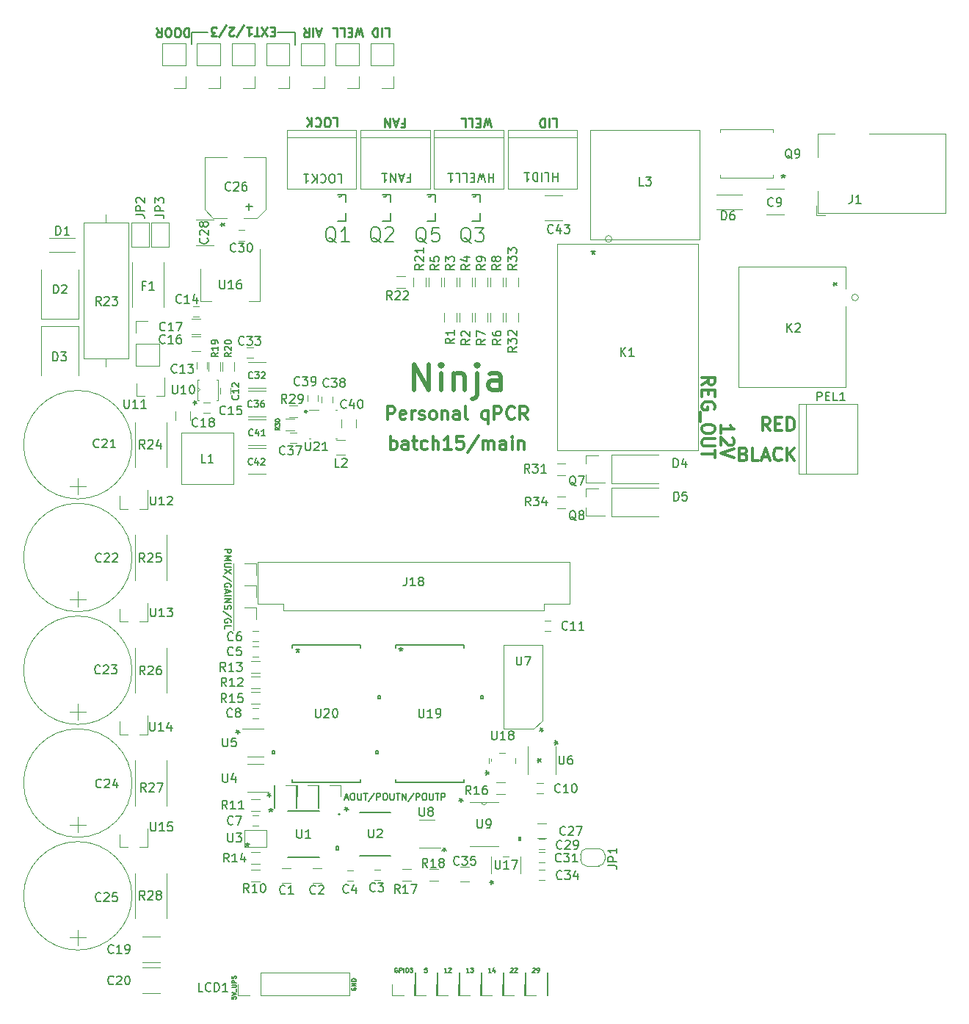
<source format=gto>
G04 #@! TF.GenerationSoftware,KiCad,Pcbnew,(5.1.6-0-10_14)*
G04 #@! TF.CreationDate,2021-12-06T16:22:22+09:00*
G04 #@! TF.ProjectId,qPCR-main,71504352-2d6d-4616-996e-2e6b69636164,rev?*
G04 #@! TF.SameCoordinates,Original*
G04 #@! TF.FileFunction,Legend,Top*
G04 #@! TF.FilePolarity,Positive*
%FSLAX46Y46*%
G04 Gerber Fmt 4.6, Leading zero omitted, Abs format (unit mm)*
G04 Created by KiCad (PCBNEW (5.1.6-0-10_14)) date 2021-12-06 16:22:22*
%MOMM*%
%LPD*%
G01*
G04 APERTURE LIST*
%ADD10C,0.375000*%
%ADD11C,0.190500*%
%ADD12C,0.149860*%
%ADD13C,0.254000*%
%ADD14C,0.150000*%
%ADD15C,0.127000*%
%ADD16C,0.300000*%
%ADD17C,0.500000*%
%ADD18C,0.120000*%
%ADD19C,0.152400*%
%ADD20C,0.100000*%
%ADD21C,0.050000*%
%ADD22C,0.200000*%
G04 APERTURE END LIST*
D10*
X159731428Y-84481428D02*
X159731428Y-83624285D01*
X159731428Y-84052857D02*
X161231428Y-84052857D01*
X161017142Y-83910000D01*
X160874285Y-83767142D01*
X160802857Y-83624285D01*
X161088571Y-85052857D02*
X161160000Y-85124285D01*
X161231428Y-85267142D01*
X161231428Y-85624285D01*
X161160000Y-85767142D01*
X161088571Y-85838571D01*
X160945714Y-85910000D01*
X160802857Y-85910000D01*
X160588571Y-85838571D01*
X159731428Y-84981428D01*
X159731428Y-85910000D01*
X161231428Y-86338571D02*
X159731428Y-86838571D01*
X161231428Y-87338571D01*
X157521428Y-78921428D02*
X158235714Y-78421428D01*
X157521428Y-78064285D02*
X159021428Y-78064285D01*
X159021428Y-78635714D01*
X158950000Y-78778571D01*
X158878571Y-78850000D01*
X158735714Y-78921428D01*
X158521428Y-78921428D01*
X158378571Y-78850000D01*
X158307142Y-78778571D01*
X158235714Y-78635714D01*
X158235714Y-78064285D01*
X158307142Y-79564285D02*
X158307142Y-80064285D01*
X157521428Y-80278571D02*
X157521428Y-79564285D01*
X159021428Y-79564285D01*
X159021428Y-80278571D01*
X158950000Y-81707142D02*
X159021428Y-81564285D01*
X159021428Y-81350000D01*
X158950000Y-81135714D01*
X158807142Y-80992857D01*
X158664285Y-80921428D01*
X158378571Y-80850000D01*
X158164285Y-80850000D01*
X157878571Y-80921428D01*
X157735714Y-80992857D01*
X157592857Y-81135714D01*
X157521428Y-81350000D01*
X157521428Y-81492857D01*
X157592857Y-81707142D01*
X157664285Y-81778571D01*
X158164285Y-81778571D01*
X158164285Y-81492857D01*
X157378571Y-82064285D02*
X157378571Y-83207142D01*
X159021428Y-83850000D02*
X159021428Y-84135714D01*
X158950000Y-84278571D01*
X158807142Y-84421428D01*
X158521428Y-84492857D01*
X158021428Y-84492857D01*
X157735714Y-84421428D01*
X157592857Y-84278571D01*
X157521428Y-84135714D01*
X157521428Y-83850000D01*
X157592857Y-83707142D01*
X157735714Y-83564285D01*
X158021428Y-83492857D01*
X158521428Y-83492857D01*
X158807142Y-83564285D01*
X158950000Y-83707142D01*
X159021428Y-83850000D01*
X159021428Y-85135714D02*
X157807142Y-85135714D01*
X157664285Y-85207142D01*
X157592857Y-85278571D01*
X157521428Y-85421428D01*
X157521428Y-85707142D01*
X157592857Y-85850000D01*
X157664285Y-85921428D01*
X157807142Y-85992857D01*
X159021428Y-85992857D01*
X159021428Y-86492857D02*
X159021428Y-87350000D01*
X157521428Y-86921428D02*
X159021428Y-86921428D01*
D11*
X102455285Y-97864285D02*
X103217285Y-97864285D01*
X103217285Y-98154571D01*
X103181000Y-98227142D01*
X103144714Y-98263428D01*
X103072142Y-98299714D01*
X102963285Y-98299714D01*
X102890714Y-98263428D01*
X102854428Y-98227142D01*
X102818142Y-98154571D01*
X102818142Y-97864285D01*
X102455285Y-98626285D02*
X103217285Y-98626285D01*
X102673000Y-98880285D01*
X103217285Y-99134285D01*
X102455285Y-99134285D01*
X103217285Y-99497142D02*
X102600428Y-99497142D01*
X102527857Y-99533428D01*
X102491571Y-99569714D01*
X102455285Y-99642285D01*
X102455285Y-99787428D01*
X102491571Y-99860000D01*
X102527857Y-99896285D01*
X102600428Y-99932571D01*
X103217285Y-99932571D01*
X103217285Y-100222857D02*
X102455285Y-100730857D01*
X103217285Y-100730857D02*
X102455285Y-100222857D01*
X103253571Y-101565428D02*
X102273857Y-100912285D01*
X103181000Y-102218571D02*
X103217285Y-102146000D01*
X103217285Y-102037142D01*
X103181000Y-101928285D01*
X103108428Y-101855714D01*
X103035857Y-101819428D01*
X102890714Y-101783142D01*
X102781857Y-101783142D01*
X102636714Y-101819428D01*
X102564142Y-101855714D01*
X102491571Y-101928285D01*
X102455285Y-102037142D01*
X102455285Y-102109714D01*
X102491571Y-102218571D01*
X102527857Y-102254857D01*
X102781857Y-102254857D01*
X102781857Y-102109714D01*
X102673000Y-102545142D02*
X102673000Y-102908000D01*
X102455285Y-102472571D02*
X103217285Y-102726571D01*
X102455285Y-102980571D01*
X102455285Y-103234571D02*
X103217285Y-103234571D01*
X102455285Y-103597428D02*
X103217285Y-103597428D01*
X102455285Y-104032857D01*
X103217285Y-104032857D01*
X102491571Y-104359428D02*
X102455285Y-104468285D01*
X102455285Y-104649714D01*
X102491571Y-104722285D01*
X102527857Y-104758571D01*
X102600428Y-104794857D01*
X102673000Y-104794857D01*
X102745571Y-104758571D01*
X102781857Y-104722285D01*
X102818142Y-104649714D01*
X102854428Y-104504571D01*
X102890714Y-104432000D01*
X102927000Y-104395714D01*
X102999571Y-104359428D01*
X103072142Y-104359428D01*
X103144714Y-104395714D01*
X103181000Y-104432000D01*
X103217285Y-104504571D01*
X103217285Y-104686000D01*
X103181000Y-104794857D01*
X103253571Y-105665714D02*
X102273857Y-105012571D01*
X103181000Y-106318857D02*
X103217285Y-106246285D01*
X103217285Y-106137428D01*
X103181000Y-106028571D01*
X103108428Y-105956000D01*
X103035857Y-105919714D01*
X102890714Y-105883428D01*
X102781857Y-105883428D01*
X102636714Y-105919714D01*
X102564142Y-105956000D01*
X102491571Y-106028571D01*
X102455285Y-106137428D01*
X102455285Y-106210000D01*
X102491571Y-106318857D01*
X102527857Y-106355142D01*
X102781857Y-106355142D01*
X102781857Y-106210000D01*
X102455285Y-107044571D02*
X102455285Y-106681714D01*
X103217285Y-106681714D01*
X116342428Y-126557000D02*
X116705285Y-126557000D01*
X116269857Y-126774714D02*
X116523857Y-126012714D01*
X116777857Y-126774714D01*
X117177000Y-126012714D02*
X117322142Y-126012714D01*
X117394714Y-126049000D01*
X117467285Y-126121571D01*
X117503571Y-126266714D01*
X117503571Y-126520714D01*
X117467285Y-126665857D01*
X117394714Y-126738428D01*
X117322142Y-126774714D01*
X117177000Y-126774714D01*
X117104428Y-126738428D01*
X117031857Y-126665857D01*
X116995571Y-126520714D01*
X116995571Y-126266714D01*
X117031857Y-126121571D01*
X117104428Y-126049000D01*
X117177000Y-126012714D01*
X117830142Y-126012714D02*
X117830142Y-126629571D01*
X117866428Y-126702142D01*
X117902714Y-126738428D01*
X117975285Y-126774714D01*
X118120428Y-126774714D01*
X118193000Y-126738428D01*
X118229285Y-126702142D01*
X118265571Y-126629571D01*
X118265571Y-126012714D01*
X118519571Y-126012714D02*
X118955000Y-126012714D01*
X118737285Y-126774714D02*
X118737285Y-126012714D01*
X119753285Y-125976428D02*
X119100142Y-126956142D01*
X120007285Y-126774714D02*
X120007285Y-126012714D01*
X120297571Y-126012714D01*
X120370142Y-126049000D01*
X120406428Y-126085285D01*
X120442714Y-126157857D01*
X120442714Y-126266714D01*
X120406428Y-126339285D01*
X120370142Y-126375571D01*
X120297571Y-126411857D01*
X120007285Y-126411857D01*
X120914428Y-126012714D02*
X121059571Y-126012714D01*
X121132142Y-126049000D01*
X121204714Y-126121571D01*
X121241000Y-126266714D01*
X121241000Y-126520714D01*
X121204714Y-126665857D01*
X121132142Y-126738428D01*
X121059571Y-126774714D01*
X120914428Y-126774714D01*
X120841857Y-126738428D01*
X120769285Y-126665857D01*
X120733000Y-126520714D01*
X120733000Y-126266714D01*
X120769285Y-126121571D01*
X120841857Y-126049000D01*
X120914428Y-126012714D01*
X121567571Y-126012714D02*
X121567571Y-126629571D01*
X121603857Y-126702142D01*
X121640142Y-126738428D01*
X121712714Y-126774714D01*
X121857857Y-126774714D01*
X121930428Y-126738428D01*
X121966714Y-126702142D01*
X122003000Y-126629571D01*
X122003000Y-126012714D01*
X122257000Y-126012714D02*
X122692428Y-126012714D01*
X122474714Y-126774714D02*
X122474714Y-126012714D01*
X122946428Y-126774714D02*
X122946428Y-126012714D01*
X123381857Y-126774714D01*
X123381857Y-126012714D01*
X124289000Y-125976428D02*
X123635857Y-126956142D01*
X124543000Y-126774714D02*
X124543000Y-126012714D01*
X124833285Y-126012714D01*
X124905857Y-126049000D01*
X124942142Y-126085285D01*
X124978428Y-126157857D01*
X124978428Y-126266714D01*
X124942142Y-126339285D01*
X124905857Y-126375571D01*
X124833285Y-126411857D01*
X124543000Y-126411857D01*
X125450142Y-126012714D02*
X125595285Y-126012714D01*
X125667857Y-126049000D01*
X125740428Y-126121571D01*
X125776714Y-126266714D01*
X125776714Y-126520714D01*
X125740428Y-126665857D01*
X125667857Y-126738428D01*
X125595285Y-126774714D01*
X125450142Y-126774714D01*
X125377571Y-126738428D01*
X125305000Y-126665857D01*
X125268714Y-126520714D01*
X125268714Y-126266714D01*
X125305000Y-126121571D01*
X125377571Y-126049000D01*
X125450142Y-126012714D01*
X126103285Y-126012714D02*
X126103285Y-126629571D01*
X126139571Y-126702142D01*
X126175857Y-126738428D01*
X126248428Y-126774714D01*
X126393571Y-126774714D01*
X126466142Y-126738428D01*
X126502428Y-126702142D01*
X126538714Y-126629571D01*
X126538714Y-126012714D01*
X126792714Y-126012714D02*
X127228142Y-126012714D01*
X127010428Y-126774714D02*
X127010428Y-126012714D01*
X127482142Y-126774714D02*
X127482142Y-126012714D01*
X127772428Y-126012714D01*
X127845000Y-126049000D01*
X127881285Y-126085285D01*
X127917571Y-126157857D01*
X127917571Y-126266714D01*
X127881285Y-126339285D01*
X127845000Y-126375571D01*
X127772428Y-126411857D01*
X127482142Y-126411857D01*
D12*
X139020000Y-118917619D02*
X139020000Y-118679523D01*
X139258095Y-118774761D02*
X139020000Y-118679523D01*
X138781904Y-118774761D01*
X139162857Y-118489047D02*
X139020000Y-118679523D01*
X138877142Y-118489047D01*
X129720000Y-127017619D02*
X129720000Y-126779523D01*
X129958095Y-126874761D02*
X129720000Y-126779523D01*
X129481904Y-126874761D01*
X129862857Y-126589047D02*
X129720000Y-126779523D01*
X129577142Y-126589047D01*
X127820000Y-132717619D02*
X127820000Y-132479523D01*
X128058095Y-132574761D02*
X127820000Y-132479523D01*
X127581904Y-132574761D01*
X127962857Y-132289047D02*
X127820000Y-132479523D01*
X127677142Y-132289047D01*
X116520000Y-128017619D02*
X116520000Y-127779523D01*
X116758095Y-127874761D02*
X116520000Y-127779523D01*
X116281904Y-127874761D01*
X116662857Y-127589047D02*
X116520000Y-127779523D01*
X116377142Y-127589047D01*
X107620000Y-126417619D02*
X107620000Y-126179523D01*
X107858095Y-126274761D02*
X107620000Y-126179523D01*
X107381904Y-126274761D01*
X107762857Y-125989047D02*
X107620000Y-126179523D01*
X107477142Y-125989047D01*
X104020000Y-119117619D02*
X104020000Y-118879523D01*
X104258095Y-118974761D02*
X104020000Y-118879523D01*
X103781904Y-118974761D01*
X104162857Y-118689047D02*
X104020000Y-118879523D01*
X103877142Y-118689047D01*
D13*
X120935428Y-37800380D02*
X121419238Y-37800380D01*
X121419238Y-38816380D01*
X120596761Y-37800380D02*
X120596761Y-38816380D01*
X120112952Y-37800380D02*
X120112952Y-38816380D01*
X119871047Y-38816380D01*
X119725904Y-38768000D01*
X119629142Y-38671238D01*
X119580761Y-38574476D01*
X119532380Y-38380952D01*
X119532380Y-38235809D01*
X119580761Y-38042285D01*
X119629142Y-37945523D01*
X119725904Y-37848761D01*
X119871047Y-37800380D01*
X120112952Y-37800380D01*
X118417523Y-38816380D02*
X118175619Y-37800380D01*
X117982095Y-38526095D01*
X117788571Y-37800380D01*
X117546666Y-38816380D01*
X117159619Y-38332571D02*
X116820952Y-38332571D01*
X116675809Y-37800380D02*
X117159619Y-37800380D01*
X117159619Y-38816380D01*
X116675809Y-38816380D01*
X115756571Y-37800380D02*
X116240380Y-37800380D01*
X116240380Y-38816380D01*
X114934095Y-37800380D02*
X115417904Y-37800380D01*
X115417904Y-38816380D01*
X113591809Y-38090666D02*
X113108000Y-38090666D01*
X113688571Y-37800380D02*
X113349904Y-38816380D01*
X113011238Y-37800380D01*
X112672571Y-37800380D02*
X112672571Y-38816380D01*
X111608190Y-37800380D02*
X111946857Y-38284190D01*
X112188761Y-37800380D02*
X112188761Y-38816380D01*
X111801714Y-38816380D01*
X111704952Y-38768000D01*
X111656571Y-38719619D01*
X111608190Y-38622857D01*
X111608190Y-38477714D01*
X111656571Y-38380952D01*
X111704952Y-38332571D01*
X111801714Y-38284190D01*
X112188761Y-38284190D01*
X98338476Y-37800380D02*
X98338476Y-38816380D01*
X98096571Y-38816380D01*
X97951428Y-38768000D01*
X97854666Y-38671238D01*
X97806285Y-38574476D01*
X97757904Y-38380952D01*
X97757904Y-38235809D01*
X97806285Y-38042285D01*
X97854666Y-37945523D01*
X97951428Y-37848761D01*
X98096571Y-37800380D01*
X98338476Y-37800380D01*
X97128952Y-38816380D02*
X96935428Y-38816380D01*
X96838666Y-38768000D01*
X96741904Y-38671238D01*
X96693523Y-38477714D01*
X96693523Y-38139047D01*
X96741904Y-37945523D01*
X96838666Y-37848761D01*
X96935428Y-37800380D01*
X97128952Y-37800380D01*
X97225714Y-37848761D01*
X97322476Y-37945523D01*
X97370857Y-38139047D01*
X97370857Y-38477714D01*
X97322476Y-38671238D01*
X97225714Y-38768000D01*
X97128952Y-38816380D01*
X96064571Y-38816380D02*
X95871047Y-38816380D01*
X95774285Y-38768000D01*
X95677523Y-38671238D01*
X95629142Y-38477714D01*
X95629142Y-38139047D01*
X95677523Y-37945523D01*
X95774285Y-37848761D01*
X95871047Y-37800380D01*
X96064571Y-37800380D01*
X96161333Y-37848761D01*
X96258095Y-37945523D01*
X96306476Y-38139047D01*
X96306476Y-38477714D01*
X96258095Y-38671238D01*
X96161333Y-38768000D01*
X96064571Y-38816380D01*
X94613142Y-37800380D02*
X94951809Y-38284190D01*
X95193714Y-37800380D02*
X95193714Y-38816380D01*
X94806666Y-38816380D01*
X94709904Y-38768000D01*
X94661523Y-38719619D01*
X94613142Y-38622857D01*
X94613142Y-38477714D01*
X94661523Y-38380952D01*
X94709904Y-38332571D01*
X94806666Y-38284190D01*
X95193714Y-38284190D01*
D14*
X110600000Y-38260000D02*
X110600000Y-39760000D01*
X108600000Y-38260000D02*
X110600000Y-38260000D01*
X98700000Y-38260000D02*
X98700000Y-39660000D01*
X100500000Y-38260000D02*
X98700000Y-38260000D01*
D13*
X108204380Y-38232571D02*
X107865714Y-38232571D01*
X107720571Y-37700380D02*
X108204380Y-37700380D01*
X108204380Y-38716380D01*
X107720571Y-38716380D01*
X107381904Y-38716380D02*
X106704571Y-37700380D01*
X106704571Y-38716380D02*
X107381904Y-37700380D01*
X106462666Y-38716380D02*
X105882095Y-38716380D01*
X106172380Y-37700380D02*
X106172380Y-38716380D01*
X105011238Y-37700380D02*
X105591809Y-37700380D01*
X105301523Y-37700380D02*
X105301523Y-38716380D01*
X105398285Y-38571238D01*
X105495047Y-38474476D01*
X105591809Y-38426095D01*
X103850095Y-38764761D02*
X104720952Y-37458476D01*
X103559809Y-38619619D02*
X103511428Y-38668000D01*
X103414666Y-38716380D01*
X103172761Y-38716380D01*
X103076000Y-38668000D01*
X103027619Y-38619619D01*
X102979238Y-38522857D01*
X102979238Y-38426095D01*
X103027619Y-38280952D01*
X103608190Y-37700380D01*
X102979238Y-37700380D01*
X101818095Y-38764761D02*
X102688952Y-37458476D01*
X101576190Y-38716380D02*
X100947238Y-38716380D01*
X101285904Y-38329333D01*
X101140761Y-38329333D01*
X101044000Y-38280952D01*
X100995619Y-38232571D01*
X100947238Y-38135809D01*
X100947238Y-37893904D01*
X100995619Y-37797142D01*
X101044000Y-37748761D01*
X101140761Y-37700380D01*
X101431047Y-37700380D01*
X101527809Y-37748761D01*
X101576190Y-37797142D01*
X114933714Y-48140380D02*
X115417523Y-48140380D01*
X115417523Y-49156380D01*
X114401523Y-49156380D02*
X114208000Y-49156380D01*
X114111238Y-49108000D01*
X114014476Y-49011238D01*
X113966095Y-48817714D01*
X113966095Y-48479047D01*
X114014476Y-48285523D01*
X114111238Y-48188761D01*
X114208000Y-48140380D01*
X114401523Y-48140380D01*
X114498285Y-48188761D01*
X114595047Y-48285523D01*
X114643428Y-48479047D01*
X114643428Y-48817714D01*
X114595047Y-49011238D01*
X114498285Y-49108000D01*
X114401523Y-49156380D01*
X112950095Y-48237142D02*
X112998476Y-48188761D01*
X113143619Y-48140380D01*
X113240380Y-48140380D01*
X113385523Y-48188761D01*
X113482285Y-48285523D01*
X113530666Y-48382285D01*
X113579047Y-48575809D01*
X113579047Y-48720952D01*
X113530666Y-48914476D01*
X113482285Y-49011238D01*
X113385523Y-49108000D01*
X113240380Y-49156380D01*
X113143619Y-49156380D01*
X112998476Y-49108000D01*
X112950095Y-49059619D01*
X112514666Y-48140380D02*
X112514666Y-49156380D01*
X111934095Y-48140380D02*
X112369523Y-48720952D01*
X111934095Y-49156380D02*
X112514666Y-48575809D01*
X122922476Y-48772571D02*
X123261142Y-48772571D01*
X123261142Y-48240380D02*
X123261142Y-49256380D01*
X122777333Y-49256380D01*
X122438666Y-48530666D02*
X121954857Y-48530666D01*
X122535428Y-48240380D02*
X122196761Y-49256380D01*
X121858095Y-48240380D01*
X121519428Y-48240380D02*
X121519428Y-49256380D01*
X120938857Y-48240380D01*
X120938857Y-49256380D01*
X133217523Y-49256380D02*
X132975619Y-48240380D01*
X132782095Y-48966095D01*
X132588571Y-48240380D01*
X132346666Y-49256380D01*
X131959619Y-48772571D02*
X131620952Y-48772571D01*
X131475809Y-48240380D02*
X131959619Y-48240380D01*
X131959619Y-49256380D01*
X131475809Y-49256380D01*
X130556571Y-48240380D02*
X131040380Y-48240380D01*
X131040380Y-49256380D01*
X129734095Y-48240380D02*
X130217904Y-48240380D01*
X130217904Y-49256380D01*
X140235428Y-48240380D02*
X140719238Y-48240380D01*
X140719238Y-49256380D01*
X139896761Y-48240380D02*
X139896761Y-49256380D01*
X139412952Y-48240380D02*
X139412952Y-49256380D01*
X139171047Y-49256380D01*
X139025904Y-49208000D01*
X138929142Y-49111238D01*
X138880761Y-49014476D01*
X138832380Y-48820952D01*
X138832380Y-48675809D01*
X138880761Y-48482285D01*
X138929142Y-48385523D01*
X139025904Y-48288761D01*
X139171047Y-48240380D01*
X139412952Y-48240380D01*
D10*
X162357142Y-86892857D02*
X162571428Y-86964285D01*
X162642857Y-87035714D01*
X162714285Y-87178571D01*
X162714285Y-87392857D01*
X162642857Y-87535714D01*
X162571428Y-87607142D01*
X162428571Y-87678571D01*
X161857142Y-87678571D01*
X161857142Y-86178571D01*
X162357142Y-86178571D01*
X162500000Y-86250000D01*
X162571428Y-86321428D01*
X162642857Y-86464285D01*
X162642857Y-86607142D01*
X162571428Y-86750000D01*
X162500000Y-86821428D01*
X162357142Y-86892857D01*
X161857142Y-86892857D01*
X164071428Y-87678571D02*
X163357142Y-87678571D01*
X163357142Y-86178571D01*
X164500000Y-87250000D02*
X165214285Y-87250000D01*
X164357142Y-87678571D02*
X164857142Y-86178571D01*
X165357142Y-87678571D01*
X166714285Y-87535714D02*
X166642857Y-87607142D01*
X166428571Y-87678571D01*
X166285714Y-87678571D01*
X166071428Y-87607142D01*
X165928571Y-87464285D01*
X165857142Y-87321428D01*
X165785714Y-87035714D01*
X165785714Y-86821428D01*
X165857142Y-86535714D01*
X165928571Y-86392857D01*
X166071428Y-86250000D01*
X166285714Y-86178571D01*
X166428571Y-86178571D01*
X166642857Y-86250000D01*
X166714285Y-86321428D01*
X167357142Y-87678571D02*
X167357142Y-86178571D01*
X168214285Y-87678571D02*
X167571428Y-86821428D01*
X168214285Y-86178571D02*
X167357142Y-87035714D01*
X165365714Y-84198571D02*
X164865714Y-83484285D01*
X164508571Y-84198571D02*
X164508571Y-82698571D01*
X165080000Y-82698571D01*
X165222857Y-82770000D01*
X165294285Y-82841428D01*
X165365714Y-82984285D01*
X165365714Y-83198571D01*
X165294285Y-83341428D01*
X165222857Y-83412857D01*
X165080000Y-83484285D01*
X164508571Y-83484285D01*
X166008571Y-83412857D02*
X166508571Y-83412857D01*
X166722857Y-84198571D02*
X166008571Y-84198571D01*
X166008571Y-82698571D01*
X166722857Y-82698571D01*
X167365714Y-84198571D02*
X167365714Y-82698571D01*
X167722857Y-82698571D01*
X167937142Y-82770000D01*
X168080000Y-82912857D01*
X168151428Y-83055714D01*
X168222857Y-83341428D01*
X168222857Y-83555714D01*
X168151428Y-83841428D01*
X168080000Y-83984285D01*
X167937142Y-84127142D01*
X167722857Y-84198571D01*
X167365714Y-84198571D01*
D15*
X135462952Y-146170190D02*
X135487142Y-146146000D01*
X135535523Y-146121809D01*
X135656476Y-146121809D01*
X135704857Y-146146000D01*
X135729047Y-146170190D01*
X135753238Y-146218571D01*
X135753238Y-146266952D01*
X135729047Y-146339523D01*
X135438761Y-146629809D01*
X135753238Y-146629809D01*
X135946761Y-146170190D02*
X135970952Y-146146000D01*
X136019333Y-146121809D01*
X136140285Y-146121809D01*
X136188666Y-146146000D01*
X136212857Y-146170190D01*
X136237047Y-146218571D01*
X136237047Y-146266952D01*
X136212857Y-146339523D01*
X135922571Y-146629809D01*
X136237047Y-146629809D01*
X138002952Y-146170190D02*
X138027142Y-146146000D01*
X138075523Y-146121809D01*
X138196476Y-146121809D01*
X138244857Y-146146000D01*
X138269047Y-146170190D01*
X138293238Y-146218571D01*
X138293238Y-146266952D01*
X138269047Y-146339523D01*
X137978761Y-146629809D01*
X138293238Y-146629809D01*
X138535142Y-146629809D02*
X138631904Y-146629809D01*
X138680285Y-146605619D01*
X138704476Y-146581428D01*
X138752857Y-146508857D01*
X138777047Y-146412095D01*
X138777047Y-146218571D01*
X138752857Y-146170190D01*
X138728666Y-146146000D01*
X138680285Y-146121809D01*
X138583523Y-146121809D01*
X138535142Y-146146000D01*
X138510952Y-146170190D01*
X138486761Y-146218571D01*
X138486761Y-146339523D01*
X138510952Y-146387904D01*
X138535142Y-146412095D01*
X138583523Y-146436285D01*
X138680285Y-146436285D01*
X138728666Y-146412095D01*
X138752857Y-146387904D01*
X138777047Y-146339523D01*
X133213238Y-146629809D02*
X132922952Y-146629809D01*
X133068095Y-146629809D02*
X133068095Y-146121809D01*
X133019714Y-146194380D01*
X132971333Y-146242761D01*
X132922952Y-146266952D01*
X133648666Y-146291142D02*
X133648666Y-146629809D01*
X133527714Y-146097619D02*
X133406761Y-146460476D01*
X133721238Y-146460476D01*
X130673238Y-146629809D02*
X130382952Y-146629809D01*
X130528095Y-146629809D02*
X130528095Y-146121809D01*
X130479714Y-146194380D01*
X130431333Y-146242761D01*
X130382952Y-146266952D01*
X130842571Y-146121809D02*
X131157047Y-146121809D01*
X130987714Y-146315333D01*
X131060285Y-146315333D01*
X131108666Y-146339523D01*
X131132857Y-146363714D01*
X131157047Y-146412095D01*
X131157047Y-146533047D01*
X131132857Y-146581428D01*
X131108666Y-146605619D01*
X131060285Y-146629809D01*
X130915142Y-146629809D01*
X130866761Y-146605619D01*
X130842571Y-146581428D01*
X128133238Y-146629809D02*
X127842952Y-146629809D01*
X127988095Y-146629809D02*
X127988095Y-146121809D01*
X127939714Y-146194380D01*
X127891333Y-146242761D01*
X127842952Y-146266952D01*
X128326761Y-146170190D02*
X128350952Y-146146000D01*
X128399333Y-146121809D01*
X128520285Y-146121809D01*
X128568666Y-146146000D01*
X128592857Y-146170190D01*
X128617047Y-146218571D01*
X128617047Y-146266952D01*
X128592857Y-146339523D01*
X128302571Y-146629809D01*
X128617047Y-146629809D01*
X125810952Y-146121809D02*
X125569047Y-146121809D01*
X125544857Y-146363714D01*
X125569047Y-146339523D01*
X125617428Y-146315333D01*
X125738380Y-146315333D01*
X125786761Y-146339523D01*
X125810952Y-146363714D01*
X125835142Y-146412095D01*
X125835142Y-146533047D01*
X125810952Y-146581428D01*
X125786761Y-146605619D01*
X125738380Y-146629809D01*
X125617428Y-146629809D01*
X125569047Y-146605619D01*
X125544857Y-146581428D01*
X122400095Y-146146000D02*
X122351714Y-146121809D01*
X122279142Y-146121809D01*
X122206571Y-146146000D01*
X122158190Y-146194380D01*
X122134000Y-146242761D01*
X122109809Y-146339523D01*
X122109809Y-146412095D01*
X122134000Y-146508857D01*
X122158190Y-146557238D01*
X122206571Y-146605619D01*
X122279142Y-146629809D01*
X122327523Y-146629809D01*
X122400095Y-146605619D01*
X122424285Y-146581428D01*
X122424285Y-146412095D01*
X122327523Y-146412095D01*
X122642000Y-146629809D02*
X122642000Y-146121809D01*
X122835523Y-146121809D01*
X122883904Y-146146000D01*
X122908095Y-146170190D01*
X122932285Y-146218571D01*
X122932285Y-146291142D01*
X122908095Y-146339523D01*
X122883904Y-146363714D01*
X122835523Y-146387904D01*
X122642000Y-146387904D01*
X123150000Y-146629809D02*
X123150000Y-146121809D01*
X123488666Y-146121809D02*
X123585428Y-146121809D01*
X123633809Y-146146000D01*
X123682190Y-146194380D01*
X123706380Y-146291142D01*
X123706380Y-146460476D01*
X123682190Y-146557238D01*
X123633809Y-146605619D01*
X123585428Y-146629809D01*
X123488666Y-146629809D01*
X123440285Y-146605619D01*
X123391904Y-146557238D01*
X123367714Y-146460476D01*
X123367714Y-146291142D01*
X123391904Y-146194380D01*
X123440285Y-146146000D01*
X123488666Y-146121809D01*
X123875714Y-146121809D02*
X124190190Y-146121809D01*
X124020857Y-146315333D01*
X124093428Y-146315333D01*
X124141809Y-146339523D01*
X124166000Y-146363714D01*
X124190190Y-146412095D01*
X124190190Y-146533047D01*
X124166000Y-146581428D01*
X124141809Y-146605619D01*
X124093428Y-146629809D01*
X123948285Y-146629809D01*
X123899904Y-146605619D01*
X123875714Y-146581428D01*
X103291809Y-149452285D02*
X103291809Y-149694190D01*
X103533714Y-149718380D01*
X103509523Y-149694190D01*
X103485333Y-149645809D01*
X103485333Y-149524857D01*
X103509523Y-149476476D01*
X103533714Y-149452285D01*
X103582095Y-149428095D01*
X103703047Y-149428095D01*
X103751428Y-149452285D01*
X103775619Y-149476476D01*
X103799809Y-149524857D01*
X103799809Y-149645809D01*
X103775619Y-149694190D01*
X103751428Y-149718380D01*
X103291809Y-149282952D02*
X103799809Y-149113619D01*
X103291809Y-148944285D01*
X103848190Y-148895904D02*
X103848190Y-148508857D01*
X103291809Y-148387904D02*
X103703047Y-148387904D01*
X103751428Y-148363714D01*
X103775619Y-148339523D01*
X103799809Y-148291142D01*
X103799809Y-148194380D01*
X103775619Y-148146000D01*
X103751428Y-148121809D01*
X103703047Y-148097619D01*
X103291809Y-148097619D01*
X103799809Y-147855714D02*
X103291809Y-147855714D01*
X103291809Y-147662190D01*
X103316000Y-147613809D01*
X103340190Y-147589619D01*
X103388571Y-147565428D01*
X103461142Y-147565428D01*
X103509523Y-147589619D01*
X103533714Y-147613809D01*
X103557904Y-147662190D01*
X103557904Y-147855714D01*
X103775619Y-147371904D02*
X103799809Y-147299333D01*
X103799809Y-147178380D01*
X103775619Y-147130000D01*
X103751428Y-147105809D01*
X103703047Y-147081619D01*
X103654666Y-147081619D01*
X103606285Y-147105809D01*
X103582095Y-147130000D01*
X103557904Y-147178380D01*
X103533714Y-147275142D01*
X103509523Y-147323523D01*
X103485333Y-147347714D01*
X103436952Y-147371904D01*
X103388571Y-147371904D01*
X103340190Y-147347714D01*
X103316000Y-147323523D01*
X103291809Y-147275142D01*
X103291809Y-147154190D01*
X103316000Y-147081619D01*
X117126000Y-148437047D02*
X117101809Y-148485428D01*
X117101809Y-148558000D01*
X117126000Y-148630571D01*
X117174380Y-148678952D01*
X117222761Y-148703142D01*
X117319523Y-148727333D01*
X117392095Y-148727333D01*
X117488857Y-148703142D01*
X117537238Y-148678952D01*
X117585619Y-148630571D01*
X117609809Y-148558000D01*
X117609809Y-148509619D01*
X117585619Y-148437047D01*
X117561428Y-148412857D01*
X117392095Y-148412857D01*
X117392095Y-148509619D01*
X117609809Y-148195142D02*
X117101809Y-148195142D01*
X117609809Y-147904857D01*
X117101809Y-147904857D01*
X117609809Y-147662952D02*
X117101809Y-147662952D01*
X117101809Y-147542000D01*
X117126000Y-147469428D01*
X117174380Y-147421047D01*
X117222761Y-147396857D01*
X117319523Y-147372666D01*
X117392095Y-147372666D01*
X117488857Y-147396857D01*
X117537238Y-147421047D01*
X117585619Y-147469428D01*
X117609809Y-147542000D01*
X117609809Y-147662952D01*
X112007285Y-81980000D02*
X111825857Y-81980000D01*
X111898428Y-81798571D02*
X111825857Y-81980000D01*
X111898428Y-82161428D01*
X111680714Y-81871142D02*
X111825857Y-81980000D01*
X111680714Y-82088857D01*
D16*
X121631428Y-86348571D02*
X121631428Y-84848571D01*
X121631428Y-85420000D02*
X121774285Y-85348571D01*
X122060000Y-85348571D01*
X122202857Y-85420000D01*
X122274285Y-85491428D01*
X122345714Y-85634285D01*
X122345714Y-86062857D01*
X122274285Y-86205714D01*
X122202857Y-86277142D01*
X122060000Y-86348571D01*
X121774285Y-86348571D01*
X121631428Y-86277142D01*
X123631428Y-86348571D02*
X123631428Y-85562857D01*
X123560000Y-85420000D01*
X123417142Y-85348571D01*
X123131428Y-85348571D01*
X122988571Y-85420000D01*
X123631428Y-86277142D02*
X123488571Y-86348571D01*
X123131428Y-86348571D01*
X122988571Y-86277142D01*
X122917142Y-86134285D01*
X122917142Y-85991428D01*
X122988571Y-85848571D01*
X123131428Y-85777142D01*
X123488571Y-85777142D01*
X123631428Y-85705714D01*
X124131428Y-85348571D02*
X124702857Y-85348571D01*
X124345714Y-84848571D02*
X124345714Y-86134285D01*
X124417142Y-86277142D01*
X124560000Y-86348571D01*
X124702857Y-86348571D01*
X125845714Y-86277142D02*
X125702857Y-86348571D01*
X125417142Y-86348571D01*
X125274285Y-86277142D01*
X125202857Y-86205714D01*
X125131428Y-86062857D01*
X125131428Y-85634285D01*
X125202857Y-85491428D01*
X125274285Y-85420000D01*
X125417142Y-85348571D01*
X125702857Y-85348571D01*
X125845714Y-85420000D01*
X126488571Y-86348571D02*
X126488571Y-84848571D01*
X127131428Y-86348571D02*
X127131428Y-85562857D01*
X127060000Y-85420000D01*
X126917142Y-85348571D01*
X126702857Y-85348571D01*
X126560000Y-85420000D01*
X126488571Y-85491428D01*
X128631428Y-86348571D02*
X127774285Y-86348571D01*
X128202857Y-86348571D02*
X128202857Y-84848571D01*
X128060000Y-85062857D01*
X127917142Y-85205714D01*
X127774285Y-85277142D01*
X129988571Y-84848571D02*
X129274285Y-84848571D01*
X129202857Y-85562857D01*
X129274285Y-85491428D01*
X129417142Y-85420000D01*
X129774285Y-85420000D01*
X129917142Y-85491428D01*
X129988571Y-85562857D01*
X130060000Y-85705714D01*
X130060000Y-86062857D01*
X129988571Y-86205714D01*
X129917142Y-86277142D01*
X129774285Y-86348571D01*
X129417142Y-86348571D01*
X129274285Y-86277142D01*
X129202857Y-86205714D01*
X131774285Y-84777142D02*
X130488571Y-86705714D01*
X132274285Y-86348571D02*
X132274285Y-85348571D01*
X132274285Y-85491428D02*
X132345714Y-85420000D01*
X132488571Y-85348571D01*
X132702857Y-85348571D01*
X132845714Y-85420000D01*
X132917142Y-85562857D01*
X132917142Y-86348571D01*
X132917142Y-85562857D02*
X132988571Y-85420000D01*
X133131428Y-85348571D01*
X133345714Y-85348571D01*
X133488571Y-85420000D01*
X133560000Y-85562857D01*
X133560000Y-86348571D01*
X134917142Y-86348571D02*
X134917142Y-85562857D01*
X134845714Y-85420000D01*
X134702857Y-85348571D01*
X134417142Y-85348571D01*
X134274285Y-85420000D01*
X134917142Y-86277142D02*
X134774285Y-86348571D01*
X134417142Y-86348571D01*
X134274285Y-86277142D01*
X134202857Y-86134285D01*
X134202857Y-85991428D01*
X134274285Y-85848571D01*
X134417142Y-85777142D01*
X134774285Y-85777142D01*
X134917142Y-85705714D01*
X135631428Y-86348571D02*
X135631428Y-85348571D01*
X135631428Y-84848571D02*
X135560000Y-84920000D01*
X135631428Y-84991428D01*
X135702857Y-84920000D01*
X135631428Y-84848571D01*
X135631428Y-84991428D01*
X136345714Y-85348571D02*
X136345714Y-86348571D01*
X136345714Y-85491428D02*
X136417142Y-85420000D01*
X136560000Y-85348571D01*
X136774285Y-85348571D01*
X136917142Y-85420000D01*
X136988571Y-85562857D01*
X136988571Y-86348571D01*
X121274285Y-82908571D02*
X121274285Y-81408571D01*
X121845714Y-81408571D01*
X121988571Y-81480000D01*
X122060000Y-81551428D01*
X122131428Y-81694285D01*
X122131428Y-81908571D01*
X122060000Y-82051428D01*
X121988571Y-82122857D01*
X121845714Y-82194285D01*
X121274285Y-82194285D01*
X123345714Y-82837142D02*
X123202857Y-82908571D01*
X122917142Y-82908571D01*
X122774285Y-82837142D01*
X122702857Y-82694285D01*
X122702857Y-82122857D01*
X122774285Y-81980000D01*
X122917142Y-81908571D01*
X123202857Y-81908571D01*
X123345714Y-81980000D01*
X123417142Y-82122857D01*
X123417142Y-82265714D01*
X122702857Y-82408571D01*
X124060000Y-82908571D02*
X124060000Y-81908571D01*
X124060000Y-82194285D02*
X124131428Y-82051428D01*
X124202857Y-81980000D01*
X124345714Y-81908571D01*
X124488571Y-81908571D01*
X124917142Y-82837142D02*
X125060000Y-82908571D01*
X125345714Y-82908571D01*
X125488571Y-82837142D01*
X125560000Y-82694285D01*
X125560000Y-82622857D01*
X125488571Y-82480000D01*
X125345714Y-82408571D01*
X125131428Y-82408571D01*
X124988571Y-82337142D01*
X124917142Y-82194285D01*
X124917142Y-82122857D01*
X124988571Y-81980000D01*
X125131428Y-81908571D01*
X125345714Y-81908571D01*
X125488571Y-81980000D01*
X126417142Y-82908571D02*
X126274285Y-82837142D01*
X126202857Y-82765714D01*
X126131428Y-82622857D01*
X126131428Y-82194285D01*
X126202857Y-82051428D01*
X126274285Y-81980000D01*
X126417142Y-81908571D01*
X126631428Y-81908571D01*
X126774285Y-81980000D01*
X126845714Y-82051428D01*
X126917142Y-82194285D01*
X126917142Y-82622857D01*
X126845714Y-82765714D01*
X126774285Y-82837142D01*
X126631428Y-82908571D01*
X126417142Y-82908571D01*
X127560000Y-81908571D02*
X127560000Y-82908571D01*
X127560000Y-82051428D02*
X127631428Y-81980000D01*
X127774285Y-81908571D01*
X127988571Y-81908571D01*
X128131428Y-81980000D01*
X128202857Y-82122857D01*
X128202857Y-82908571D01*
X129560000Y-82908571D02*
X129560000Y-82122857D01*
X129488571Y-81980000D01*
X129345714Y-81908571D01*
X129060000Y-81908571D01*
X128917142Y-81980000D01*
X129560000Y-82837142D02*
X129417142Y-82908571D01*
X129060000Y-82908571D01*
X128917142Y-82837142D01*
X128845714Y-82694285D01*
X128845714Y-82551428D01*
X128917142Y-82408571D01*
X129060000Y-82337142D01*
X129417142Y-82337142D01*
X129560000Y-82265714D01*
X130488571Y-82908571D02*
X130345714Y-82837142D01*
X130274285Y-82694285D01*
X130274285Y-81408571D01*
X132845714Y-81908571D02*
X132845714Y-83408571D01*
X132845714Y-82837142D02*
X132702857Y-82908571D01*
X132417142Y-82908571D01*
X132274285Y-82837142D01*
X132202857Y-82765714D01*
X132131428Y-82622857D01*
X132131428Y-82194285D01*
X132202857Y-82051428D01*
X132274285Y-81980000D01*
X132417142Y-81908571D01*
X132702857Y-81908571D01*
X132845714Y-81980000D01*
X133560000Y-82908571D02*
X133560000Y-81408571D01*
X134131428Y-81408571D01*
X134274285Y-81480000D01*
X134345714Y-81551428D01*
X134417142Y-81694285D01*
X134417142Y-81908571D01*
X134345714Y-82051428D01*
X134274285Y-82122857D01*
X134131428Y-82194285D01*
X133560000Y-82194285D01*
X135917142Y-82765714D02*
X135845714Y-82837142D01*
X135631428Y-82908571D01*
X135488571Y-82908571D01*
X135274285Y-82837142D01*
X135131428Y-82694285D01*
X135060000Y-82551428D01*
X134988571Y-82265714D01*
X134988571Y-82051428D01*
X135060000Y-81765714D01*
X135131428Y-81622857D01*
X135274285Y-81480000D01*
X135488571Y-81408571D01*
X135631428Y-81408571D01*
X135845714Y-81480000D01*
X135917142Y-81551428D01*
X137417142Y-82908571D02*
X136917142Y-82194285D01*
X136560000Y-82908571D02*
X136560000Y-81408571D01*
X137131428Y-81408571D01*
X137274285Y-81480000D01*
X137345714Y-81551428D01*
X137417142Y-81694285D01*
X137417142Y-81908571D01*
X137345714Y-82051428D01*
X137274285Y-82122857D01*
X137131428Y-82194285D01*
X136560000Y-82194285D01*
D17*
X124310000Y-79537142D02*
X124310000Y-76537142D01*
X126024285Y-79537142D01*
X126024285Y-76537142D01*
X127452857Y-79537142D02*
X127452857Y-77537142D01*
X127452857Y-76537142D02*
X127310000Y-76680000D01*
X127452857Y-76822857D01*
X127595714Y-76680000D01*
X127452857Y-76537142D01*
X127452857Y-76822857D01*
X128881428Y-77537142D02*
X128881428Y-79537142D01*
X128881428Y-77822857D02*
X129024285Y-77680000D01*
X129310000Y-77537142D01*
X129738571Y-77537142D01*
X130024285Y-77680000D01*
X130167142Y-77965714D01*
X130167142Y-79537142D01*
X131595714Y-77537142D02*
X131595714Y-80108571D01*
X131452857Y-80394285D01*
X131167142Y-80537142D01*
X131024285Y-80537142D01*
X131595714Y-76537142D02*
X131452857Y-76680000D01*
X131595714Y-76822857D01*
X131738571Y-76680000D01*
X131595714Y-76537142D01*
X131595714Y-76822857D01*
X134310000Y-79537142D02*
X134310000Y-77965714D01*
X134167142Y-77680000D01*
X133881428Y-77537142D01*
X133310000Y-77537142D01*
X133024285Y-77680000D01*
X134310000Y-79394285D02*
X134024285Y-79537142D01*
X133310000Y-79537142D01*
X133024285Y-79394285D01*
X132881428Y-79108571D01*
X132881428Y-78822857D01*
X133024285Y-78537142D01*
X133310000Y-78394285D01*
X134024285Y-78394285D01*
X134310000Y-78251428D01*
D18*
X116380000Y-85290000D02*
X115380000Y-85290000D01*
X115380000Y-86990000D02*
X116380000Y-86990000D01*
X145630000Y-134370000D02*
X144230000Y-134370000D01*
X143530000Y-133670000D02*
X143530000Y-133070000D01*
X144230000Y-132370000D02*
X145630000Y-132370000D01*
X146330000Y-133070000D02*
X146330000Y-133670000D01*
X144230000Y-134370000D02*
G75*
G02*
X143530000Y-133670000I0J700000D01*
G01*
X143530000Y-133070000D02*
G75*
G02*
X144230000Y-132370000I700000J0D01*
G01*
X145630000Y-132370000D02*
G75*
G02*
X146330000Y-133070000I0J-700000D01*
G01*
X146330000Y-133670000D02*
G75*
G02*
X145630000Y-134370000I-700000J0D01*
G01*
X105750000Y-75800000D02*
X105050000Y-75800000D01*
X105050000Y-74600000D02*
X105750000Y-74600000D01*
X88800000Y-59260000D02*
X88800000Y-60230000D01*
X88800000Y-76820000D02*
X88800000Y-75850000D01*
X86240000Y-60230000D02*
X86240000Y-75850000D01*
X91360000Y-60230000D02*
X86240000Y-60230000D01*
X91360000Y-75850000D02*
X91360000Y-60230000D01*
X86240000Y-75850000D02*
X91360000Y-75850000D01*
X175571000Y-68850501D02*
G75*
G03*
X175571000Y-68850501I-381000J0D01*
G01*
X174117000Y-67800680D02*
X174117000Y-65328501D01*
X174117000Y-65328501D02*
X161772601Y-65328501D01*
X174117000Y-79171501D02*
X174117000Y-69899321D01*
X161772601Y-79171501D02*
X174117000Y-79171501D01*
X161772601Y-65328501D02*
X161772601Y-79171501D01*
X85173200Y-61974500D02*
X82226800Y-61974500D01*
X82226800Y-63625500D02*
X85173200Y-63625500D01*
D19*
X116064800Y-56976000D02*
X115480600Y-56976000D01*
X116471200Y-56976000D02*
X116064800Y-56976000D01*
X116471200Y-60024000D02*
X116471200Y-59109600D01*
X115480600Y-60024000D02*
X116471200Y-60024000D01*
X116471200Y-57890400D02*
X116471200Y-56976000D01*
X116064800Y-56976000D02*
G75*
G02*
X115658400Y-57255400I-301019J2582D01*
G01*
X121229800Y-56976000D02*
X120645600Y-56976000D01*
X121636200Y-56976000D02*
X121229800Y-56976000D01*
X121636200Y-60024000D02*
X121636200Y-59109600D01*
X120645600Y-60024000D02*
X121636200Y-60024000D01*
X121636200Y-57890400D02*
X121636200Y-56976000D01*
X121229800Y-56976000D02*
G75*
G02*
X120823400Y-57255400I-301019J2582D01*
G01*
X131966200Y-57890400D02*
X131966200Y-56976000D01*
X130975600Y-60024000D02*
X131966200Y-60024000D01*
X131966200Y-60024000D02*
X131966200Y-59109600D01*
X131966200Y-56976000D02*
X131559800Y-56976000D01*
X131559800Y-56976000D02*
X130975600Y-56976000D01*
X131559800Y-56976000D02*
G75*
G02*
X131153400Y-57255400I-301019J2582D01*
G01*
X126801200Y-57890400D02*
X126801200Y-56976000D01*
X125810600Y-60024000D02*
X126801200Y-60024000D01*
X126801200Y-60024000D02*
X126801200Y-59109600D01*
X126801200Y-56976000D02*
X126394800Y-56976000D01*
X126394800Y-56976000D02*
X125810600Y-56976000D01*
X126394800Y-56976000D02*
G75*
G02*
X125988400Y-57255400I-301019J2582D01*
G01*
D20*
G36*
X136565600Y-131004501D02*
G01*
X136565600Y-131385501D01*
X136311600Y-131385501D01*
X136311600Y-131004501D01*
X136565600Y-131004501D01*
G37*
X136565600Y-131004501D02*
X136565600Y-131385501D01*
X136311600Y-131385501D01*
X136311600Y-131004501D01*
X136565600Y-131004501D01*
D18*
X134063811Y-127017300D02*
X130736189Y-127017300D01*
X130736189Y-132122700D02*
X134063811Y-132122700D01*
X132095200Y-127017300D02*
G75*
G03*
X132704800Y-127017300I304800J0D01*
G01*
X105690000Y-109080000D02*
X106390000Y-109080000D01*
X106390000Y-110280000D02*
X105690000Y-110280000D01*
X139153532Y-108890000D02*
X139153532Y-117590000D01*
X134653532Y-108890000D02*
X139153532Y-108890000D01*
X134653532Y-118590000D02*
X134653532Y-108890000D01*
X138153532Y-118590000D02*
X134653532Y-118590000D01*
X139153532Y-117590000D02*
X138153532Y-118590000D01*
X95756000Y-83220000D02*
X95756000Y-88420000D01*
X92116000Y-88420000D02*
X92116000Y-83220000D01*
X90396000Y-93210000D02*
X90396000Y-91750000D01*
X93556000Y-93210000D02*
X93556000Y-91050000D01*
X93556000Y-93210000D02*
X92626000Y-93210000D01*
X90396000Y-93210000D02*
X91326000Y-93210000D01*
X110050000Y-84410000D02*
X110750000Y-84410000D01*
X110750000Y-85610000D02*
X110050000Y-85610000D01*
X113690000Y-80990000D02*
X113690000Y-80290000D01*
X114890000Y-80290000D02*
X114890000Y-80990000D01*
X107200000Y-82920000D02*
X105200000Y-82920000D01*
X105200000Y-85880000D02*
X107200000Y-85880000D01*
X117620000Y-83880000D02*
X117620000Y-82880000D01*
X115920000Y-82880000D02*
X115920000Y-83880000D01*
X113270000Y-80120000D02*
X113270000Y-80820000D01*
X112070000Y-80820000D02*
X112070000Y-80120000D01*
X105200000Y-89180000D02*
X107200000Y-89180000D01*
X107200000Y-86220000D02*
X105200000Y-86220000D01*
X81350000Y-71350000D02*
X85650000Y-71350000D01*
X85650000Y-71350000D02*
X85650000Y-65650000D01*
X81350000Y-71350000D02*
X81350000Y-65650000D01*
X85650000Y-72150000D02*
X85650000Y-77850000D01*
X81350000Y-72150000D02*
X81350000Y-77850000D01*
X85650000Y-72150000D02*
X81350000Y-72150000D01*
X101691100Y-80681100D02*
X101691100Y-78318900D01*
X101691100Y-78318900D02*
X101518441Y-78318900D01*
X99328900Y-78318900D02*
X99328900Y-80681100D01*
X99328900Y-80681100D02*
X99501559Y-80681100D01*
X101518441Y-80681100D02*
X101691100Y-80681100D01*
X99501559Y-78318900D02*
X99328900Y-78318900D01*
D21*
X99455900Y-79324317D02*
G75*
G02*
X99455900Y-79675683I0J-175683D01*
G01*
D18*
X115230000Y-81820001D02*
X115429999Y-81820001D01*
X115230000Y-85119999D02*
X115429999Y-85119999D01*
X112230001Y-85119999D02*
X112430000Y-85119999D01*
X112230001Y-81820001D02*
X113280001Y-81820001D01*
X100760000Y-82170000D02*
X100060000Y-82170000D01*
X100060000Y-80970000D02*
X100760000Y-80970000D01*
X98540000Y-83020000D02*
X98540000Y-82020000D01*
X96840000Y-82020000D02*
X96840000Y-83020000D01*
X95010000Y-142560000D02*
X93010000Y-142560000D01*
X93010000Y-145520000D02*
X95010000Y-145520000D01*
X103160000Y-79240000D02*
X103160000Y-79940000D01*
X101960000Y-79940000D02*
X101960000Y-79240000D01*
X116860000Y-149330000D02*
X116860000Y-146670000D01*
X106640000Y-149330000D02*
X116860000Y-149330000D01*
X106640000Y-146670000D02*
X116860000Y-146670000D01*
X106640000Y-149330000D02*
X106640000Y-146670000D01*
X105370000Y-149330000D02*
X104040000Y-149330000D01*
X104040000Y-149330000D02*
X104040000Y-148000000D01*
X90396000Y-106210000D02*
X91326000Y-106210000D01*
X93556000Y-106210000D02*
X92626000Y-106210000D01*
X93556000Y-106210000D02*
X93556000Y-104050000D01*
X90396000Y-106210000D02*
X90396000Y-104750000D01*
X92356000Y-80210000D02*
X93286000Y-80210000D01*
X95516000Y-80210000D02*
X94586000Y-80210000D01*
X95516000Y-80210000D02*
X95516000Y-78050000D01*
X92356000Y-80210000D02*
X92356000Y-78750000D01*
X90396000Y-132210000D02*
X91326000Y-132210000D01*
X93556000Y-132210000D02*
X92626000Y-132210000D01*
X93556000Y-132210000D02*
X93556000Y-130050000D01*
X90396000Y-132210000D02*
X90396000Y-130750000D01*
X90396000Y-119210000D02*
X90396000Y-117750000D01*
X93556000Y-119210000D02*
X93556000Y-117050000D01*
X93556000Y-119210000D02*
X92626000Y-119210000D01*
X90396000Y-119210000D02*
X91326000Y-119210000D01*
X105200000Y-82580000D02*
X107200000Y-82580000D01*
X107200000Y-79620000D02*
X105200000Y-79620000D01*
X92116000Y-101420000D02*
X92116000Y-96220000D01*
X95756000Y-96220000D02*
X95756000Y-101420000D01*
X100640000Y-77330000D02*
X100640000Y-76330000D01*
X102000000Y-76330000D02*
X102000000Y-77330000D01*
X103550000Y-76320000D02*
X103550000Y-77320000D01*
X102190000Y-77320000D02*
X102190000Y-76320000D01*
X110900000Y-82660000D02*
X109900000Y-82660000D01*
X109900000Y-81300000D02*
X110900000Y-81300000D01*
X95756000Y-135220000D02*
X95756000Y-140420000D01*
X92116000Y-140420000D02*
X92116000Y-135220000D01*
X92116000Y-127420000D02*
X92116000Y-122220000D01*
X95756000Y-122220000D02*
X95756000Y-127420000D01*
X95756000Y-109220000D02*
X95756000Y-114420000D01*
X92116000Y-114420000D02*
X92116000Y-109220000D01*
X109500000Y-82860000D02*
X110500000Y-82860000D01*
X110500000Y-84220000D02*
X109500000Y-84220000D01*
X91800000Y-69960000D02*
X91800000Y-64760000D01*
X95440000Y-64760000D02*
X95440000Y-69960000D01*
X91760000Y-60250000D02*
X93760000Y-60250000D01*
X91760000Y-63050000D02*
X91760000Y-60250000D01*
X93760000Y-63050000D02*
X91760000Y-63050000D01*
X93760000Y-60250000D02*
X93760000Y-63050000D01*
X96050000Y-60250000D02*
X96050000Y-63050000D01*
X96050000Y-63050000D02*
X94050000Y-63050000D01*
X94050000Y-63050000D02*
X94050000Y-60250000D01*
X94050000Y-60250000D02*
X96050000Y-60250000D01*
X110830000Y-125050000D02*
X110830000Y-126380000D01*
X109500000Y-125050000D02*
X110830000Y-125050000D01*
X108230000Y-125050000D02*
X108230000Y-127710000D01*
X108230000Y-127710000D02*
X108170000Y-127710000D01*
X108230000Y-125050000D02*
X108170000Y-125050000D01*
X108170000Y-125050000D02*
X108170000Y-127710000D01*
X92270000Y-71570000D02*
X93600000Y-71570000D01*
X92270000Y-72900000D02*
X92270000Y-71570000D01*
X92270000Y-74170000D02*
X94930000Y-74170000D01*
X94930000Y-74170000D02*
X94930000Y-76770000D01*
X92270000Y-74170000D02*
X92270000Y-76770000D01*
X92270000Y-76770000D02*
X94930000Y-76770000D01*
X105540000Y-134788000D02*
X106540000Y-134788000D01*
X106540000Y-136148000D02*
X105540000Y-136148000D01*
X113652000Y-134618000D02*
X112652000Y-134618000D01*
X112652000Y-136318000D02*
X113652000Y-136318000D01*
X97955490Y-39540000D02*
X95295490Y-39540000D01*
X97955490Y-42140000D02*
X97955490Y-39540000D01*
X95295490Y-42140000D02*
X95295490Y-39540000D01*
X97955490Y-42140000D02*
X95295490Y-42140000D01*
X97955490Y-43410000D02*
X97955490Y-44740000D01*
X97955490Y-44740000D02*
X96625490Y-44740000D01*
X113955490Y-44740000D02*
X112625490Y-44740000D01*
X113955490Y-43410000D02*
X113955490Y-44740000D01*
X113955490Y-42140000D02*
X111295490Y-42140000D01*
X111295490Y-42140000D02*
X111295490Y-39540000D01*
X113955490Y-42140000D02*
X113955490Y-39540000D01*
X113955490Y-39540000D02*
X111295490Y-39540000D01*
X109955490Y-44740000D02*
X108625490Y-44740000D01*
X109955490Y-43410000D02*
X109955490Y-44740000D01*
X109955490Y-42140000D02*
X107295490Y-42140000D01*
X107295490Y-42140000D02*
X107295490Y-39540000D01*
X109955490Y-42140000D02*
X109955490Y-39540000D01*
X109955490Y-39540000D02*
X107295490Y-39540000D01*
X105955490Y-39540000D02*
X103295490Y-39540000D01*
X105955490Y-42140000D02*
X105955490Y-39540000D01*
X103295490Y-42140000D02*
X103295490Y-39540000D01*
X105955490Y-42140000D02*
X103295490Y-42140000D01*
X105955490Y-43410000D02*
X105955490Y-44740000D01*
X105955490Y-44740000D02*
X104625490Y-44740000D01*
X101955490Y-39540000D02*
X99295490Y-39540000D01*
X101955490Y-42140000D02*
X101955490Y-39540000D01*
X99295490Y-42140000D02*
X99295490Y-39540000D01*
X101955490Y-42140000D02*
X99295490Y-42140000D01*
X101955490Y-43410000D02*
X101955490Y-44740000D01*
X101955490Y-44740000D02*
X100625490Y-44740000D01*
X84646000Y-90620000D02*
X86446000Y-90620000D01*
X85546000Y-91520000D02*
X85546000Y-89720000D01*
X91796000Y-85820000D02*
G75*
G03*
X91796000Y-85820000I-6250000J0D01*
G01*
X91796000Y-98820000D02*
G75*
G03*
X91796000Y-98820000I-6250000J0D01*
G01*
X85546000Y-104520000D02*
X85546000Y-102720000D01*
X84646000Y-103620000D02*
X86446000Y-103620000D01*
X84646000Y-116620000D02*
X86446000Y-116620000D01*
X85546000Y-117520000D02*
X85546000Y-115720000D01*
X91796000Y-111820000D02*
G75*
G03*
X91796000Y-111820000I-6250000J0D01*
G01*
X84646000Y-129620000D02*
X86446000Y-129620000D01*
X85546000Y-130520000D02*
X85546000Y-128720000D01*
X91796000Y-124820000D02*
G75*
G03*
X91796000Y-124820000I-6250000J0D01*
G01*
X91796000Y-137820000D02*
G75*
G03*
X91796000Y-137820000I-6250000J0D01*
G01*
X85546000Y-143520000D02*
X85546000Y-141720000D01*
X84646000Y-142620000D02*
X86446000Y-142620000D01*
X97500000Y-84400000D02*
X103500000Y-84400000D01*
X103500000Y-84400000D02*
X103500000Y-90400000D01*
X103500000Y-90400000D02*
X97500000Y-90400000D01*
X97500000Y-90400000D02*
X97500000Y-84400000D01*
X110096000Y-134618000D02*
X109096000Y-134618000D01*
X109096000Y-136318000D02*
X110096000Y-136318000D01*
X99550000Y-71100000D02*
X98850000Y-71100000D01*
X98850000Y-69900000D02*
X99550000Y-69900000D01*
X99700000Y-71350000D02*
X98700000Y-71350000D01*
X98700000Y-73050000D02*
X99700000Y-73050000D01*
X99270000Y-77030000D02*
X99270000Y-76330000D01*
X100470000Y-76330000D02*
X100470000Y-77030000D01*
X93030000Y-149010000D02*
X95030000Y-149010000D01*
X95030000Y-146050000D02*
X93030000Y-146050000D01*
X98700000Y-75050000D02*
X99700000Y-75050000D01*
X99700000Y-73350000D02*
X98700000Y-73350000D01*
D15*
X121625000Y-133200000D02*
X118095000Y-133200000D01*
X118095000Y-128200000D02*
X121625000Y-128200000D01*
D22*
X115770000Y-128425000D02*
G75*
G03*
X115770000Y-128425000I-100000J0D01*
G01*
D19*
X115390000Y-132134501D02*
X115644000Y-132134501D01*
X115390000Y-132515501D02*
X115390000Y-132134501D01*
X115644000Y-132515501D02*
X115390000Y-132515501D01*
X115644000Y-132134501D02*
X115644000Y-132515501D01*
X113419424Y-128020300D02*
X109740576Y-128020300D01*
X109740576Y-133379700D02*
X113419424Y-133379700D01*
D18*
X105540000Y-132756000D02*
X106540000Y-132756000D01*
X106540000Y-134116000D02*
X105540000Y-134116000D01*
X106390000Y-129718000D02*
X105690000Y-129718000D01*
X105690000Y-128518000D02*
X106390000Y-128518000D01*
X104790000Y-132210000D02*
X104790000Y-130210000D01*
X107290000Y-132210000D02*
X104790000Y-132210000D01*
X107290000Y-130210000D02*
X107290000Y-132210000D01*
X104790000Y-130210000D02*
X107290000Y-130210000D01*
X126150000Y-56330000D02*
X118150000Y-56330000D01*
X118150000Y-56330000D02*
X118150000Y-49530000D01*
X118150000Y-49530000D02*
X126150000Y-49530000D01*
X126150000Y-49530000D02*
X126150000Y-56330000D01*
X118150000Y-50430000D02*
X126150000Y-50430000D01*
X135150000Y-50430000D02*
X143150000Y-50430000D01*
X143150000Y-49530000D02*
X143150000Y-56330000D01*
X135150000Y-49530000D02*
X143150000Y-49530000D01*
X135150000Y-56330000D02*
X135150000Y-49530000D01*
X143150000Y-56330000D02*
X135150000Y-56330000D01*
X134650000Y-56330000D02*
X126650000Y-56330000D01*
X126650000Y-56330000D02*
X126650000Y-49530000D01*
X126650000Y-49530000D02*
X134650000Y-49530000D01*
X134650000Y-49530000D02*
X134650000Y-56330000D01*
X126650000Y-50430000D02*
X134650000Y-50430000D01*
X170729000Y-58301200D02*
X170729000Y-59351200D01*
X171779000Y-59351200D02*
X170729000Y-59351200D01*
X176829000Y-49951200D02*
X185629000Y-49951200D01*
X185629000Y-49951200D02*
X185629000Y-59151200D01*
X170929000Y-52651200D02*
X170929000Y-49951200D01*
X170929000Y-49951200D02*
X172829000Y-49951200D01*
X185629000Y-59151200D02*
X170929000Y-59151200D01*
X170929000Y-59151200D02*
X170929000Y-56551200D01*
X121820000Y-149330000D02*
X121820000Y-148000000D01*
X123150000Y-149330000D02*
X121820000Y-149330000D01*
X124420000Y-149330000D02*
X124420000Y-146670000D01*
X124420000Y-146670000D02*
X124480000Y-146670000D01*
X124420000Y-149330000D02*
X124480000Y-149330000D01*
X124480000Y-149330000D02*
X124480000Y-146670000D01*
X124360000Y-149330000D02*
X124360000Y-148000000D01*
X125690000Y-149330000D02*
X124360000Y-149330000D01*
X126960000Y-149330000D02*
X126960000Y-146670000D01*
X126960000Y-146670000D02*
X127020000Y-146670000D01*
X126960000Y-149330000D02*
X127020000Y-149330000D01*
X127020000Y-149330000D02*
X127020000Y-146670000D01*
X129560000Y-149330000D02*
X129560000Y-146670000D01*
X129500000Y-149330000D02*
X129560000Y-149330000D01*
X129500000Y-146670000D02*
X129560000Y-146670000D01*
X129500000Y-149330000D02*
X129500000Y-146670000D01*
X128230000Y-149330000D02*
X126900000Y-149330000D01*
X126900000Y-149330000D02*
X126900000Y-148000000D01*
X129440000Y-149330000D02*
X129440000Y-148000000D01*
X130770000Y-149330000D02*
X129440000Y-149330000D01*
X132040000Y-149330000D02*
X132040000Y-146670000D01*
X132040000Y-146670000D02*
X132100000Y-146670000D01*
X132040000Y-149330000D02*
X132100000Y-149330000D01*
X132100000Y-149330000D02*
X132100000Y-146670000D01*
X134640000Y-149330000D02*
X134640000Y-146670000D01*
X134580000Y-149330000D02*
X134640000Y-149330000D01*
X134580000Y-146670000D02*
X134640000Y-146670000D01*
X134580000Y-149330000D02*
X134580000Y-146670000D01*
X133310000Y-149330000D02*
X131980000Y-149330000D01*
X131980000Y-149330000D02*
X131980000Y-148000000D01*
X137180000Y-149330000D02*
X137180000Y-146670000D01*
X137120000Y-149330000D02*
X137180000Y-149330000D01*
X137120000Y-146670000D02*
X137180000Y-146670000D01*
X137120000Y-149330000D02*
X137120000Y-146670000D01*
X135850000Y-149330000D02*
X134520000Y-149330000D01*
X134520000Y-149330000D02*
X134520000Y-148000000D01*
X137060000Y-149330000D02*
X137060000Y-148000000D01*
X138390000Y-149330000D02*
X137060000Y-149330000D01*
X139660000Y-149330000D02*
X139660000Y-146670000D01*
X139660000Y-146670000D02*
X139720000Y-146670000D01*
X139660000Y-149330000D02*
X139720000Y-149330000D01*
X139720000Y-149330000D02*
X139720000Y-146670000D01*
X121955490Y-44740000D02*
X120625490Y-44740000D01*
X121955490Y-43410000D02*
X121955490Y-44740000D01*
X121955490Y-42140000D02*
X119295490Y-42140000D01*
X119295490Y-42140000D02*
X119295490Y-39540000D01*
X121955490Y-42140000D02*
X121955490Y-39540000D01*
X121955490Y-39540000D02*
X119295490Y-39540000D01*
X117955490Y-44740000D02*
X116625490Y-44740000D01*
X117955490Y-43410000D02*
X117955490Y-44740000D01*
X117955490Y-42140000D02*
X115295490Y-42140000D01*
X115295490Y-42140000D02*
X115295490Y-39540000D01*
X117955490Y-42140000D02*
X117955490Y-39540000D01*
X117955490Y-39540000D02*
X115295490Y-39540000D01*
X106940000Y-122600000D02*
X105140000Y-122600000D01*
X105140000Y-125820000D02*
X107590000Y-125820000D01*
X106940000Y-118550000D02*
X104490000Y-118550000D01*
X105140000Y-121770000D02*
X106940000Y-121770000D01*
X126700000Y-129090000D02*
X124900000Y-129090000D01*
X124900000Y-132310000D02*
X127350000Y-132310000D01*
X99690000Y-69310000D02*
X100950000Y-69310000D01*
X106510000Y-69310000D02*
X105250000Y-69310000D01*
X99690000Y-65550000D02*
X99690000Y-69310000D01*
X106510000Y-63300000D02*
X106510000Y-69310000D01*
X139270000Y-104965000D02*
X109270000Y-104965000D01*
X142270000Y-99315000D02*
X106270000Y-99315000D01*
X142270000Y-99315000D02*
X142270000Y-104165000D01*
X106270000Y-99315000D02*
X106270000Y-104165000D01*
X142270000Y-104165000D02*
X139270000Y-104165000D01*
X106270000Y-104165000D02*
X109270000Y-104165000D01*
X139270000Y-104165000D02*
X139270000Y-104965000D01*
X109270000Y-104165000D02*
X109270000Y-104965000D01*
X103480000Y-104580000D02*
X103480000Y-107240000D01*
X103540000Y-104580000D02*
X103480000Y-104580000D01*
X103540000Y-107240000D02*
X103480000Y-107240000D01*
X103540000Y-104580000D02*
X103540000Y-107240000D01*
X104810000Y-104580000D02*
X106140000Y-104580000D01*
X106140000Y-104580000D02*
X106140000Y-105910000D01*
X103480000Y-102040000D02*
X103480000Y-104700000D01*
X103540000Y-102040000D02*
X103480000Y-102040000D01*
X103540000Y-104700000D02*
X103480000Y-104700000D01*
X103540000Y-102040000D02*
X103540000Y-104700000D01*
X104810000Y-102040000D02*
X106140000Y-102040000D01*
X106140000Y-102040000D02*
X106140000Y-103370000D01*
X106140000Y-99500000D02*
X106140000Y-100830000D01*
X104810000Y-99500000D02*
X106140000Y-99500000D01*
X103540000Y-99500000D02*
X103540000Y-102160000D01*
X103540000Y-102160000D02*
X103480000Y-102160000D01*
X103540000Y-99500000D02*
X103480000Y-99500000D01*
X103480000Y-99500000D02*
X103480000Y-102160000D01*
X133233600Y-133262100D02*
X133233600Y-135217900D01*
X135275760Y-133262100D02*
X134544240Y-133262100D01*
X136586400Y-135217900D02*
X136586400Y-133262100D01*
X101169400Y-59730600D02*
X100169400Y-58730600D01*
X106230600Y-59730600D02*
X107230600Y-58730600D01*
X107230600Y-58730600D02*
X107230600Y-52669400D01*
X107230600Y-52669400D02*
X104642340Y-52669400D01*
X100169400Y-52669400D02*
X100169400Y-58730600D01*
X101169400Y-59730600D02*
X102757660Y-59730600D01*
X104642340Y-59730600D02*
X106230600Y-59730600D01*
X102757660Y-52669400D02*
X100169400Y-52669400D01*
X119720000Y-134840000D02*
X120420000Y-134840000D01*
X120420000Y-136040000D02*
X119720000Y-136040000D01*
X116600000Y-134880000D02*
X117300000Y-134880000D01*
X117300000Y-136080000D02*
X116600000Y-136080000D01*
X106390000Y-108502000D02*
X105690000Y-108502000D01*
X105690000Y-107302000D02*
X106390000Y-107302000D01*
X105690000Y-116192000D02*
X106390000Y-116192000D01*
X106390000Y-117392000D02*
X105690000Y-117392000D01*
X139200000Y-126010000D02*
X138500000Y-126010000D01*
X138500000Y-124810000D02*
X139200000Y-124810000D01*
X139380000Y-106120000D02*
X140080000Y-106120000D01*
X140080000Y-107320000D02*
X139380000Y-107320000D01*
X138560000Y-131210000D02*
X139560000Y-131210000D01*
X139560000Y-129510000D02*
X138560000Y-129510000D01*
X99200000Y-62880000D02*
X101200000Y-62880000D01*
X101200000Y-59920000D02*
X99200000Y-59920000D01*
X139410000Y-132484000D02*
X138710000Y-132484000D01*
X138710000Y-131284000D02*
X139410000Y-131284000D01*
X104750000Y-62300000D02*
X104050000Y-62300000D01*
X104050000Y-61100000D02*
X104750000Y-61100000D01*
X139410000Y-134008000D02*
X138710000Y-134008000D01*
X138710000Y-132808000D02*
X139410000Y-132808000D01*
X107200000Y-76320000D02*
X105200000Y-76320000D01*
X105200000Y-79280000D02*
X107200000Y-79280000D01*
X139410000Y-136040000D02*
X138710000Y-136040000D01*
X138710000Y-134840000D02*
X139410000Y-134840000D01*
X127836000Y-71630000D02*
X127836000Y-70630000D01*
X129196000Y-70630000D02*
X129196000Y-71630000D01*
X130974000Y-70630000D02*
X130974000Y-71630000D01*
X129614000Y-71630000D02*
X129614000Y-70630000D01*
X127836000Y-67600000D02*
X127836000Y-66600000D01*
X129196000Y-66600000D02*
X129196000Y-67600000D01*
X130974000Y-66600000D02*
X130974000Y-67600000D01*
X129614000Y-67600000D02*
X129614000Y-66600000D01*
X127418000Y-66600000D02*
X127418000Y-67600000D01*
X126058000Y-67600000D02*
X126058000Y-66600000D01*
X134530000Y-70630000D02*
X134530000Y-71630000D01*
X133170000Y-71630000D02*
X133170000Y-70630000D01*
X132752000Y-70630000D02*
X132752000Y-71630000D01*
X131392000Y-71630000D02*
X131392000Y-70630000D01*
X134530000Y-66600000D02*
X134530000Y-67600000D01*
X133170000Y-67600000D02*
X133170000Y-66600000D01*
X132752000Y-66600000D02*
X132752000Y-67600000D01*
X131392000Y-67600000D02*
X131392000Y-66600000D01*
X105540000Y-126660000D02*
X106540000Y-126660000D01*
X106540000Y-128020000D02*
X105540000Y-128020000D01*
X106540000Y-113916000D02*
X105540000Y-113916000D01*
X105540000Y-112556000D02*
X106540000Y-112556000D01*
X105540000Y-110778000D02*
X106540000Y-110778000D01*
X106540000Y-112138000D02*
X105540000Y-112138000D01*
X106540000Y-115694000D02*
X105540000Y-115694000D01*
X105540000Y-114334000D02*
X106540000Y-114334000D01*
X134810000Y-126090000D02*
X133810000Y-126090000D01*
X133810000Y-124730000D02*
X134810000Y-124730000D01*
X122970000Y-134760000D02*
X123970000Y-134760000D01*
X123970000Y-136120000D02*
X122970000Y-136120000D01*
X126130000Y-134760000D02*
X127130000Y-134760000D01*
X127130000Y-136120000D02*
X126130000Y-136120000D01*
X125640000Y-66600000D02*
X125640000Y-67600000D01*
X124280000Y-67600000D02*
X124280000Y-66600000D01*
X122290000Y-66420000D02*
X123290000Y-66420000D01*
X123290000Y-67780000D02*
X122290000Y-67780000D01*
X132996000Y-121907484D02*
X132996000Y-122512516D01*
X134857861Y-121333700D02*
X134182139Y-121333700D01*
X136044000Y-122512516D02*
X136044000Y-121907484D01*
X133274047Y-122085128D02*
G75*
G02*
X133274047Y-122334872I-278047J-124872D01*
G01*
X110686000Y-125050000D02*
X110686000Y-127710000D01*
X110746000Y-125050000D02*
X110686000Y-125050000D01*
X110746000Y-127710000D02*
X110686000Y-127710000D01*
X110746000Y-125050000D02*
X110746000Y-127710000D01*
X112016000Y-125050000D02*
X113346000Y-125050000D01*
X113346000Y-125050000D02*
X113346000Y-126380000D01*
X115886000Y-125050000D02*
X115886000Y-126380000D01*
X114556000Y-125050000D02*
X115886000Y-125050000D01*
X113286000Y-125050000D02*
X113286000Y-127710000D01*
X113286000Y-127710000D02*
X113226000Y-127710000D01*
X113286000Y-125050000D02*
X113226000Y-125050000D01*
X113226000Y-125050000D02*
X113226000Y-127710000D01*
X147110000Y-86996000D02*
X152510000Y-86996000D01*
X147110000Y-90296000D02*
X152510000Y-90296000D01*
X147110000Y-86996000D02*
X147110000Y-90296000D01*
X147110000Y-90806000D02*
X147110000Y-94106000D01*
X147110000Y-94106000D02*
X152510000Y-94106000D01*
X147110000Y-90806000D02*
X152510000Y-90806000D01*
X169550000Y-89140000D02*
X169550000Y-81140000D01*
X168650000Y-81140000D02*
X175450000Y-81140000D01*
X168650000Y-89140000D02*
X168650000Y-81140000D01*
X175450000Y-89140000D02*
X168650000Y-89140000D01*
X175450000Y-81140000D02*
X175450000Y-89140000D01*
X147141501Y-62110000D02*
G75*
G03*
X147141501Y-62110000I-381000J0D01*
G01*
X157060000Y-62710000D02*
X140860000Y-62710000D01*
X140860000Y-62710000D02*
X140860000Y-86510000D01*
X157060000Y-62710000D02*
X157060000Y-86510000D01*
X140860000Y-86510000D02*
X157060000Y-86510000D01*
X144150000Y-87066000D02*
X144150000Y-87996000D01*
X144150000Y-90226000D02*
X144150000Y-89296000D01*
X144150000Y-90226000D02*
X146310000Y-90226000D01*
X144150000Y-87066000D02*
X145610000Y-87066000D01*
X144150000Y-90876000D02*
X145610000Y-90876000D01*
X144150000Y-94036000D02*
X146310000Y-94036000D01*
X144150000Y-94036000D02*
X144150000Y-93106000D01*
X144150000Y-90876000D02*
X144150000Y-91806000D01*
X141800000Y-89326000D02*
X140800000Y-89326000D01*
X140800000Y-87966000D02*
X141800000Y-87966000D01*
X141800000Y-93136000D02*
X140800000Y-93136000D01*
X140800000Y-91776000D02*
X141800000Y-91776000D01*
X137434400Y-120584400D02*
X137434400Y-123835600D01*
X140685600Y-123835600D02*
X140685600Y-120584400D01*
D19*
X122205700Y-124734800D02*
X130054300Y-124734800D01*
X130054300Y-124734800D02*
X130054300Y-124407140D01*
X130054300Y-108885200D02*
X122205700Y-108885200D01*
X122205700Y-108885200D02*
X122205700Y-109212860D01*
X122205700Y-124407140D02*
X122205700Y-124734800D01*
X130054300Y-109212860D02*
X130054300Y-108885200D01*
X119945100Y-121064500D02*
X119945100Y-121445500D01*
X119945100Y-121445500D02*
X120199100Y-121445500D01*
X120199100Y-121445500D02*
X120199100Y-121064500D01*
X120199100Y-121064500D02*
X119945100Y-121064500D01*
X132314900Y-114714500D02*
X132314900Y-115095500D01*
X132314900Y-115095500D02*
X132060900Y-115095500D01*
X132060900Y-115095500D02*
X132060900Y-114714500D01*
X132060900Y-114714500D02*
X132314900Y-114714500D01*
X110287700Y-124734800D02*
X118136300Y-124734800D01*
X118136300Y-124734800D02*
X118136300Y-124407140D01*
X118136300Y-108885200D02*
X110287700Y-108885200D01*
X110287700Y-108885200D02*
X110287700Y-109212860D01*
X110287700Y-124407140D02*
X110287700Y-124734800D01*
X118136300Y-109212860D02*
X118136300Y-108885200D01*
X108027100Y-121064500D02*
X108027100Y-121445500D01*
X108027100Y-121445500D02*
X108281100Y-121445500D01*
X108281100Y-121445500D02*
X108281100Y-121064500D01*
X108281100Y-121064500D02*
X108027100Y-121064500D01*
X120396900Y-114714500D02*
X120396900Y-115095500D01*
X120396900Y-115095500D02*
X120142900Y-115095500D01*
X120142900Y-115095500D02*
X120142900Y-114714500D01*
X120142900Y-114714500D02*
X120396900Y-114714500D01*
D18*
X129660000Y-136170000D02*
X130660000Y-136170000D01*
X130660000Y-134470000D02*
X129660000Y-134470000D01*
X162163200Y-57014500D02*
X159216800Y-57014500D01*
X159216800Y-58665500D02*
X162163200Y-58665500D01*
X165753400Y-49488700D02*
X159606600Y-49488700D01*
X159606600Y-49488700D02*
X159606600Y-49803660D01*
X159606600Y-55051300D02*
X165753400Y-55051300D01*
X165753400Y-55051300D02*
X165753400Y-54736340D01*
X165753400Y-49803660D02*
X165753400Y-49488700D01*
X159606600Y-54736340D02*
X159606600Y-55051300D01*
X166990000Y-56360000D02*
X164990000Y-56360000D01*
X164990000Y-59320000D02*
X166990000Y-59320000D01*
X139410000Y-60010000D02*
X141410000Y-60010000D01*
X141410000Y-57050000D02*
X139410000Y-57050000D01*
X134948000Y-71630000D02*
X134948000Y-70630000D01*
X136308000Y-70630000D02*
X136308000Y-71630000D01*
X136308000Y-66600000D02*
X136308000Y-67600000D01*
X134948000Y-67600000D02*
X134948000Y-66600000D01*
X157270000Y-62130000D02*
X144670000Y-62130000D01*
X157270000Y-49530000D02*
X157270000Y-62130000D01*
X144670000Y-49530000D02*
X157270000Y-49530000D01*
X144670000Y-62130000D02*
X144670000Y-49530000D01*
X117650000Y-56330000D02*
X109650000Y-56330000D01*
X109650000Y-56330000D02*
X109650000Y-49530000D01*
X109650000Y-49530000D02*
X117650000Y-49530000D01*
X117650000Y-49530000D02*
X117650000Y-56330000D01*
X109650000Y-50430000D02*
X117650000Y-50430000D01*
D14*
X115723333Y-88402380D02*
X115247142Y-88402380D01*
X115247142Y-87402380D01*
X116009047Y-87497619D02*
X116056666Y-87450000D01*
X116151904Y-87402380D01*
X116390000Y-87402380D01*
X116485238Y-87450000D01*
X116532857Y-87497619D01*
X116580476Y-87592857D01*
X116580476Y-87688095D01*
X116532857Y-87830952D01*
X115961428Y-88402380D01*
X116580476Y-88402380D01*
X146712380Y-134323333D02*
X147426666Y-134323333D01*
X147569523Y-134370952D01*
X147664761Y-134466190D01*
X147712380Y-134609047D01*
X147712380Y-134704285D01*
X147712380Y-133847142D02*
X146712380Y-133847142D01*
X146712380Y-133466190D01*
X146760000Y-133370952D01*
X146807619Y-133323333D01*
X146902857Y-133275714D01*
X147045714Y-133275714D01*
X147140952Y-133323333D01*
X147188571Y-133370952D01*
X147236190Y-133466190D01*
X147236190Y-133847142D01*
X147712380Y-132323333D02*
X147712380Y-132894761D01*
X147712380Y-132609047D02*
X146712380Y-132609047D01*
X146855238Y-132704285D01*
X146950476Y-132799523D01*
X146998095Y-132894761D01*
X104707142Y-74237142D02*
X104659523Y-74284761D01*
X104516666Y-74332380D01*
X104421428Y-74332380D01*
X104278571Y-74284761D01*
X104183333Y-74189523D01*
X104135714Y-74094285D01*
X104088095Y-73903809D01*
X104088095Y-73760952D01*
X104135714Y-73570476D01*
X104183333Y-73475238D01*
X104278571Y-73380000D01*
X104421428Y-73332380D01*
X104516666Y-73332380D01*
X104659523Y-73380000D01*
X104707142Y-73427619D01*
X105040476Y-73332380D02*
X105659523Y-73332380D01*
X105326190Y-73713333D01*
X105469047Y-73713333D01*
X105564285Y-73760952D01*
X105611904Y-73808571D01*
X105659523Y-73903809D01*
X105659523Y-74141904D01*
X105611904Y-74237142D01*
X105564285Y-74284761D01*
X105469047Y-74332380D01*
X105183333Y-74332380D01*
X105088095Y-74284761D01*
X105040476Y-74237142D01*
X105992857Y-73332380D02*
X106611904Y-73332380D01*
X106278571Y-73713333D01*
X106421428Y-73713333D01*
X106516666Y-73760952D01*
X106564285Y-73808571D01*
X106611904Y-73903809D01*
X106611904Y-74141904D01*
X106564285Y-74237142D01*
X106516666Y-74284761D01*
X106421428Y-74332380D01*
X106135714Y-74332380D01*
X106040476Y-74284761D01*
X105992857Y-74237142D01*
X88217142Y-69762380D02*
X87883809Y-69286190D01*
X87645714Y-69762380D02*
X87645714Y-68762380D01*
X88026666Y-68762380D01*
X88121904Y-68810000D01*
X88169523Y-68857619D01*
X88217142Y-68952857D01*
X88217142Y-69095714D01*
X88169523Y-69190952D01*
X88121904Y-69238571D01*
X88026666Y-69286190D01*
X87645714Y-69286190D01*
X88598095Y-68857619D02*
X88645714Y-68810000D01*
X88740952Y-68762380D01*
X88979047Y-68762380D01*
X89074285Y-68810000D01*
X89121904Y-68857619D01*
X89169523Y-68952857D01*
X89169523Y-69048095D01*
X89121904Y-69190952D01*
X88550476Y-69762380D01*
X89169523Y-69762380D01*
X89502857Y-68762380D02*
X90121904Y-68762380D01*
X89788571Y-69143333D01*
X89931428Y-69143333D01*
X90026666Y-69190952D01*
X90074285Y-69238571D01*
X90121904Y-69333809D01*
X90121904Y-69571904D01*
X90074285Y-69667142D01*
X90026666Y-69714761D01*
X89931428Y-69762380D01*
X89645714Y-69762380D01*
X89550476Y-69714761D01*
X89502857Y-69667142D01*
X167351904Y-72852380D02*
X167351904Y-71852380D01*
X167923333Y-72852380D02*
X167494761Y-72280952D01*
X167923333Y-71852380D02*
X167351904Y-72423809D01*
X168304285Y-71947619D02*
X168351904Y-71900000D01*
X168447142Y-71852380D01*
X168685238Y-71852380D01*
X168780476Y-71900000D01*
X168828095Y-71947619D01*
X168875714Y-72042857D01*
X168875714Y-72138095D01*
X168828095Y-72280952D01*
X168256666Y-72852380D01*
X168875714Y-72852380D01*
X172642380Y-67300000D02*
X172880476Y-67300000D01*
X172785238Y-67538095D02*
X172880476Y-67300000D01*
X172785238Y-67061904D01*
X173070952Y-67442857D02*
X172880476Y-67300000D01*
X173070952Y-67157142D01*
X83031904Y-61632380D02*
X83031904Y-60632380D01*
X83270000Y-60632380D01*
X83412857Y-60680000D01*
X83508095Y-60775238D01*
X83555714Y-60870476D01*
X83603333Y-61060952D01*
X83603333Y-61203809D01*
X83555714Y-61394285D01*
X83508095Y-61489523D01*
X83412857Y-61584761D01*
X83270000Y-61632380D01*
X83031904Y-61632380D01*
X84555714Y-61632380D02*
X83984285Y-61632380D01*
X84270000Y-61632380D02*
X84270000Y-60632380D01*
X84174761Y-60775238D01*
X84079523Y-60870476D01*
X83984285Y-60918095D01*
X115360413Y-62538461D02*
X115204159Y-62460334D01*
X115047905Y-62304080D01*
X114813524Y-62069699D01*
X114657269Y-61991571D01*
X114501015Y-61991571D01*
X114579142Y-62382207D02*
X114422888Y-62304080D01*
X114266634Y-62147826D01*
X114188507Y-61835317D01*
X114188507Y-61288428D01*
X114266634Y-60975919D01*
X114422888Y-60819665D01*
X114579142Y-60741538D01*
X114891651Y-60741538D01*
X115047905Y-60819665D01*
X115204159Y-60975919D01*
X115282286Y-61288428D01*
X115282286Y-61835317D01*
X115204159Y-62147826D01*
X115047905Y-62304080D01*
X114891651Y-62382207D01*
X114579142Y-62382207D01*
X116844828Y-62382207D02*
X115907303Y-62382207D01*
X116376066Y-62382207D02*
X116376066Y-60741538D01*
X116219811Y-60975919D01*
X116063557Y-61132173D01*
X115907303Y-61210300D01*
X120478746Y-62538461D02*
X120322492Y-62460334D01*
X120166238Y-62304080D01*
X119931857Y-62069699D01*
X119775602Y-61991571D01*
X119619348Y-61991571D01*
X119697475Y-62382207D02*
X119541221Y-62304080D01*
X119384967Y-62147826D01*
X119306840Y-61835317D01*
X119306840Y-61288428D01*
X119384967Y-60975919D01*
X119541221Y-60819665D01*
X119697475Y-60741538D01*
X120009984Y-60741538D01*
X120166238Y-60819665D01*
X120322492Y-60975919D01*
X120400619Y-61288428D01*
X120400619Y-61835317D01*
X120322492Y-62147826D01*
X120166238Y-62304080D01*
X120009984Y-62382207D01*
X119697475Y-62382207D01*
X121025636Y-60897792D02*
X121103763Y-60819665D01*
X121260017Y-60741538D01*
X121650653Y-60741538D01*
X121806907Y-60819665D01*
X121885034Y-60897792D01*
X121963161Y-61054046D01*
X121963161Y-61210300D01*
X121885034Y-61444682D01*
X120947509Y-62382207D01*
X121963161Y-62382207D01*
X130918745Y-62588461D02*
X130762491Y-62510334D01*
X130606237Y-62354080D01*
X130371856Y-62119699D01*
X130215601Y-62041571D01*
X130059347Y-62041571D01*
X130137474Y-62432207D02*
X129981220Y-62354080D01*
X129824966Y-62197826D01*
X129746839Y-61885317D01*
X129746839Y-61338428D01*
X129824966Y-61025919D01*
X129981220Y-60869665D01*
X130137474Y-60791538D01*
X130449983Y-60791538D01*
X130606237Y-60869665D01*
X130762491Y-61025919D01*
X130840618Y-61338428D01*
X130840618Y-61885317D01*
X130762491Y-62197826D01*
X130606237Y-62354080D01*
X130449983Y-62432207D01*
X130137474Y-62432207D01*
X131387508Y-60791538D02*
X132403160Y-60791538D01*
X131856270Y-61416555D01*
X132090652Y-61416555D01*
X132246906Y-61494682D01*
X132325033Y-61572809D01*
X132403160Y-61729063D01*
X132403160Y-62119699D01*
X132325033Y-62275953D01*
X132246906Y-62354080D01*
X132090652Y-62432207D01*
X131621889Y-62432207D01*
X131465635Y-62354080D01*
X131387508Y-62275953D01*
X125777079Y-62588461D02*
X125620825Y-62510334D01*
X125464571Y-62354080D01*
X125230190Y-62119699D01*
X125073935Y-62041571D01*
X124917681Y-62041571D01*
X124995808Y-62432207D02*
X124839554Y-62354080D01*
X124683300Y-62197826D01*
X124605173Y-61885317D01*
X124605173Y-61338428D01*
X124683300Y-61025919D01*
X124839554Y-60869665D01*
X124995808Y-60791538D01*
X125308317Y-60791538D01*
X125464571Y-60869665D01*
X125620825Y-61025919D01*
X125698952Y-61338428D01*
X125698952Y-61885317D01*
X125620825Y-62197826D01*
X125464571Y-62354080D01*
X125308317Y-62432207D01*
X124995808Y-62432207D01*
X127183367Y-60791538D02*
X126402096Y-60791538D01*
X126323969Y-61572809D01*
X126402096Y-61494682D01*
X126558350Y-61416555D01*
X126948986Y-61416555D01*
X127105240Y-61494682D01*
X127183367Y-61572809D01*
X127261494Y-61729063D01*
X127261494Y-62119699D01*
X127183367Y-62275953D01*
X127105240Y-62354080D01*
X126948986Y-62432207D01*
X126558350Y-62432207D01*
X126402096Y-62354080D01*
X126323969Y-62275953D01*
X131628095Y-129012380D02*
X131628095Y-129821904D01*
X131675714Y-129917142D01*
X131723333Y-129964761D01*
X131818571Y-130012380D01*
X132009047Y-130012380D01*
X132104285Y-129964761D01*
X132151904Y-129917142D01*
X132199523Y-129821904D01*
X132199523Y-129012380D01*
X132723333Y-130012380D02*
X132913809Y-130012380D01*
X133009047Y-129964761D01*
X133056666Y-129917142D01*
X133151904Y-129774285D01*
X133199523Y-129583809D01*
X133199523Y-129202857D01*
X133151904Y-129107619D01*
X133104285Y-129060000D01*
X133009047Y-129012380D01*
X132818571Y-129012380D01*
X132723333Y-129060000D01*
X132675714Y-129107619D01*
X132628095Y-129202857D01*
X132628095Y-129440952D01*
X132675714Y-129536190D01*
X132723333Y-129583809D01*
X132818571Y-129631428D01*
X133009047Y-129631428D01*
X133104285Y-129583809D01*
X133151904Y-129536190D01*
X133199523Y-129440952D01*
D12*
X103453333Y-110027142D02*
X103405714Y-110074761D01*
X103262857Y-110122380D01*
X103167619Y-110122380D01*
X103024761Y-110074761D01*
X102929523Y-109979523D01*
X102881904Y-109884285D01*
X102834285Y-109693809D01*
X102834285Y-109550952D01*
X102881904Y-109360476D01*
X102929523Y-109265238D01*
X103024761Y-109170000D01*
X103167619Y-109122380D01*
X103262857Y-109122380D01*
X103405714Y-109170000D01*
X103453333Y-109217619D01*
X104358095Y-109122380D02*
X103881904Y-109122380D01*
X103834285Y-109598571D01*
X103881904Y-109550952D01*
X103977142Y-109503333D01*
X104215238Y-109503333D01*
X104310476Y-109550952D01*
X104358095Y-109598571D01*
X104405714Y-109693809D01*
X104405714Y-109931904D01*
X104358095Y-110027142D01*
X104310476Y-110074761D01*
X104215238Y-110122380D01*
X103977142Y-110122380D01*
X103881904Y-110074761D01*
X103834285Y-110027142D01*
D14*
X136151627Y-110222380D02*
X136151627Y-111031904D01*
X136199246Y-111127142D01*
X136246865Y-111174761D01*
X136342103Y-111222380D01*
X136532579Y-111222380D01*
X136627817Y-111174761D01*
X136675436Y-111127142D01*
X136723055Y-111031904D01*
X136723055Y-110222380D01*
X137104008Y-110222380D02*
X137770674Y-110222380D01*
X137342103Y-111222380D01*
X93267142Y-86262380D02*
X92933809Y-85786190D01*
X92695714Y-86262380D02*
X92695714Y-85262380D01*
X93076666Y-85262380D01*
X93171904Y-85310000D01*
X93219523Y-85357619D01*
X93267142Y-85452857D01*
X93267142Y-85595714D01*
X93219523Y-85690952D01*
X93171904Y-85738571D01*
X93076666Y-85786190D01*
X92695714Y-85786190D01*
X93648095Y-85357619D02*
X93695714Y-85310000D01*
X93790952Y-85262380D01*
X94029047Y-85262380D01*
X94124285Y-85310000D01*
X94171904Y-85357619D01*
X94219523Y-85452857D01*
X94219523Y-85548095D01*
X94171904Y-85690952D01*
X93600476Y-86262380D01*
X94219523Y-86262380D01*
X95076666Y-85595714D02*
X95076666Y-86262380D01*
X94838571Y-85214761D02*
X94600476Y-85929047D01*
X95219523Y-85929047D01*
X93951904Y-91762380D02*
X93951904Y-92571904D01*
X93999523Y-92667142D01*
X94047142Y-92714761D01*
X94142380Y-92762380D01*
X94332857Y-92762380D01*
X94428095Y-92714761D01*
X94475714Y-92667142D01*
X94523333Y-92571904D01*
X94523333Y-91762380D01*
X95523333Y-92762380D02*
X94951904Y-92762380D01*
X95237619Y-92762380D02*
X95237619Y-91762380D01*
X95142380Y-91905238D01*
X95047142Y-92000476D01*
X94951904Y-92048095D01*
X95904285Y-91857619D02*
X95951904Y-91810000D01*
X96047142Y-91762380D01*
X96285238Y-91762380D01*
X96380476Y-91810000D01*
X96428095Y-91857619D01*
X96475714Y-91952857D01*
X96475714Y-92048095D01*
X96428095Y-92190952D01*
X95856666Y-92762380D01*
X96475714Y-92762380D01*
D12*
X109417142Y-86867142D02*
X109369523Y-86914761D01*
X109226666Y-86962380D01*
X109131428Y-86962380D01*
X108988571Y-86914761D01*
X108893333Y-86819523D01*
X108845714Y-86724285D01*
X108798095Y-86533809D01*
X108798095Y-86390952D01*
X108845714Y-86200476D01*
X108893333Y-86105238D01*
X108988571Y-86010000D01*
X109131428Y-85962380D01*
X109226666Y-85962380D01*
X109369523Y-86010000D01*
X109417142Y-86057619D01*
X109750476Y-85962380D02*
X110369523Y-85962380D01*
X110036190Y-86343333D01*
X110179047Y-86343333D01*
X110274285Y-86390952D01*
X110321904Y-86438571D01*
X110369523Y-86533809D01*
X110369523Y-86771904D01*
X110321904Y-86867142D01*
X110274285Y-86914761D01*
X110179047Y-86962380D01*
X109893333Y-86962380D01*
X109798095Y-86914761D01*
X109750476Y-86867142D01*
X110702857Y-85962380D02*
X111369523Y-85962380D01*
X110940952Y-86962380D01*
D14*
X114467142Y-79077142D02*
X114419523Y-79124761D01*
X114276666Y-79172380D01*
X114181428Y-79172380D01*
X114038571Y-79124761D01*
X113943333Y-79029523D01*
X113895714Y-78934285D01*
X113848095Y-78743809D01*
X113848095Y-78600952D01*
X113895714Y-78410476D01*
X113943333Y-78315238D01*
X114038571Y-78220000D01*
X114181428Y-78172380D01*
X114276666Y-78172380D01*
X114419523Y-78220000D01*
X114467142Y-78267619D01*
X114800476Y-78172380D02*
X115419523Y-78172380D01*
X115086190Y-78553333D01*
X115229047Y-78553333D01*
X115324285Y-78600952D01*
X115371904Y-78648571D01*
X115419523Y-78743809D01*
X115419523Y-78981904D01*
X115371904Y-79077142D01*
X115324285Y-79124761D01*
X115229047Y-79172380D01*
X114943333Y-79172380D01*
X114848095Y-79124761D01*
X114800476Y-79077142D01*
X115990952Y-78600952D02*
X115895714Y-78553333D01*
X115848095Y-78505714D01*
X115800476Y-78410476D01*
X115800476Y-78362857D01*
X115848095Y-78267619D01*
X115895714Y-78220000D01*
X115990952Y-78172380D01*
X116181428Y-78172380D01*
X116276666Y-78220000D01*
X116324285Y-78267619D01*
X116371904Y-78362857D01*
X116371904Y-78410476D01*
X116324285Y-78505714D01*
X116276666Y-78553333D01*
X116181428Y-78600952D01*
X115990952Y-78600952D01*
X115895714Y-78648571D01*
X115848095Y-78696190D01*
X115800476Y-78791428D01*
X115800476Y-78981904D01*
X115848095Y-79077142D01*
X115895714Y-79124761D01*
X115990952Y-79172380D01*
X116181428Y-79172380D01*
X116276666Y-79124761D01*
X116324285Y-79077142D01*
X116371904Y-78981904D01*
X116371904Y-78791428D01*
X116324285Y-78696190D01*
X116276666Y-78648571D01*
X116181428Y-78600952D01*
X105720142Y-84722142D02*
X105683857Y-84758428D01*
X105575000Y-84794714D01*
X105502428Y-84794714D01*
X105393571Y-84758428D01*
X105321000Y-84685857D01*
X105284714Y-84613285D01*
X105248428Y-84468142D01*
X105248428Y-84359285D01*
X105284714Y-84214142D01*
X105321000Y-84141571D01*
X105393571Y-84069000D01*
X105502428Y-84032714D01*
X105575000Y-84032714D01*
X105683857Y-84069000D01*
X105720142Y-84105285D01*
X106373285Y-84286714D02*
X106373285Y-84794714D01*
X106191857Y-83996428D02*
X106010428Y-84540714D01*
X106482142Y-84540714D01*
X107171571Y-84794714D02*
X106736142Y-84794714D01*
X106953857Y-84794714D02*
X106953857Y-84032714D01*
X106881285Y-84141571D01*
X106808714Y-84214142D01*
X106736142Y-84250428D01*
X116507142Y-81527142D02*
X116459523Y-81574761D01*
X116316666Y-81622380D01*
X116221428Y-81622380D01*
X116078571Y-81574761D01*
X115983333Y-81479523D01*
X115935714Y-81384285D01*
X115888095Y-81193809D01*
X115888095Y-81050952D01*
X115935714Y-80860476D01*
X115983333Y-80765238D01*
X116078571Y-80670000D01*
X116221428Y-80622380D01*
X116316666Y-80622380D01*
X116459523Y-80670000D01*
X116507142Y-80717619D01*
X117364285Y-80955714D02*
X117364285Y-81622380D01*
X117126190Y-80574761D02*
X116888095Y-81289047D01*
X117507142Y-81289047D01*
X118078571Y-80622380D02*
X118173809Y-80622380D01*
X118269047Y-80670000D01*
X118316666Y-80717619D01*
X118364285Y-80812857D01*
X118411904Y-81003333D01*
X118411904Y-81241428D01*
X118364285Y-81431904D01*
X118316666Y-81527142D01*
X118269047Y-81574761D01*
X118173809Y-81622380D01*
X118078571Y-81622380D01*
X117983333Y-81574761D01*
X117935714Y-81527142D01*
X117888095Y-81431904D01*
X117840476Y-81241428D01*
X117840476Y-81003333D01*
X117888095Y-80812857D01*
X117935714Y-80717619D01*
X117983333Y-80670000D01*
X118078571Y-80622380D01*
D12*
X111107142Y-78897142D02*
X111059523Y-78944761D01*
X110916666Y-78992380D01*
X110821428Y-78992380D01*
X110678571Y-78944761D01*
X110583333Y-78849523D01*
X110535714Y-78754285D01*
X110488095Y-78563809D01*
X110488095Y-78420952D01*
X110535714Y-78230476D01*
X110583333Y-78135238D01*
X110678571Y-78040000D01*
X110821428Y-77992380D01*
X110916666Y-77992380D01*
X111059523Y-78040000D01*
X111107142Y-78087619D01*
X111440476Y-77992380D02*
X112059523Y-77992380D01*
X111726190Y-78373333D01*
X111869047Y-78373333D01*
X111964285Y-78420952D01*
X112011904Y-78468571D01*
X112059523Y-78563809D01*
X112059523Y-78801904D01*
X112011904Y-78897142D01*
X111964285Y-78944761D01*
X111869047Y-78992380D01*
X111583333Y-78992380D01*
X111488095Y-78944761D01*
X111440476Y-78897142D01*
X112535714Y-78992380D02*
X112726190Y-78992380D01*
X112821428Y-78944761D01*
X112869047Y-78897142D01*
X112964285Y-78754285D01*
X113011904Y-78563809D01*
X113011904Y-78182857D01*
X112964285Y-78087619D01*
X112916666Y-78040000D01*
X112821428Y-77992380D01*
X112630952Y-77992380D01*
X112535714Y-78040000D01*
X112488095Y-78087619D01*
X112440476Y-78182857D01*
X112440476Y-78420952D01*
X112488095Y-78516190D01*
X112535714Y-78563809D01*
X112630952Y-78611428D01*
X112821428Y-78611428D01*
X112916666Y-78563809D01*
X112964285Y-78516190D01*
X113011904Y-78420952D01*
D14*
X105670142Y-88082142D02*
X105633857Y-88118428D01*
X105525000Y-88154714D01*
X105452428Y-88154714D01*
X105343571Y-88118428D01*
X105271000Y-88045857D01*
X105234714Y-87973285D01*
X105198428Y-87828142D01*
X105198428Y-87719285D01*
X105234714Y-87574142D01*
X105271000Y-87501571D01*
X105343571Y-87429000D01*
X105452428Y-87392714D01*
X105525000Y-87392714D01*
X105633857Y-87429000D01*
X105670142Y-87465285D01*
X106323285Y-87646714D02*
X106323285Y-88154714D01*
X106141857Y-87356428D02*
X105960428Y-87900714D01*
X106432142Y-87900714D01*
X106686142Y-87465285D02*
X106722428Y-87429000D01*
X106795000Y-87392714D01*
X106976428Y-87392714D01*
X107049000Y-87429000D01*
X107085285Y-87465285D01*
X107121571Y-87537857D01*
X107121571Y-87610428D01*
X107085285Y-87719285D01*
X106649857Y-88154714D01*
X107121571Y-88154714D01*
X82741904Y-68382380D02*
X82741904Y-67382380D01*
X82980000Y-67382380D01*
X83122857Y-67430000D01*
X83218095Y-67525238D01*
X83265714Y-67620476D01*
X83313333Y-67810952D01*
X83313333Y-67953809D01*
X83265714Y-68144285D01*
X83218095Y-68239523D01*
X83122857Y-68334761D01*
X82980000Y-68382380D01*
X82741904Y-68382380D01*
X83694285Y-67477619D02*
X83741904Y-67430000D01*
X83837142Y-67382380D01*
X84075238Y-67382380D01*
X84170476Y-67430000D01*
X84218095Y-67477619D01*
X84265714Y-67572857D01*
X84265714Y-67668095D01*
X84218095Y-67810952D01*
X83646666Y-68382380D01*
X84265714Y-68382380D01*
X82691904Y-76162380D02*
X82691904Y-75162380D01*
X82930000Y-75162380D01*
X83072857Y-75210000D01*
X83168095Y-75305238D01*
X83215714Y-75400476D01*
X83263333Y-75590952D01*
X83263333Y-75733809D01*
X83215714Y-75924285D01*
X83168095Y-76019523D01*
X83072857Y-76114761D01*
X82930000Y-76162380D01*
X82691904Y-76162380D01*
X83596666Y-75162380D02*
X84215714Y-75162380D01*
X83882380Y-75543333D01*
X84025238Y-75543333D01*
X84120476Y-75590952D01*
X84168095Y-75638571D01*
X84215714Y-75733809D01*
X84215714Y-75971904D01*
X84168095Y-76067142D01*
X84120476Y-76114761D01*
X84025238Y-76162380D01*
X83739523Y-76162380D01*
X83644285Y-76114761D01*
X83596666Y-76067142D01*
D12*
X96461904Y-78952380D02*
X96461904Y-79761904D01*
X96509523Y-79857142D01*
X96557142Y-79904761D01*
X96652380Y-79952380D01*
X96842857Y-79952380D01*
X96938095Y-79904761D01*
X96985714Y-79857142D01*
X97033333Y-79761904D01*
X97033333Y-78952380D01*
X98033333Y-79952380D02*
X97461904Y-79952380D01*
X97747619Y-79952380D02*
X97747619Y-78952380D01*
X97652380Y-79095238D01*
X97557142Y-79190476D01*
X97461904Y-79238095D01*
X98652380Y-78952380D02*
X98747619Y-78952380D01*
X98842857Y-79000000D01*
X98890476Y-79047619D01*
X98938095Y-79142857D01*
X98985714Y-79333333D01*
X98985714Y-79571428D01*
X98938095Y-79761904D01*
X98890476Y-79857142D01*
X98842857Y-79904761D01*
X98747619Y-79952380D01*
X98652380Y-79952380D01*
X98557142Y-79904761D01*
X98509523Y-79857142D01*
X98461904Y-79761904D01*
X98414285Y-79571428D01*
X98414285Y-79333333D01*
X98461904Y-79142857D01*
X98509523Y-79047619D01*
X98557142Y-79000000D01*
X98652380Y-78952380D01*
D14*
X98872380Y-80940000D02*
X99110476Y-80940000D01*
X99015238Y-81178095D02*
X99110476Y-80940000D01*
X99015238Y-80701904D01*
X99300952Y-81082857D02*
X99110476Y-80940000D01*
X99300952Y-80797142D01*
D12*
X111801904Y-85502380D02*
X111801904Y-86311904D01*
X111849523Y-86407142D01*
X111897142Y-86454761D01*
X111992380Y-86502380D01*
X112182857Y-86502380D01*
X112278095Y-86454761D01*
X112325714Y-86407142D01*
X112373333Y-86311904D01*
X112373333Y-85502380D01*
X112801904Y-85597619D02*
X112849523Y-85550000D01*
X112944761Y-85502380D01*
X113182857Y-85502380D01*
X113278095Y-85550000D01*
X113325714Y-85597619D01*
X113373333Y-85692857D01*
X113373333Y-85788095D01*
X113325714Y-85930952D01*
X112754285Y-86502380D01*
X113373333Y-86502380D01*
X114325714Y-86502380D02*
X113754285Y-86502380D01*
X114040000Y-86502380D02*
X114040000Y-85502380D01*
X113944761Y-85645238D01*
X113849523Y-85740476D01*
X113754285Y-85788095D01*
X102557142Y-82257142D02*
X102509523Y-82304761D01*
X102366666Y-82352380D01*
X102271428Y-82352380D01*
X102128571Y-82304761D01*
X102033333Y-82209523D01*
X101985714Y-82114285D01*
X101938095Y-81923809D01*
X101938095Y-81780952D01*
X101985714Y-81590476D01*
X102033333Y-81495238D01*
X102128571Y-81400000D01*
X102271428Y-81352380D01*
X102366666Y-81352380D01*
X102509523Y-81400000D01*
X102557142Y-81447619D01*
X103509523Y-82352380D02*
X102938095Y-82352380D01*
X103223809Y-82352380D02*
X103223809Y-81352380D01*
X103128571Y-81495238D01*
X103033333Y-81590476D01*
X102938095Y-81638095D01*
X104414285Y-81352380D02*
X103938095Y-81352380D01*
X103890476Y-81828571D01*
X103938095Y-81780952D01*
X104033333Y-81733333D01*
X104271428Y-81733333D01*
X104366666Y-81780952D01*
X104414285Y-81828571D01*
X104461904Y-81923809D01*
X104461904Y-82161904D01*
X104414285Y-82257142D01*
X104366666Y-82304761D01*
X104271428Y-82352380D01*
X104033333Y-82352380D01*
X103938095Y-82304761D01*
X103890476Y-82257142D01*
D14*
X99357142Y-83657142D02*
X99309523Y-83704761D01*
X99166666Y-83752380D01*
X99071428Y-83752380D01*
X98928571Y-83704761D01*
X98833333Y-83609523D01*
X98785714Y-83514285D01*
X98738095Y-83323809D01*
X98738095Y-83180952D01*
X98785714Y-82990476D01*
X98833333Y-82895238D01*
X98928571Y-82800000D01*
X99071428Y-82752380D01*
X99166666Y-82752380D01*
X99309523Y-82800000D01*
X99357142Y-82847619D01*
X100309523Y-83752380D02*
X99738095Y-83752380D01*
X100023809Y-83752380D02*
X100023809Y-82752380D01*
X99928571Y-82895238D01*
X99833333Y-82990476D01*
X99738095Y-83038095D01*
X100880952Y-83180952D02*
X100785714Y-83133333D01*
X100738095Y-83085714D01*
X100690476Y-82990476D01*
X100690476Y-82942857D01*
X100738095Y-82847619D01*
X100785714Y-82800000D01*
X100880952Y-82752380D01*
X101071428Y-82752380D01*
X101166666Y-82800000D01*
X101214285Y-82847619D01*
X101261904Y-82942857D01*
X101261904Y-82990476D01*
X101214285Y-83085714D01*
X101166666Y-83133333D01*
X101071428Y-83180952D01*
X100880952Y-83180952D01*
X100785714Y-83228571D01*
X100738095Y-83276190D01*
X100690476Y-83371428D01*
X100690476Y-83561904D01*
X100738095Y-83657142D01*
X100785714Y-83704761D01*
X100880952Y-83752380D01*
X101071428Y-83752380D01*
X101166666Y-83704761D01*
X101214285Y-83657142D01*
X101261904Y-83561904D01*
X101261904Y-83371428D01*
X101214285Y-83276190D01*
X101166666Y-83228571D01*
X101071428Y-83180952D01*
X89657142Y-144357142D02*
X89609523Y-144404761D01*
X89466666Y-144452380D01*
X89371428Y-144452380D01*
X89228571Y-144404761D01*
X89133333Y-144309523D01*
X89085714Y-144214285D01*
X89038095Y-144023809D01*
X89038095Y-143880952D01*
X89085714Y-143690476D01*
X89133333Y-143595238D01*
X89228571Y-143500000D01*
X89371428Y-143452380D01*
X89466666Y-143452380D01*
X89609523Y-143500000D01*
X89657142Y-143547619D01*
X90609523Y-144452380D02*
X90038095Y-144452380D01*
X90323809Y-144452380D02*
X90323809Y-143452380D01*
X90228571Y-143595238D01*
X90133333Y-143690476D01*
X90038095Y-143738095D01*
X91085714Y-144452380D02*
X91276190Y-144452380D01*
X91371428Y-144404761D01*
X91419047Y-144357142D01*
X91514285Y-144214285D01*
X91561904Y-144023809D01*
X91561904Y-143642857D01*
X91514285Y-143547619D01*
X91466666Y-143500000D01*
X91371428Y-143452380D01*
X91180952Y-143452380D01*
X91085714Y-143500000D01*
X91038095Y-143547619D01*
X90990476Y-143642857D01*
X90990476Y-143880952D01*
X91038095Y-143976190D01*
X91085714Y-144023809D01*
X91180952Y-144071428D01*
X91371428Y-144071428D01*
X91466666Y-144023809D01*
X91514285Y-143976190D01*
X91561904Y-143880952D01*
D12*
X104022142Y-80149857D02*
X104058428Y-80186142D01*
X104094714Y-80295000D01*
X104094714Y-80367571D01*
X104058428Y-80476428D01*
X103985857Y-80549000D01*
X103913285Y-80585285D01*
X103768142Y-80621571D01*
X103659285Y-80621571D01*
X103514142Y-80585285D01*
X103441571Y-80549000D01*
X103369000Y-80476428D01*
X103332714Y-80367571D01*
X103332714Y-80295000D01*
X103369000Y-80186142D01*
X103405285Y-80149857D01*
X104094714Y-79424142D02*
X104094714Y-79859571D01*
X104094714Y-79641857D02*
X103332714Y-79641857D01*
X103441571Y-79714428D01*
X103514142Y-79787000D01*
X103550428Y-79859571D01*
X103405285Y-79133857D02*
X103369000Y-79097571D01*
X103332714Y-79025000D01*
X103332714Y-78843571D01*
X103369000Y-78771000D01*
X103405285Y-78734714D01*
X103477857Y-78698428D01*
X103550428Y-78698428D01*
X103659285Y-78734714D01*
X104094714Y-79170142D01*
X104094714Y-78698428D01*
D14*
X99963333Y-148842380D02*
X99487142Y-148842380D01*
X99487142Y-147842380D01*
X100868095Y-148747142D02*
X100820476Y-148794761D01*
X100677619Y-148842380D01*
X100582380Y-148842380D01*
X100439523Y-148794761D01*
X100344285Y-148699523D01*
X100296666Y-148604285D01*
X100249047Y-148413809D01*
X100249047Y-148270952D01*
X100296666Y-148080476D01*
X100344285Y-147985238D01*
X100439523Y-147890000D01*
X100582380Y-147842380D01*
X100677619Y-147842380D01*
X100820476Y-147890000D01*
X100868095Y-147937619D01*
X101296666Y-148842380D02*
X101296666Y-147842380D01*
X101534761Y-147842380D01*
X101677619Y-147890000D01*
X101772857Y-147985238D01*
X101820476Y-148080476D01*
X101868095Y-148270952D01*
X101868095Y-148413809D01*
X101820476Y-148604285D01*
X101772857Y-148699523D01*
X101677619Y-148794761D01*
X101534761Y-148842380D01*
X101296666Y-148842380D01*
X102820476Y-148842380D02*
X102249047Y-148842380D01*
X102534761Y-148842380D02*
X102534761Y-147842380D01*
X102439523Y-147985238D01*
X102344285Y-148080476D01*
X102249047Y-148128095D01*
X93951904Y-104642380D02*
X93951904Y-105451904D01*
X93999523Y-105547142D01*
X94047142Y-105594761D01*
X94142380Y-105642380D01*
X94332857Y-105642380D01*
X94428095Y-105594761D01*
X94475714Y-105547142D01*
X94523333Y-105451904D01*
X94523333Y-104642380D01*
X95523333Y-105642380D02*
X94951904Y-105642380D01*
X95237619Y-105642380D02*
X95237619Y-104642380D01*
X95142380Y-104785238D01*
X95047142Y-104880476D01*
X94951904Y-104928095D01*
X95856666Y-104642380D02*
X96475714Y-104642380D01*
X96142380Y-105023333D01*
X96285238Y-105023333D01*
X96380476Y-105070952D01*
X96428095Y-105118571D01*
X96475714Y-105213809D01*
X96475714Y-105451904D01*
X96428095Y-105547142D01*
X96380476Y-105594761D01*
X96285238Y-105642380D01*
X95999523Y-105642380D01*
X95904285Y-105594761D01*
X95856666Y-105547142D01*
X90891904Y-80602380D02*
X90891904Y-81411904D01*
X90939523Y-81507142D01*
X90987142Y-81554761D01*
X91082380Y-81602380D01*
X91272857Y-81602380D01*
X91368095Y-81554761D01*
X91415714Y-81507142D01*
X91463333Y-81411904D01*
X91463333Y-80602380D01*
X92463333Y-81602380D02*
X91891904Y-81602380D01*
X92177619Y-81602380D02*
X92177619Y-80602380D01*
X92082380Y-80745238D01*
X91987142Y-80840476D01*
X91891904Y-80888095D01*
X93415714Y-81602380D02*
X92844285Y-81602380D01*
X93130000Y-81602380D02*
X93130000Y-80602380D01*
X93034761Y-80745238D01*
X92939523Y-80840476D01*
X92844285Y-80888095D01*
X93961904Y-129352380D02*
X93961904Y-130161904D01*
X94009523Y-130257142D01*
X94057142Y-130304761D01*
X94152380Y-130352380D01*
X94342857Y-130352380D01*
X94438095Y-130304761D01*
X94485714Y-130257142D01*
X94533333Y-130161904D01*
X94533333Y-129352380D01*
X95533333Y-130352380D02*
X94961904Y-130352380D01*
X95247619Y-130352380D02*
X95247619Y-129352380D01*
X95152380Y-129495238D01*
X95057142Y-129590476D01*
X94961904Y-129638095D01*
X96438095Y-129352380D02*
X95961904Y-129352380D01*
X95914285Y-129828571D01*
X95961904Y-129780952D01*
X96057142Y-129733333D01*
X96295238Y-129733333D01*
X96390476Y-129780952D01*
X96438095Y-129828571D01*
X96485714Y-129923809D01*
X96485714Y-130161904D01*
X96438095Y-130257142D01*
X96390476Y-130304761D01*
X96295238Y-130352380D01*
X96057142Y-130352380D01*
X95961904Y-130304761D01*
X95914285Y-130257142D01*
X93861904Y-117802380D02*
X93861904Y-118611904D01*
X93909523Y-118707142D01*
X93957142Y-118754761D01*
X94052380Y-118802380D01*
X94242857Y-118802380D01*
X94338095Y-118754761D01*
X94385714Y-118707142D01*
X94433333Y-118611904D01*
X94433333Y-117802380D01*
X95433333Y-118802380D02*
X94861904Y-118802380D01*
X95147619Y-118802380D02*
X95147619Y-117802380D01*
X95052380Y-117945238D01*
X94957142Y-118040476D01*
X94861904Y-118088095D01*
X96290476Y-118135714D02*
X96290476Y-118802380D01*
X96052380Y-117754761D02*
X95814285Y-118469047D01*
X96433333Y-118469047D01*
X105630142Y-81412142D02*
X105593857Y-81448428D01*
X105485000Y-81484714D01*
X105412428Y-81484714D01*
X105303571Y-81448428D01*
X105231000Y-81375857D01*
X105194714Y-81303285D01*
X105158428Y-81158142D01*
X105158428Y-81049285D01*
X105194714Y-80904142D01*
X105231000Y-80831571D01*
X105303571Y-80759000D01*
X105412428Y-80722714D01*
X105485000Y-80722714D01*
X105593857Y-80759000D01*
X105630142Y-80795285D01*
X105884142Y-80722714D02*
X106355857Y-80722714D01*
X106101857Y-81013000D01*
X106210714Y-81013000D01*
X106283285Y-81049285D01*
X106319571Y-81085571D01*
X106355857Y-81158142D01*
X106355857Y-81339571D01*
X106319571Y-81412142D01*
X106283285Y-81448428D01*
X106210714Y-81484714D01*
X105993000Y-81484714D01*
X105920428Y-81448428D01*
X105884142Y-81412142D01*
X107009000Y-80722714D02*
X106863857Y-80722714D01*
X106791285Y-80759000D01*
X106755000Y-80795285D01*
X106682428Y-80904142D01*
X106646142Y-81049285D01*
X106646142Y-81339571D01*
X106682428Y-81412142D01*
X106718714Y-81448428D01*
X106791285Y-81484714D01*
X106936428Y-81484714D01*
X107009000Y-81448428D01*
X107045285Y-81412142D01*
X107081571Y-81339571D01*
X107081571Y-81158142D01*
X107045285Y-81085571D01*
X107009000Y-81049285D01*
X106936428Y-81013000D01*
X106791285Y-81013000D01*
X106718714Y-81049285D01*
X106682428Y-81085571D01*
X106646142Y-81158142D01*
X93257142Y-99352380D02*
X92923809Y-98876190D01*
X92685714Y-99352380D02*
X92685714Y-98352380D01*
X93066666Y-98352380D01*
X93161904Y-98400000D01*
X93209523Y-98447619D01*
X93257142Y-98542857D01*
X93257142Y-98685714D01*
X93209523Y-98780952D01*
X93161904Y-98828571D01*
X93066666Y-98876190D01*
X92685714Y-98876190D01*
X93638095Y-98447619D02*
X93685714Y-98400000D01*
X93780952Y-98352380D01*
X94019047Y-98352380D01*
X94114285Y-98400000D01*
X94161904Y-98447619D01*
X94209523Y-98542857D01*
X94209523Y-98638095D01*
X94161904Y-98780952D01*
X93590476Y-99352380D01*
X94209523Y-99352380D01*
X95114285Y-98352380D02*
X94638095Y-98352380D01*
X94590476Y-98828571D01*
X94638095Y-98780952D01*
X94733333Y-98733333D01*
X94971428Y-98733333D01*
X95066666Y-98780952D01*
X95114285Y-98828571D01*
X95161904Y-98923809D01*
X95161904Y-99161904D01*
X95114285Y-99257142D01*
X95066666Y-99304761D01*
X94971428Y-99352380D01*
X94733333Y-99352380D01*
X94638095Y-99304761D01*
X94590476Y-99257142D01*
X101704714Y-75219857D02*
X101341857Y-75473857D01*
X101704714Y-75655285D02*
X100942714Y-75655285D01*
X100942714Y-75365000D01*
X100979000Y-75292428D01*
X101015285Y-75256142D01*
X101087857Y-75219857D01*
X101196714Y-75219857D01*
X101269285Y-75256142D01*
X101305571Y-75292428D01*
X101341857Y-75365000D01*
X101341857Y-75655285D01*
X101704714Y-74494142D02*
X101704714Y-74929571D01*
X101704714Y-74711857D02*
X100942714Y-74711857D01*
X101051571Y-74784428D01*
X101124142Y-74857000D01*
X101160428Y-74929571D01*
X101704714Y-74131285D02*
X101704714Y-73986142D01*
X101668428Y-73913571D01*
X101632142Y-73877285D01*
X101523285Y-73804714D01*
X101378142Y-73768428D01*
X101087857Y-73768428D01*
X101015285Y-73804714D01*
X100979000Y-73841000D01*
X100942714Y-73913571D01*
X100942714Y-74058714D01*
X100979000Y-74131285D01*
X101015285Y-74167571D01*
X101087857Y-74203857D01*
X101269285Y-74203857D01*
X101341857Y-74167571D01*
X101378142Y-74131285D01*
X101414428Y-74058714D01*
X101414428Y-73913571D01*
X101378142Y-73841000D01*
X101341857Y-73804714D01*
X101269285Y-73768428D01*
X103244714Y-75219857D02*
X102881857Y-75473857D01*
X103244714Y-75655285D02*
X102482714Y-75655285D01*
X102482714Y-75365000D01*
X102519000Y-75292428D01*
X102555285Y-75256142D01*
X102627857Y-75219857D01*
X102736714Y-75219857D01*
X102809285Y-75256142D01*
X102845571Y-75292428D01*
X102881857Y-75365000D01*
X102881857Y-75655285D01*
X102555285Y-74929571D02*
X102519000Y-74893285D01*
X102482714Y-74820714D01*
X102482714Y-74639285D01*
X102519000Y-74566714D01*
X102555285Y-74530428D01*
X102627857Y-74494142D01*
X102700428Y-74494142D01*
X102809285Y-74530428D01*
X103244714Y-74965857D01*
X103244714Y-74494142D01*
X102482714Y-74022428D02*
X102482714Y-73949857D01*
X102519000Y-73877285D01*
X102555285Y-73841000D01*
X102627857Y-73804714D01*
X102773000Y-73768428D01*
X102954428Y-73768428D01*
X103099571Y-73804714D01*
X103172142Y-73841000D01*
X103208428Y-73877285D01*
X103244714Y-73949857D01*
X103244714Y-74022428D01*
X103208428Y-74095000D01*
X103172142Y-74131285D01*
X103099571Y-74167571D01*
X102954428Y-74203857D01*
X102773000Y-74203857D01*
X102627857Y-74167571D01*
X102555285Y-74131285D01*
X102519000Y-74095000D01*
X102482714Y-74022428D01*
D12*
X109627142Y-81012380D02*
X109293809Y-80536190D01*
X109055714Y-81012380D02*
X109055714Y-80012380D01*
X109436666Y-80012380D01*
X109531904Y-80060000D01*
X109579523Y-80107619D01*
X109627142Y-80202857D01*
X109627142Y-80345714D01*
X109579523Y-80440952D01*
X109531904Y-80488571D01*
X109436666Y-80536190D01*
X109055714Y-80536190D01*
X110008095Y-80107619D02*
X110055714Y-80060000D01*
X110150952Y-80012380D01*
X110389047Y-80012380D01*
X110484285Y-80060000D01*
X110531904Y-80107619D01*
X110579523Y-80202857D01*
X110579523Y-80298095D01*
X110531904Y-80440952D01*
X109960476Y-81012380D01*
X110579523Y-81012380D01*
X111055714Y-81012380D02*
X111246190Y-81012380D01*
X111341428Y-80964761D01*
X111389047Y-80917142D01*
X111484285Y-80774285D01*
X111531904Y-80583809D01*
X111531904Y-80202857D01*
X111484285Y-80107619D01*
X111436666Y-80060000D01*
X111341428Y-80012380D01*
X111150952Y-80012380D01*
X111055714Y-80060000D01*
X111008095Y-80107619D01*
X110960476Y-80202857D01*
X110960476Y-80440952D01*
X111008095Y-80536190D01*
X111055714Y-80583809D01*
X111150952Y-80631428D01*
X111341428Y-80631428D01*
X111436666Y-80583809D01*
X111484285Y-80536190D01*
X111531904Y-80440952D01*
D14*
X93267142Y-138262380D02*
X92933809Y-137786190D01*
X92695714Y-138262380D02*
X92695714Y-137262380D01*
X93076666Y-137262380D01*
X93171904Y-137310000D01*
X93219523Y-137357619D01*
X93267142Y-137452857D01*
X93267142Y-137595714D01*
X93219523Y-137690952D01*
X93171904Y-137738571D01*
X93076666Y-137786190D01*
X92695714Y-137786190D01*
X93648095Y-137357619D02*
X93695714Y-137310000D01*
X93790952Y-137262380D01*
X94029047Y-137262380D01*
X94124285Y-137310000D01*
X94171904Y-137357619D01*
X94219523Y-137452857D01*
X94219523Y-137548095D01*
X94171904Y-137690952D01*
X93600476Y-138262380D01*
X94219523Y-138262380D01*
X94790952Y-137690952D02*
X94695714Y-137643333D01*
X94648095Y-137595714D01*
X94600476Y-137500476D01*
X94600476Y-137452857D01*
X94648095Y-137357619D01*
X94695714Y-137310000D01*
X94790952Y-137262380D01*
X94981428Y-137262380D01*
X95076666Y-137310000D01*
X95124285Y-137357619D01*
X95171904Y-137452857D01*
X95171904Y-137500476D01*
X95124285Y-137595714D01*
X95076666Y-137643333D01*
X94981428Y-137690952D01*
X94790952Y-137690952D01*
X94695714Y-137738571D01*
X94648095Y-137786190D01*
X94600476Y-137881428D01*
X94600476Y-138071904D01*
X94648095Y-138167142D01*
X94695714Y-138214761D01*
X94790952Y-138262380D01*
X94981428Y-138262380D01*
X95076666Y-138214761D01*
X95124285Y-138167142D01*
X95171904Y-138071904D01*
X95171904Y-137881428D01*
X95124285Y-137786190D01*
X95076666Y-137738571D01*
X94981428Y-137690952D01*
X93397142Y-125802380D02*
X93063809Y-125326190D01*
X92825714Y-125802380D02*
X92825714Y-124802380D01*
X93206666Y-124802380D01*
X93301904Y-124850000D01*
X93349523Y-124897619D01*
X93397142Y-124992857D01*
X93397142Y-125135714D01*
X93349523Y-125230952D01*
X93301904Y-125278571D01*
X93206666Y-125326190D01*
X92825714Y-125326190D01*
X93778095Y-124897619D02*
X93825714Y-124850000D01*
X93920952Y-124802380D01*
X94159047Y-124802380D01*
X94254285Y-124850000D01*
X94301904Y-124897619D01*
X94349523Y-124992857D01*
X94349523Y-125088095D01*
X94301904Y-125230952D01*
X93730476Y-125802380D01*
X94349523Y-125802380D01*
X94682857Y-124802380D02*
X95349523Y-124802380D01*
X94920952Y-125802380D01*
X93277142Y-112322380D02*
X92943809Y-111846190D01*
X92705714Y-112322380D02*
X92705714Y-111322380D01*
X93086666Y-111322380D01*
X93181904Y-111370000D01*
X93229523Y-111417619D01*
X93277142Y-111512857D01*
X93277142Y-111655714D01*
X93229523Y-111750952D01*
X93181904Y-111798571D01*
X93086666Y-111846190D01*
X92705714Y-111846190D01*
X93658095Y-111417619D02*
X93705714Y-111370000D01*
X93800952Y-111322380D01*
X94039047Y-111322380D01*
X94134285Y-111370000D01*
X94181904Y-111417619D01*
X94229523Y-111512857D01*
X94229523Y-111608095D01*
X94181904Y-111750952D01*
X93610476Y-112322380D01*
X94229523Y-112322380D01*
X95086666Y-111322380D02*
X94896190Y-111322380D01*
X94800952Y-111370000D01*
X94753333Y-111417619D01*
X94658095Y-111560476D01*
X94610476Y-111750952D01*
X94610476Y-112131904D01*
X94658095Y-112227142D01*
X94705714Y-112274761D01*
X94800952Y-112322380D01*
X94991428Y-112322380D01*
X95086666Y-112274761D01*
X95134285Y-112227142D01*
X95181904Y-112131904D01*
X95181904Y-111893809D01*
X95134285Y-111798571D01*
X95086666Y-111750952D01*
X94991428Y-111703333D01*
X94800952Y-111703333D01*
X94705714Y-111750952D01*
X94658095Y-111798571D01*
X94610476Y-111893809D01*
D15*
X108829809Y-83826571D02*
X108587904Y-83995904D01*
X108829809Y-84116857D02*
X108321809Y-84116857D01*
X108321809Y-83923333D01*
X108346000Y-83874952D01*
X108370190Y-83850761D01*
X108418571Y-83826571D01*
X108491142Y-83826571D01*
X108539523Y-83850761D01*
X108563714Y-83874952D01*
X108587904Y-83923333D01*
X108587904Y-84116857D01*
X108321809Y-83657238D02*
X108321809Y-83342761D01*
X108515333Y-83512095D01*
X108515333Y-83439523D01*
X108539523Y-83391142D01*
X108563714Y-83366952D01*
X108612095Y-83342761D01*
X108733047Y-83342761D01*
X108781428Y-83366952D01*
X108805619Y-83391142D01*
X108829809Y-83439523D01*
X108829809Y-83584666D01*
X108805619Y-83633047D01*
X108781428Y-83657238D01*
X108321809Y-83028285D02*
X108321809Y-82979904D01*
X108346000Y-82931523D01*
X108370190Y-82907333D01*
X108418571Y-82883142D01*
X108515333Y-82858952D01*
X108636285Y-82858952D01*
X108733047Y-82883142D01*
X108781428Y-82907333D01*
X108805619Y-82931523D01*
X108829809Y-82979904D01*
X108829809Y-83028285D01*
X108805619Y-83076666D01*
X108781428Y-83100857D01*
X108733047Y-83125047D01*
X108636285Y-83149238D01*
X108515333Y-83149238D01*
X108418571Y-83125047D01*
X108370190Y-83100857D01*
X108346000Y-83076666D01*
X108321809Y-83028285D01*
D14*
X93296666Y-67468571D02*
X92963333Y-67468571D01*
X92963333Y-67992380D02*
X92963333Y-66992380D01*
X93439523Y-66992380D01*
X94344285Y-67992380D02*
X93772857Y-67992380D01*
X94058571Y-67992380D02*
X94058571Y-66992380D01*
X93963333Y-67135238D01*
X93868095Y-67230476D01*
X93772857Y-67278095D01*
X92252380Y-59333333D02*
X92966666Y-59333333D01*
X93109523Y-59380952D01*
X93204761Y-59476190D01*
X93252380Y-59619047D01*
X93252380Y-59714285D01*
X93252380Y-58857142D02*
X92252380Y-58857142D01*
X92252380Y-58476190D01*
X92300000Y-58380952D01*
X92347619Y-58333333D01*
X92442857Y-58285714D01*
X92585714Y-58285714D01*
X92680952Y-58333333D01*
X92728571Y-58380952D01*
X92776190Y-58476190D01*
X92776190Y-58857142D01*
X92347619Y-57904761D02*
X92300000Y-57857142D01*
X92252380Y-57761904D01*
X92252380Y-57523809D01*
X92300000Y-57428571D01*
X92347619Y-57380952D01*
X92442857Y-57333333D01*
X92538095Y-57333333D01*
X92680952Y-57380952D01*
X93252380Y-57952380D01*
X93252380Y-57333333D01*
X94472380Y-59353333D02*
X95186666Y-59353333D01*
X95329523Y-59400952D01*
X95424761Y-59496190D01*
X95472380Y-59639047D01*
X95472380Y-59734285D01*
X95472380Y-58877142D02*
X94472380Y-58877142D01*
X94472380Y-58496190D01*
X94520000Y-58400952D01*
X94567619Y-58353333D01*
X94662857Y-58305714D01*
X94805714Y-58305714D01*
X94900952Y-58353333D01*
X94948571Y-58400952D01*
X94996190Y-58496190D01*
X94996190Y-58877142D01*
X94472380Y-57972380D02*
X94472380Y-57353333D01*
X94853333Y-57686666D01*
X94853333Y-57543809D01*
X94900952Y-57448571D01*
X94948571Y-57400952D01*
X95043809Y-57353333D01*
X95281904Y-57353333D01*
X95377142Y-57400952D01*
X95424761Y-57448571D01*
X95472380Y-57543809D01*
X95472380Y-57829523D01*
X95424761Y-57924761D01*
X95377142Y-57972380D01*
X105277142Y-137422380D02*
X104943809Y-136946190D01*
X104705714Y-137422380D02*
X104705714Y-136422380D01*
X105086666Y-136422380D01*
X105181904Y-136470000D01*
X105229523Y-136517619D01*
X105277142Y-136612857D01*
X105277142Y-136755714D01*
X105229523Y-136850952D01*
X105181904Y-136898571D01*
X105086666Y-136946190D01*
X104705714Y-136946190D01*
X106229523Y-137422380D02*
X105658095Y-137422380D01*
X105943809Y-137422380D02*
X105943809Y-136422380D01*
X105848571Y-136565238D01*
X105753333Y-136660476D01*
X105658095Y-136708095D01*
X106848571Y-136422380D02*
X106943809Y-136422380D01*
X107039047Y-136470000D01*
X107086666Y-136517619D01*
X107134285Y-136612857D01*
X107181904Y-136803333D01*
X107181904Y-137041428D01*
X107134285Y-137231904D01*
X107086666Y-137327142D01*
X107039047Y-137374761D01*
X106943809Y-137422380D01*
X106848571Y-137422380D01*
X106753333Y-137374761D01*
X106705714Y-137327142D01*
X106658095Y-137231904D01*
X106610476Y-137041428D01*
X106610476Y-136803333D01*
X106658095Y-136612857D01*
X106705714Y-136517619D01*
X106753333Y-136470000D01*
X106848571Y-136422380D01*
D12*
X112953333Y-137527142D02*
X112905714Y-137574761D01*
X112762857Y-137622380D01*
X112667619Y-137622380D01*
X112524761Y-137574761D01*
X112429523Y-137479523D01*
X112381904Y-137384285D01*
X112334285Y-137193809D01*
X112334285Y-137050952D01*
X112381904Y-136860476D01*
X112429523Y-136765238D01*
X112524761Y-136670000D01*
X112667619Y-136622380D01*
X112762857Y-136622380D01*
X112905714Y-136670000D01*
X112953333Y-136717619D01*
X113334285Y-136717619D02*
X113381904Y-136670000D01*
X113477142Y-136622380D01*
X113715238Y-136622380D01*
X113810476Y-136670000D01*
X113858095Y-136717619D01*
X113905714Y-136812857D01*
X113905714Y-136908095D01*
X113858095Y-137050952D01*
X113286666Y-137622380D01*
X113905714Y-137622380D01*
D14*
X87987142Y-86067142D02*
X87939523Y-86114761D01*
X87796666Y-86162380D01*
X87701428Y-86162380D01*
X87558571Y-86114761D01*
X87463333Y-86019523D01*
X87415714Y-85924285D01*
X87368095Y-85733809D01*
X87368095Y-85590952D01*
X87415714Y-85400476D01*
X87463333Y-85305238D01*
X87558571Y-85210000D01*
X87701428Y-85162380D01*
X87796666Y-85162380D01*
X87939523Y-85210000D01*
X87987142Y-85257619D01*
X88368095Y-85257619D02*
X88415714Y-85210000D01*
X88510952Y-85162380D01*
X88749047Y-85162380D01*
X88844285Y-85210000D01*
X88891904Y-85257619D01*
X88939523Y-85352857D01*
X88939523Y-85448095D01*
X88891904Y-85590952D01*
X88320476Y-86162380D01*
X88939523Y-86162380D01*
X89891904Y-86162380D02*
X89320476Y-86162380D01*
X89606190Y-86162380D02*
X89606190Y-85162380D01*
X89510952Y-85305238D01*
X89415714Y-85400476D01*
X89320476Y-85448095D01*
X88227142Y-99257142D02*
X88179523Y-99304761D01*
X88036666Y-99352380D01*
X87941428Y-99352380D01*
X87798571Y-99304761D01*
X87703333Y-99209523D01*
X87655714Y-99114285D01*
X87608095Y-98923809D01*
X87608095Y-98780952D01*
X87655714Y-98590476D01*
X87703333Y-98495238D01*
X87798571Y-98400000D01*
X87941428Y-98352380D01*
X88036666Y-98352380D01*
X88179523Y-98400000D01*
X88227142Y-98447619D01*
X88608095Y-98447619D02*
X88655714Y-98400000D01*
X88750952Y-98352380D01*
X88989047Y-98352380D01*
X89084285Y-98400000D01*
X89131904Y-98447619D01*
X89179523Y-98542857D01*
X89179523Y-98638095D01*
X89131904Y-98780952D01*
X88560476Y-99352380D01*
X89179523Y-99352380D01*
X89560476Y-98447619D02*
X89608095Y-98400000D01*
X89703333Y-98352380D01*
X89941428Y-98352380D01*
X90036666Y-98400000D01*
X90084285Y-98447619D01*
X90131904Y-98542857D01*
X90131904Y-98638095D01*
X90084285Y-98780952D01*
X89512857Y-99352380D01*
X90131904Y-99352380D01*
X88127142Y-112137142D02*
X88079523Y-112184761D01*
X87936666Y-112232380D01*
X87841428Y-112232380D01*
X87698571Y-112184761D01*
X87603333Y-112089523D01*
X87555714Y-111994285D01*
X87508095Y-111803809D01*
X87508095Y-111660952D01*
X87555714Y-111470476D01*
X87603333Y-111375238D01*
X87698571Y-111280000D01*
X87841428Y-111232380D01*
X87936666Y-111232380D01*
X88079523Y-111280000D01*
X88127142Y-111327619D01*
X88508095Y-111327619D02*
X88555714Y-111280000D01*
X88650952Y-111232380D01*
X88889047Y-111232380D01*
X88984285Y-111280000D01*
X89031904Y-111327619D01*
X89079523Y-111422857D01*
X89079523Y-111518095D01*
X89031904Y-111660952D01*
X88460476Y-112232380D01*
X89079523Y-112232380D01*
X89412857Y-111232380D02*
X90031904Y-111232380D01*
X89698571Y-111613333D01*
X89841428Y-111613333D01*
X89936666Y-111660952D01*
X89984285Y-111708571D01*
X90031904Y-111803809D01*
X90031904Y-112041904D01*
X89984285Y-112137142D01*
X89936666Y-112184761D01*
X89841428Y-112232380D01*
X89555714Y-112232380D01*
X89460476Y-112184761D01*
X89412857Y-112137142D01*
X88257142Y-125277142D02*
X88209523Y-125324761D01*
X88066666Y-125372380D01*
X87971428Y-125372380D01*
X87828571Y-125324761D01*
X87733333Y-125229523D01*
X87685714Y-125134285D01*
X87638095Y-124943809D01*
X87638095Y-124800952D01*
X87685714Y-124610476D01*
X87733333Y-124515238D01*
X87828571Y-124420000D01*
X87971428Y-124372380D01*
X88066666Y-124372380D01*
X88209523Y-124420000D01*
X88257142Y-124467619D01*
X88638095Y-124467619D02*
X88685714Y-124420000D01*
X88780952Y-124372380D01*
X89019047Y-124372380D01*
X89114285Y-124420000D01*
X89161904Y-124467619D01*
X89209523Y-124562857D01*
X89209523Y-124658095D01*
X89161904Y-124800952D01*
X88590476Y-125372380D01*
X89209523Y-125372380D01*
X90066666Y-124705714D02*
X90066666Y-125372380D01*
X89828571Y-124324761D02*
X89590476Y-125039047D01*
X90209523Y-125039047D01*
X88197142Y-138367142D02*
X88149523Y-138414761D01*
X88006666Y-138462380D01*
X87911428Y-138462380D01*
X87768571Y-138414761D01*
X87673333Y-138319523D01*
X87625714Y-138224285D01*
X87578095Y-138033809D01*
X87578095Y-137890952D01*
X87625714Y-137700476D01*
X87673333Y-137605238D01*
X87768571Y-137510000D01*
X87911428Y-137462380D01*
X88006666Y-137462380D01*
X88149523Y-137510000D01*
X88197142Y-137557619D01*
X88578095Y-137557619D02*
X88625714Y-137510000D01*
X88720952Y-137462380D01*
X88959047Y-137462380D01*
X89054285Y-137510000D01*
X89101904Y-137557619D01*
X89149523Y-137652857D01*
X89149523Y-137748095D01*
X89101904Y-137890952D01*
X88530476Y-138462380D01*
X89149523Y-138462380D01*
X90054285Y-137462380D02*
X89578095Y-137462380D01*
X89530476Y-137938571D01*
X89578095Y-137890952D01*
X89673333Y-137843333D01*
X89911428Y-137843333D01*
X90006666Y-137890952D01*
X90054285Y-137938571D01*
X90101904Y-138033809D01*
X90101904Y-138271904D01*
X90054285Y-138367142D01*
X90006666Y-138414761D01*
X89911428Y-138462380D01*
X89673333Y-138462380D01*
X89578095Y-138414761D01*
X89530476Y-138367142D01*
X100303333Y-87892380D02*
X99827142Y-87892380D01*
X99827142Y-86892380D01*
X101160476Y-87892380D02*
X100589047Y-87892380D01*
X100874761Y-87892380D02*
X100874761Y-86892380D01*
X100779523Y-87035238D01*
X100684285Y-87130476D01*
X100589047Y-87178095D01*
D12*
X109453333Y-137527142D02*
X109405714Y-137574761D01*
X109262857Y-137622380D01*
X109167619Y-137622380D01*
X109024761Y-137574761D01*
X108929523Y-137479523D01*
X108881904Y-137384285D01*
X108834285Y-137193809D01*
X108834285Y-137050952D01*
X108881904Y-136860476D01*
X108929523Y-136765238D01*
X109024761Y-136670000D01*
X109167619Y-136622380D01*
X109262857Y-136622380D01*
X109405714Y-136670000D01*
X109453333Y-136717619D01*
X110405714Y-137622380D02*
X109834285Y-137622380D01*
X110120000Y-137622380D02*
X110120000Y-136622380D01*
X110024761Y-136765238D01*
X109929523Y-136860476D01*
X109834285Y-136908095D01*
D14*
X97477142Y-69417142D02*
X97429523Y-69464761D01*
X97286666Y-69512380D01*
X97191428Y-69512380D01*
X97048571Y-69464761D01*
X96953333Y-69369523D01*
X96905714Y-69274285D01*
X96858095Y-69083809D01*
X96858095Y-68940952D01*
X96905714Y-68750476D01*
X96953333Y-68655238D01*
X97048571Y-68560000D01*
X97191428Y-68512380D01*
X97286666Y-68512380D01*
X97429523Y-68560000D01*
X97477142Y-68607619D01*
X98429523Y-69512380D02*
X97858095Y-69512380D01*
X98143809Y-69512380D02*
X98143809Y-68512380D01*
X98048571Y-68655238D01*
X97953333Y-68750476D01*
X97858095Y-68798095D01*
X99286666Y-68845714D02*
X99286666Y-69512380D01*
X99048571Y-68464761D02*
X98810476Y-69179047D01*
X99429523Y-69179047D01*
X95627142Y-72607142D02*
X95579523Y-72654761D01*
X95436666Y-72702380D01*
X95341428Y-72702380D01*
X95198571Y-72654761D01*
X95103333Y-72559523D01*
X95055714Y-72464285D01*
X95008095Y-72273809D01*
X95008095Y-72130952D01*
X95055714Y-71940476D01*
X95103333Y-71845238D01*
X95198571Y-71750000D01*
X95341428Y-71702380D01*
X95436666Y-71702380D01*
X95579523Y-71750000D01*
X95627142Y-71797619D01*
X96579523Y-72702380D02*
X96008095Y-72702380D01*
X96293809Y-72702380D02*
X96293809Y-71702380D01*
X96198571Y-71845238D01*
X96103333Y-71940476D01*
X96008095Y-71988095D01*
X96912857Y-71702380D02*
X97579523Y-71702380D01*
X97150952Y-72702380D01*
X96957142Y-77457142D02*
X96909523Y-77504761D01*
X96766666Y-77552380D01*
X96671428Y-77552380D01*
X96528571Y-77504761D01*
X96433333Y-77409523D01*
X96385714Y-77314285D01*
X96338095Y-77123809D01*
X96338095Y-76980952D01*
X96385714Y-76790476D01*
X96433333Y-76695238D01*
X96528571Y-76600000D01*
X96671428Y-76552380D01*
X96766666Y-76552380D01*
X96909523Y-76600000D01*
X96957142Y-76647619D01*
X97909523Y-77552380D02*
X97338095Y-77552380D01*
X97623809Y-77552380D02*
X97623809Y-76552380D01*
X97528571Y-76695238D01*
X97433333Y-76790476D01*
X97338095Y-76838095D01*
X98242857Y-76552380D02*
X98861904Y-76552380D01*
X98528571Y-76933333D01*
X98671428Y-76933333D01*
X98766666Y-76980952D01*
X98814285Y-77028571D01*
X98861904Y-77123809D01*
X98861904Y-77361904D01*
X98814285Y-77457142D01*
X98766666Y-77504761D01*
X98671428Y-77552380D01*
X98385714Y-77552380D01*
X98290476Y-77504761D01*
X98242857Y-77457142D01*
X89657142Y-147957142D02*
X89609523Y-148004761D01*
X89466666Y-148052380D01*
X89371428Y-148052380D01*
X89228571Y-148004761D01*
X89133333Y-147909523D01*
X89085714Y-147814285D01*
X89038095Y-147623809D01*
X89038095Y-147480952D01*
X89085714Y-147290476D01*
X89133333Y-147195238D01*
X89228571Y-147100000D01*
X89371428Y-147052380D01*
X89466666Y-147052380D01*
X89609523Y-147100000D01*
X89657142Y-147147619D01*
X90038095Y-147147619D02*
X90085714Y-147100000D01*
X90180952Y-147052380D01*
X90419047Y-147052380D01*
X90514285Y-147100000D01*
X90561904Y-147147619D01*
X90609523Y-147242857D01*
X90609523Y-147338095D01*
X90561904Y-147480952D01*
X89990476Y-148052380D01*
X90609523Y-148052380D01*
X91228571Y-147052380D02*
X91323809Y-147052380D01*
X91419047Y-147100000D01*
X91466666Y-147147619D01*
X91514285Y-147242857D01*
X91561904Y-147433333D01*
X91561904Y-147671428D01*
X91514285Y-147861904D01*
X91466666Y-147957142D01*
X91419047Y-148004761D01*
X91323809Y-148052380D01*
X91228571Y-148052380D01*
X91133333Y-148004761D01*
X91085714Y-147957142D01*
X91038095Y-147861904D01*
X90990476Y-147671428D01*
X90990476Y-147433333D01*
X91038095Y-147242857D01*
X91085714Y-147147619D01*
X91133333Y-147100000D01*
X91228571Y-147052380D01*
X95597142Y-74067142D02*
X95549523Y-74114761D01*
X95406666Y-74162380D01*
X95311428Y-74162380D01*
X95168571Y-74114761D01*
X95073333Y-74019523D01*
X95025714Y-73924285D01*
X94978095Y-73733809D01*
X94978095Y-73590952D01*
X95025714Y-73400476D01*
X95073333Y-73305238D01*
X95168571Y-73210000D01*
X95311428Y-73162380D01*
X95406666Y-73162380D01*
X95549523Y-73210000D01*
X95597142Y-73257619D01*
X96549523Y-74162380D02*
X95978095Y-74162380D01*
X96263809Y-74162380D02*
X96263809Y-73162380D01*
X96168571Y-73305238D01*
X96073333Y-73400476D01*
X95978095Y-73448095D01*
X97406666Y-73162380D02*
X97216190Y-73162380D01*
X97120952Y-73210000D01*
X97073333Y-73257619D01*
X96978095Y-73400476D01*
X96930476Y-73590952D01*
X96930476Y-73971904D01*
X96978095Y-74067142D01*
X97025714Y-74114761D01*
X97120952Y-74162380D01*
X97311428Y-74162380D01*
X97406666Y-74114761D01*
X97454285Y-74067142D01*
X97501904Y-73971904D01*
X97501904Y-73733809D01*
X97454285Y-73638571D01*
X97406666Y-73590952D01*
X97311428Y-73543333D01*
X97120952Y-73543333D01*
X97025714Y-73590952D01*
X96978095Y-73638571D01*
X96930476Y-73733809D01*
X119078095Y-130122380D02*
X119078095Y-130931904D01*
X119125714Y-131027142D01*
X119173333Y-131074761D01*
X119268571Y-131122380D01*
X119459047Y-131122380D01*
X119554285Y-131074761D01*
X119601904Y-131027142D01*
X119649523Y-130931904D01*
X119649523Y-130122380D01*
X120078095Y-130217619D02*
X120125714Y-130170000D01*
X120220952Y-130122380D01*
X120459047Y-130122380D01*
X120554285Y-130170000D01*
X120601904Y-130217619D01*
X120649523Y-130312857D01*
X120649523Y-130408095D01*
X120601904Y-130550952D01*
X120030476Y-131122380D01*
X120649523Y-131122380D01*
X110818095Y-130152380D02*
X110818095Y-130961904D01*
X110865714Y-131057142D01*
X110913333Y-131104761D01*
X111008571Y-131152380D01*
X111199047Y-131152380D01*
X111294285Y-131104761D01*
X111341904Y-131057142D01*
X111389523Y-130961904D01*
X111389523Y-130152380D01*
X112389523Y-131152380D02*
X111818095Y-131152380D01*
X112103809Y-131152380D02*
X112103809Y-130152380D01*
X112008571Y-130295238D01*
X111913333Y-130390476D01*
X111818095Y-130438095D01*
X107820000Y-127722380D02*
X107820000Y-127960476D01*
X107581904Y-127865238D02*
X107820000Y-127960476D01*
X108058095Y-127865238D01*
X107677142Y-128150952D02*
X107820000Y-127960476D01*
X107962857Y-128150952D01*
X107820000Y-127722380D02*
X107820000Y-127960476D01*
X107581904Y-127865238D02*
X107820000Y-127960476D01*
X108058095Y-127865238D01*
X107677142Y-128150952D02*
X107820000Y-127960476D01*
X107962857Y-128150952D01*
D12*
X102977142Y-133922380D02*
X102643809Y-133446190D01*
X102405714Y-133922380D02*
X102405714Y-132922380D01*
X102786666Y-132922380D01*
X102881904Y-132970000D01*
X102929523Y-133017619D01*
X102977142Y-133112857D01*
X102977142Y-133255714D01*
X102929523Y-133350952D01*
X102881904Y-133398571D01*
X102786666Y-133446190D01*
X102405714Y-133446190D01*
X103929523Y-133922380D02*
X103358095Y-133922380D01*
X103643809Y-133922380D02*
X103643809Y-132922380D01*
X103548571Y-133065238D01*
X103453333Y-133160476D01*
X103358095Y-133208095D01*
X104786666Y-133255714D02*
X104786666Y-133922380D01*
X104548571Y-132874761D02*
X104310476Y-133589047D01*
X104929523Y-133589047D01*
X103453333Y-129527142D02*
X103405714Y-129574761D01*
X103262857Y-129622380D01*
X103167619Y-129622380D01*
X103024761Y-129574761D01*
X102929523Y-129479523D01*
X102881904Y-129384285D01*
X102834285Y-129193809D01*
X102834285Y-129050952D01*
X102881904Y-128860476D01*
X102929523Y-128765238D01*
X103024761Y-128670000D01*
X103167619Y-128622380D01*
X103262857Y-128622380D01*
X103405714Y-128670000D01*
X103453333Y-128717619D01*
X103786666Y-128622380D02*
X104453333Y-128622380D01*
X104024761Y-129622380D01*
X102858095Y-130622380D02*
X102858095Y-131431904D01*
X102905714Y-131527142D01*
X102953333Y-131574761D01*
X103048571Y-131622380D01*
X103239047Y-131622380D01*
X103334285Y-131574761D01*
X103381904Y-131527142D01*
X103429523Y-131431904D01*
X103429523Y-130622380D01*
X103810476Y-130622380D02*
X104429523Y-130622380D01*
X104096190Y-131003333D01*
X104239047Y-131003333D01*
X104334285Y-131050952D01*
X104381904Y-131098571D01*
X104429523Y-131193809D01*
X104429523Y-131431904D01*
X104381904Y-131527142D01*
X104334285Y-131574761D01*
X104239047Y-131622380D01*
X103953333Y-131622380D01*
X103858095Y-131574761D01*
X103810476Y-131527142D01*
D14*
X105090000Y-131692380D02*
X105090000Y-131930476D01*
X104851904Y-131835238D02*
X105090000Y-131930476D01*
X105328095Y-131835238D01*
X104947142Y-132120952D02*
X105090000Y-131930476D01*
X105232857Y-132120952D01*
X123585714Y-55071428D02*
X123919047Y-55071428D01*
X123919047Y-54547619D02*
X123919047Y-55547619D01*
X123442857Y-55547619D01*
X123109523Y-54833333D02*
X122633333Y-54833333D01*
X123204761Y-54547619D02*
X122871428Y-55547619D01*
X122538095Y-54547619D01*
X122204761Y-54547619D02*
X122204761Y-55547619D01*
X121633333Y-54547619D01*
X121633333Y-55547619D01*
X120633333Y-54547619D02*
X121204761Y-54547619D01*
X120919047Y-54547619D02*
X120919047Y-55547619D01*
X121014285Y-55404761D01*
X121109523Y-55309523D01*
X121204761Y-55261904D01*
X140904761Y-54447619D02*
X140904761Y-55447619D01*
X140904761Y-54971428D02*
X140333333Y-54971428D01*
X140333333Y-54447619D02*
X140333333Y-55447619D01*
X139380952Y-54447619D02*
X139857142Y-54447619D01*
X139857142Y-55447619D01*
X139047619Y-54447619D02*
X139047619Y-55447619D01*
X138571428Y-54447619D02*
X138571428Y-55447619D01*
X138333333Y-55447619D01*
X138190476Y-55400000D01*
X138095238Y-55304761D01*
X138047619Y-55209523D01*
X138000000Y-55019047D01*
X138000000Y-54876190D01*
X138047619Y-54685714D01*
X138095238Y-54590476D01*
X138190476Y-54495238D01*
X138333333Y-54447619D01*
X138571428Y-54447619D01*
X137047619Y-54447619D02*
X137619047Y-54447619D01*
X137333333Y-54447619D02*
X137333333Y-55447619D01*
X137428571Y-55304761D01*
X137523809Y-55209523D01*
X137619047Y-55161904D01*
X133495238Y-54547619D02*
X133495238Y-55547619D01*
X133495238Y-55071428D02*
X132923809Y-55071428D01*
X132923809Y-54547619D02*
X132923809Y-55547619D01*
X132542857Y-55547619D02*
X132304761Y-54547619D01*
X132114285Y-55261904D01*
X131923809Y-54547619D01*
X131685714Y-55547619D01*
X131304761Y-55071428D02*
X130971428Y-55071428D01*
X130828571Y-54547619D02*
X131304761Y-54547619D01*
X131304761Y-55547619D01*
X130828571Y-55547619D01*
X129923809Y-54547619D02*
X130400000Y-54547619D01*
X130400000Y-55547619D01*
X129114285Y-54547619D02*
X129590476Y-54547619D01*
X129590476Y-55547619D01*
X128257142Y-54547619D02*
X128828571Y-54547619D01*
X128542857Y-54547619D02*
X128542857Y-55547619D01*
X128638095Y-55404761D01*
X128733333Y-55309523D01*
X128828571Y-55261904D01*
X174856666Y-57013580D02*
X174856666Y-57727866D01*
X174809047Y-57870723D01*
X174713809Y-57965961D01*
X174570952Y-58013580D01*
X174475714Y-58013580D01*
X175856666Y-58013580D02*
X175285238Y-58013580D01*
X175570952Y-58013580D02*
X175570952Y-57013580D01*
X175475714Y-57156438D01*
X175380476Y-57251676D01*
X175285238Y-57299295D01*
X102258095Y-123722380D02*
X102258095Y-124531904D01*
X102305714Y-124627142D01*
X102353333Y-124674761D01*
X102448571Y-124722380D01*
X102639047Y-124722380D01*
X102734285Y-124674761D01*
X102781904Y-124627142D01*
X102829523Y-124531904D01*
X102829523Y-123722380D01*
X103734285Y-124055714D02*
X103734285Y-124722380D01*
X103496190Y-123674761D02*
X103258095Y-124389047D01*
X103877142Y-124389047D01*
X102258095Y-119622380D02*
X102258095Y-120431904D01*
X102305714Y-120527142D01*
X102353333Y-120574761D01*
X102448571Y-120622380D01*
X102639047Y-120622380D01*
X102734285Y-120574761D01*
X102781904Y-120527142D01*
X102829523Y-120431904D01*
X102829523Y-119622380D01*
X103781904Y-119622380D02*
X103305714Y-119622380D01*
X103258095Y-120098571D01*
X103305714Y-120050952D01*
X103400952Y-120003333D01*
X103639047Y-120003333D01*
X103734285Y-120050952D01*
X103781904Y-120098571D01*
X103829523Y-120193809D01*
X103829523Y-120431904D01*
X103781904Y-120527142D01*
X103734285Y-120574761D01*
X103639047Y-120622380D01*
X103400952Y-120622380D01*
X103305714Y-120574761D01*
X103258095Y-120527142D01*
X124958095Y-127622380D02*
X124958095Y-128431904D01*
X125005714Y-128527142D01*
X125053333Y-128574761D01*
X125148571Y-128622380D01*
X125339047Y-128622380D01*
X125434285Y-128574761D01*
X125481904Y-128527142D01*
X125529523Y-128431904D01*
X125529523Y-127622380D01*
X126148571Y-128050952D02*
X126053333Y-128003333D01*
X126005714Y-127955714D01*
X125958095Y-127860476D01*
X125958095Y-127812857D01*
X126005714Y-127717619D01*
X126053333Y-127670000D01*
X126148571Y-127622380D01*
X126339047Y-127622380D01*
X126434285Y-127670000D01*
X126481904Y-127717619D01*
X126529523Y-127812857D01*
X126529523Y-127860476D01*
X126481904Y-127955714D01*
X126434285Y-128003333D01*
X126339047Y-128050952D01*
X126148571Y-128050952D01*
X126053333Y-128098571D01*
X126005714Y-128146190D01*
X125958095Y-128241428D01*
X125958095Y-128431904D01*
X126005714Y-128527142D01*
X126053333Y-128574761D01*
X126148571Y-128622380D01*
X126339047Y-128622380D01*
X126434285Y-128574761D01*
X126481904Y-128527142D01*
X126529523Y-128431904D01*
X126529523Y-128241428D01*
X126481904Y-128146190D01*
X126434285Y-128098571D01*
X126339047Y-128050952D01*
X101921904Y-66852380D02*
X101921904Y-67661904D01*
X101969523Y-67757142D01*
X102017142Y-67804761D01*
X102112380Y-67852380D01*
X102302857Y-67852380D01*
X102398095Y-67804761D01*
X102445714Y-67757142D01*
X102493333Y-67661904D01*
X102493333Y-66852380D01*
X103493333Y-67852380D02*
X102921904Y-67852380D01*
X103207619Y-67852380D02*
X103207619Y-66852380D01*
X103112380Y-66995238D01*
X103017142Y-67090476D01*
X102921904Y-67138095D01*
X104350476Y-66852380D02*
X104160000Y-66852380D01*
X104064761Y-66900000D01*
X104017142Y-66947619D01*
X103921904Y-67090476D01*
X103874285Y-67280952D01*
X103874285Y-67661904D01*
X103921904Y-67757142D01*
X103969523Y-67804761D01*
X104064761Y-67852380D01*
X104255238Y-67852380D01*
X104350476Y-67804761D01*
X104398095Y-67757142D01*
X104445714Y-67661904D01*
X104445714Y-67423809D01*
X104398095Y-67328571D01*
X104350476Y-67280952D01*
X104255238Y-67233333D01*
X104064761Y-67233333D01*
X103969523Y-67280952D01*
X103921904Y-67328571D01*
X103874285Y-67423809D01*
X123460476Y-101082380D02*
X123460476Y-101796666D01*
X123412857Y-101939523D01*
X123317619Y-102034761D01*
X123174761Y-102082380D01*
X123079523Y-102082380D01*
X124460476Y-102082380D02*
X123889047Y-102082380D01*
X124174761Y-102082380D02*
X124174761Y-101082380D01*
X124079523Y-101225238D01*
X123984285Y-101320476D01*
X123889047Y-101368095D01*
X125031904Y-101510952D02*
X124936666Y-101463333D01*
X124889047Y-101415714D01*
X124841428Y-101320476D01*
X124841428Y-101272857D01*
X124889047Y-101177619D01*
X124936666Y-101130000D01*
X125031904Y-101082380D01*
X125222380Y-101082380D01*
X125317619Y-101130000D01*
X125365238Y-101177619D01*
X125412857Y-101272857D01*
X125412857Y-101320476D01*
X125365238Y-101415714D01*
X125317619Y-101463333D01*
X125222380Y-101510952D01*
X125031904Y-101510952D01*
X124936666Y-101558571D01*
X124889047Y-101606190D01*
X124841428Y-101701428D01*
X124841428Y-101891904D01*
X124889047Y-101987142D01*
X124936666Y-102034761D01*
X125031904Y-102082380D01*
X125222380Y-102082380D01*
X125317619Y-102034761D01*
X125365238Y-101987142D01*
X125412857Y-101891904D01*
X125412857Y-101701428D01*
X125365238Y-101606190D01*
X125317619Y-101558571D01*
X125222380Y-101510952D01*
D12*
X133681904Y-133722380D02*
X133681904Y-134531904D01*
X133729523Y-134627142D01*
X133777142Y-134674761D01*
X133872380Y-134722380D01*
X134062857Y-134722380D01*
X134158095Y-134674761D01*
X134205714Y-134627142D01*
X134253333Y-134531904D01*
X134253333Y-133722380D01*
X135253333Y-134722380D02*
X134681904Y-134722380D01*
X134967619Y-134722380D02*
X134967619Y-133722380D01*
X134872380Y-133865238D01*
X134777142Y-133960476D01*
X134681904Y-134008095D01*
X135586666Y-133722380D02*
X136253333Y-133722380D01*
X135824761Y-134722380D01*
D14*
X133072380Y-136270000D02*
X133310476Y-136270000D01*
X133215238Y-136508095D02*
X133310476Y-136270000D01*
X133215238Y-136031904D01*
X133500952Y-136412857D02*
X133310476Y-136270000D01*
X133500952Y-136127142D01*
X133072380Y-136270000D02*
X133310476Y-136270000D01*
X133215238Y-136508095D02*
X133310476Y-136270000D01*
X133215238Y-136031904D01*
X133500952Y-136412857D02*
X133310476Y-136270000D01*
X133500952Y-136127142D01*
X103157142Y-56457142D02*
X103109523Y-56504761D01*
X102966666Y-56552380D01*
X102871428Y-56552380D01*
X102728571Y-56504761D01*
X102633333Y-56409523D01*
X102585714Y-56314285D01*
X102538095Y-56123809D01*
X102538095Y-55980952D01*
X102585714Y-55790476D01*
X102633333Y-55695238D01*
X102728571Y-55600000D01*
X102871428Y-55552380D01*
X102966666Y-55552380D01*
X103109523Y-55600000D01*
X103157142Y-55647619D01*
X103538095Y-55647619D02*
X103585714Y-55600000D01*
X103680952Y-55552380D01*
X103919047Y-55552380D01*
X104014285Y-55600000D01*
X104061904Y-55647619D01*
X104109523Y-55742857D01*
X104109523Y-55838095D01*
X104061904Y-55980952D01*
X103490476Y-56552380D01*
X104109523Y-56552380D01*
X104966666Y-55552380D02*
X104776190Y-55552380D01*
X104680952Y-55600000D01*
X104633333Y-55647619D01*
X104538095Y-55790476D01*
X104490476Y-55980952D01*
X104490476Y-56361904D01*
X104538095Y-56457142D01*
X104585714Y-56504761D01*
X104680952Y-56552380D01*
X104871428Y-56552380D01*
X104966666Y-56504761D01*
X105014285Y-56457142D01*
X105061904Y-56361904D01*
X105061904Y-56123809D01*
X105014285Y-56028571D01*
X104966666Y-55980952D01*
X104871428Y-55933333D01*
X104680952Y-55933333D01*
X104585714Y-55980952D01*
X104538095Y-56028571D01*
X104490476Y-56123809D01*
X102012380Y-60450000D02*
X102250476Y-60450000D01*
X102155238Y-60688095D02*
X102250476Y-60450000D01*
X102155238Y-60211904D01*
X102440952Y-60592857D02*
X102250476Y-60450000D01*
X102440952Y-60307142D01*
X105301428Y-58760952D02*
X105301428Y-57999047D01*
X105682380Y-58380000D02*
X104920476Y-58380000D01*
D12*
X119853333Y-137227142D02*
X119805714Y-137274761D01*
X119662857Y-137322380D01*
X119567619Y-137322380D01*
X119424761Y-137274761D01*
X119329523Y-137179523D01*
X119281904Y-137084285D01*
X119234285Y-136893809D01*
X119234285Y-136750952D01*
X119281904Y-136560476D01*
X119329523Y-136465238D01*
X119424761Y-136370000D01*
X119567619Y-136322380D01*
X119662857Y-136322380D01*
X119805714Y-136370000D01*
X119853333Y-136417619D01*
X120186666Y-136322380D02*
X120805714Y-136322380D01*
X120472380Y-136703333D01*
X120615238Y-136703333D01*
X120710476Y-136750952D01*
X120758095Y-136798571D01*
X120805714Y-136893809D01*
X120805714Y-137131904D01*
X120758095Y-137227142D01*
X120710476Y-137274761D01*
X120615238Y-137322380D01*
X120329523Y-137322380D01*
X120234285Y-137274761D01*
X120186666Y-137227142D01*
X116753333Y-137427142D02*
X116705714Y-137474761D01*
X116562857Y-137522380D01*
X116467619Y-137522380D01*
X116324761Y-137474761D01*
X116229523Y-137379523D01*
X116181904Y-137284285D01*
X116134285Y-137093809D01*
X116134285Y-136950952D01*
X116181904Y-136760476D01*
X116229523Y-136665238D01*
X116324761Y-136570000D01*
X116467619Y-136522380D01*
X116562857Y-136522380D01*
X116705714Y-136570000D01*
X116753333Y-136617619D01*
X117610476Y-136855714D02*
X117610476Y-137522380D01*
X117372380Y-136474761D02*
X117134285Y-137189047D01*
X117753333Y-137189047D01*
X103453333Y-108327142D02*
X103405714Y-108374761D01*
X103262857Y-108422380D01*
X103167619Y-108422380D01*
X103024761Y-108374761D01*
X102929523Y-108279523D01*
X102881904Y-108184285D01*
X102834285Y-107993809D01*
X102834285Y-107850952D01*
X102881904Y-107660476D01*
X102929523Y-107565238D01*
X103024761Y-107470000D01*
X103167619Y-107422380D01*
X103262857Y-107422380D01*
X103405714Y-107470000D01*
X103453333Y-107517619D01*
X104310476Y-107422380D02*
X104120000Y-107422380D01*
X104024761Y-107470000D01*
X103977142Y-107517619D01*
X103881904Y-107660476D01*
X103834285Y-107850952D01*
X103834285Y-108231904D01*
X103881904Y-108327142D01*
X103929523Y-108374761D01*
X104024761Y-108422380D01*
X104215238Y-108422380D01*
X104310476Y-108374761D01*
X104358095Y-108327142D01*
X104405714Y-108231904D01*
X104405714Y-107993809D01*
X104358095Y-107898571D01*
X104310476Y-107850952D01*
X104215238Y-107803333D01*
X104024761Y-107803333D01*
X103929523Y-107850952D01*
X103881904Y-107898571D01*
X103834285Y-107993809D01*
X103353333Y-117127142D02*
X103305714Y-117174761D01*
X103162857Y-117222380D01*
X103067619Y-117222380D01*
X102924761Y-117174761D01*
X102829523Y-117079523D01*
X102781904Y-116984285D01*
X102734285Y-116793809D01*
X102734285Y-116650952D01*
X102781904Y-116460476D01*
X102829523Y-116365238D01*
X102924761Y-116270000D01*
X103067619Y-116222380D01*
X103162857Y-116222380D01*
X103305714Y-116270000D01*
X103353333Y-116317619D01*
X103924761Y-116650952D02*
X103829523Y-116603333D01*
X103781904Y-116555714D01*
X103734285Y-116460476D01*
X103734285Y-116412857D01*
X103781904Y-116317619D01*
X103829523Y-116270000D01*
X103924761Y-116222380D01*
X104115238Y-116222380D01*
X104210476Y-116270000D01*
X104258095Y-116317619D01*
X104305714Y-116412857D01*
X104305714Y-116460476D01*
X104258095Y-116555714D01*
X104210476Y-116603333D01*
X104115238Y-116650952D01*
X103924761Y-116650952D01*
X103829523Y-116698571D01*
X103781904Y-116746190D01*
X103734285Y-116841428D01*
X103734285Y-117031904D01*
X103781904Y-117127142D01*
X103829523Y-117174761D01*
X103924761Y-117222380D01*
X104115238Y-117222380D01*
X104210476Y-117174761D01*
X104258095Y-117127142D01*
X104305714Y-117031904D01*
X104305714Y-116841428D01*
X104258095Y-116746190D01*
X104210476Y-116698571D01*
X104115238Y-116650952D01*
D14*
X141177142Y-125827142D02*
X141129523Y-125874761D01*
X140986666Y-125922380D01*
X140891428Y-125922380D01*
X140748571Y-125874761D01*
X140653333Y-125779523D01*
X140605714Y-125684285D01*
X140558095Y-125493809D01*
X140558095Y-125350952D01*
X140605714Y-125160476D01*
X140653333Y-125065238D01*
X140748571Y-124970000D01*
X140891428Y-124922380D01*
X140986666Y-124922380D01*
X141129523Y-124970000D01*
X141177142Y-125017619D01*
X142129523Y-125922380D02*
X141558095Y-125922380D01*
X141843809Y-125922380D02*
X141843809Y-124922380D01*
X141748571Y-125065238D01*
X141653333Y-125160476D01*
X141558095Y-125208095D01*
X142748571Y-124922380D02*
X142843809Y-124922380D01*
X142939047Y-124970000D01*
X142986666Y-125017619D01*
X143034285Y-125112857D01*
X143081904Y-125303333D01*
X143081904Y-125541428D01*
X143034285Y-125731904D01*
X142986666Y-125827142D01*
X142939047Y-125874761D01*
X142843809Y-125922380D01*
X142748571Y-125922380D01*
X142653333Y-125874761D01*
X142605714Y-125827142D01*
X142558095Y-125731904D01*
X142510476Y-125541428D01*
X142510476Y-125303333D01*
X142558095Y-125112857D01*
X142605714Y-125017619D01*
X142653333Y-124970000D01*
X142748571Y-124922380D01*
X142017142Y-107077142D02*
X141969523Y-107124761D01*
X141826666Y-107172380D01*
X141731428Y-107172380D01*
X141588571Y-107124761D01*
X141493333Y-107029523D01*
X141445714Y-106934285D01*
X141398095Y-106743809D01*
X141398095Y-106600952D01*
X141445714Y-106410476D01*
X141493333Y-106315238D01*
X141588571Y-106220000D01*
X141731428Y-106172380D01*
X141826666Y-106172380D01*
X141969523Y-106220000D01*
X142017142Y-106267619D01*
X142969523Y-107172380D02*
X142398095Y-107172380D01*
X142683809Y-107172380D02*
X142683809Y-106172380D01*
X142588571Y-106315238D01*
X142493333Y-106410476D01*
X142398095Y-106458095D01*
X143921904Y-107172380D02*
X143350476Y-107172380D01*
X143636190Y-107172380D02*
X143636190Y-106172380D01*
X143540952Y-106315238D01*
X143445714Y-106410476D01*
X143350476Y-106458095D01*
X141777142Y-130727142D02*
X141729523Y-130774761D01*
X141586666Y-130822380D01*
X141491428Y-130822380D01*
X141348571Y-130774761D01*
X141253333Y-130679523D01*
X141205714Y-130584285D01*
X141158095Y-130393809D01*
X141158095Y-130250952D01*
X141205714Y-130060476D01*
X141253333Y-129965238D01*
X141348571Y-129870000D01*
X141491428Y-129822380D01*
X141586666Y-129822380D01*
X141729523Y-129870000D01*
X141777142Y-129917619D01*
X142158095Y-129917619D02*
X142205714Y-129870000D01*
X142300952Y-129822380D01*
X142539047Y-129822380D01*
X142634285Y-129870000D01*
X142681904Y-129917619D01*
X142729523Y-130012857D01*
X142729523Y-130108095D01*
X142681904Y-130250952D01*
X142110476Y-130822380D01*
X142729523Y-130822380D01*
X143062857Y-129822380D02*
X143729523Y-129822380D01*
X143300952Y-130822380D01*
X100487142Y-62022857D02*
X100534761Y-62070476D01*
X100582380Y-62213333D01*
X100582380Y-62308571D01*
X100534761Y-62451428D01*
X100439523Y-62546666D01*
X100344285Y-62594285D01*
X100153809Y-62641904D01*
X100010952Y-62641904D01*
X99820476Y-62594285D01*
X99725238Y-62546666D01*
X99630000Y-62451428D01*
X99582380Y-62308571D01*
X99582380Y-62213333D01*
X99630000Y-62070476D01*
X99677619Y-62022857D01*
X99677619Y-61641904D02*
X99630000Y-61594285D01*
X99582380Y-61499047D01*
X99582380Y-61260952D01*
X99630000Y-61165714D01*
X99677619Y-61118095D01*
X99772857Y-61070476D01*
X99868095Y-61070476D01*
X100010952Y-61118095D01*
X100582380Y-61689523D01*
X100582380Y-61070476D01*
X100010952Y-60499047D02*
X99963333Y-60594285D01*
X99915714Y-60641904D01*
X99820476Y-60689523D01*
X99772857Y-60689523D01*
X99677619Y-60641904D01*
X99630000Y-60594285D01*
X99582380Y-60499047D01*
X99582380Y-60308571D01*
X99630000Y-60213333D01*
X99677619Y-60165714D01*
X99772857Y-60118095D01*
X99820476Y-60118095D01*
X99915714Y-60165714D01*
X99963333Y-60213333D01*
X100010952Y-60308571D01*
X100010952Y-60499047D01*
X100058571Y-60594285D01*
X100106190Y-60641904D01*
X100201428Y-60689523D01*
X100391904Y-60689523D01*
X100487142Y-60641904D01*
X100534761Y-60594285D01*
X100582380Y-60499047D01*
X100582380Y-60308571D01*
X100534761Y-60213333D01*
X100487142Y-60165714D01*
X100391904Y-60118095D01*
X100201428Y-60118095D01*
X100106190Y-60165714D01*
X100058571Y-60213333D01*
X100010952Y-60308571D01*
D12*
X141377142Y-132327142D02*
X141329523Y-132374761D01*
X141186666Y-132422380D01*
X141091428Y-132422380D01*
X140948571Y-132374761D01*
X140853333Y-132279523D01*
X140805714Y-132184285D01*
X140758095Y-131993809D01*
X140758095Y-131850952D01*
X140805714Y-131660476D01*
X140853333Y-131565238D01*
X140948571Y-131470000D01*
X141091428Y-131422380D01*
X141186666Y-131422380D01*
X141329523Y-131470000D01*
X141377142Y-131517619D01*
X141758095Y-131517619D02*
X141805714Y-131470000D01*
X141900952Y-131422380D01*
X142139047Y-131422380D01*
X142234285Y-131470000D01*
X142281904Y-131517619D01*
X142329523Y-131612857D01*
X142329523Y-131708095D01*
X142281904Y-131850952D01*
X141710476Y-132422380D01*
X142329523Y-132422380D01*
X142805714Y-132422380D02*
X142996190Y-132422380D01*
X143091428Y-132374761D01*
X143139047Y-132327142D01*
X143234285Y-132184285D01*
X143281904Y-131993809D01*
X143281904Y-131612857D01*
X143234285Y-131517619D01*
X143186666Y-131470000D01*
X143091428Y-131422380D01*
X142900952Y-131422380D01*
X142805714Y-131470000D01*
X142758095Y-131517619D01*
X142710476Y-131612857D01*
X142710476Y-131850952D01*
X142758095Y-131946190D01*
X142805714Y-131993809D01*
X142900952Y-132041428D01*
X143091428Y-132041428D01*
X143186666Y-131993809D01*
X143234285Y-131946190D01*
X143281904Y-131850952D01*
D14*
X103757142Y-63497142D02*
X103709523Y-63544761D01*
X103566666Y-63592380D01*
X103471428Y-63592380D01*
X103328571Y-63544761D01*
X103233333Y-63449523D01*
X103185714Y-63354285D01*
X103138095Y-63163809D01*
X103138095Y-63020952D01*
X103185714Y-62830476D01*
X103233333Y-62735238D01*
X103328571Y-62640000D01*
X103471428Y-62592380D01*
X103566666Y-62592380D01*
X103709523Y-62640000D01*
X103757142Y-62687619D01*
X104090476Y-62592380D02*
X104709523Y-62592380D01*
X104376190Y-62973333D01*
X104519047Y-62973333D01*
X104614285Y-63020952D01*
X104661904Y-63068571D01*
X104709523Y-63163809D01*
X104709523Y-63401904D01*
X104661904Y-63497142D01*
X104614285Y-63544761D01*
X104519047Y-63592380D01*
X104233333Y-63592380D01*
X104138095Y-63544761D01*
X104090476Y-63497142D01*
X105328571Y-62592380D02*
X105423809Y-62592380D01*
X105519047Y-62640000D01*
X105566666Y-62687619D01*
X105614285Y-62782857D01*
X105661904Y-62973333D01*
X105661904Y-63211428D01*
X105614285Y-63401904D01*
X105566666Y-63497142D01*
X105519047Y-63544761D01*
X105423809Y-63592380D01*
X105328571Y-63592380D01*
X105233333Y-63544761D01*
X105185714Y-63497142D01*
X105138095Y-63401904D01*
X105090476Y-63211428D01*
X105090476Y-62973333D01*
X105138095Y-62782857D01*
X105185714Y-62687619D01*
X105233333Y-62640000D01*
X105328571Y-62592380D01*
D12*
X141277142Y-133827142D02*
X141229523Y-133874761D01*
X141086666Y-133922380D01*
X140991428Y-133922380D01*
X140848571Y-133874761D01*
X140753333Y-133779523D01*
X140705714Y-133684285D01*
X140658095Y-133493809D01*
X140658095Y-133350952D01*
X140705714Y-133160476D01*
X140753333Y-133065238D01*
X140848571Y-132970000D01*
X140991428Y-132922380D01*
X141086666Y-132922380D01*
X141229523Y-132970000D01*
X141277142Y-133017619D01*
X141610476Y-132922380D02*
X142229523Y-132922380D01*
X141896190Y-133303333D01*
X142039047Y-133303333D01*
X142134285Y-133350952D01*
X142181904Y-133398571D01*
X142229523Y-133493809D01*
X142229523Y-133731904D01*
X142181904Y-133827142D01*
X142134285Y-133874761D01*
X142039047Y-133922380D01*
X141753333Y-133922380D01*
X141658095Y-133874761D01*
X141610476Y-133827142D01*
X143181904Y-133922380D02*
X142610476Y-133922380D01*
X142896190Y-133922380D02*
X142896190Y-132922380D01*
X142800952Y-133065238D01*
X142705714Y-133160476D01*
X142610476Y-133208095D01*
D14*
X105710142Y-78112142D02*
X105673857Y-78148428D01*
X105565000Y-78184714D01*
X105492428Y-78184714D01*
X105383571Y-78148428D01*
X105311000Y-78075857D01*
X105274714Y-78003285D01*
X105238428Y-77858142D01*
X105238428Y-77749285D01*
X105274714Y-77604142D01*
X105311000Y-77531571D01*
X105383571Y-77459000D01*
X105492428Y-77422714D01*
X105565000Y-77422714D01*
X105673857Y-77459000D01*
X105710142Y-77495285D01*
X105964142Y-77422714D02*
X106435857Y-77422714D01*
X106181857Y-77713000D01*
X106290714Y-77713000D01*
X106363285Y-77749285D01*
X106399571Y-77785571D01*
X106435857Y-77858142D01*
X106435857Y-78039571D01*
X106399571Y-78112142D01*
X106363285Y-78148428D01*
X106290714Y-78184714D01*
X106073000Y-78184714D01*
X106000428Y-78148428D01*
X105964142Y-78112142D01*
X106726142Y-77495285D02*
X106762428Y-77459000D01*
X106835000Y-77422714D01*
X107016428Y-77422714D01*
X107089000Y-77459000D01*
X107125285Y-77495285D01*
X107161571Y-77567857D01*
X107161571Y-77640428D01*
X107125285Y-77749285D01*
X106689857Y-78184714D01*
X107161571Y-78184714D01*
D12*
X141377142Y-135827142D02*
X141329523Y-135874761D01*
X141186666Y-135922380D01*
X141091428Y-135922380D01*
X140948571Y-135874761D01*
X140853333Y-135779523D01*
X140805714Y-135684285D01*
X140758095Y-135493809D01*
X140758095Y-135350952D01*
X140805714Y-135160476D01*
X140853333Y-135065238D01*
X140948571Y-134970000D01*
X141091428Y-134922380D01*
X141186666Y-134922380D01*
X141329523Y-134970000D01*
X141377142Y-135017619D01*
X141710476Y-134922380D02*
X142329523Y-134922380D01*
X141996190Y-135303333D01*
X142139047Y-135303333D01*
X142234285Y-135350952D01*
X142281904Y-135398571D01*
X142329523Y-135493809D01*
X142329523Y-135731904D01*
X142281904Y-135827142D01*
X142234285Y-135874761D01*
X142139047Y-135922380D01*
X141853333Y-135922380D01*
X141758095Y-135874761D01*
X141710476Y-135827142D01*
X143186666Y-135255714D02*
X143186666Y-135922380D01*
X142948571Y-134874761D02*
X142710476Y-135589047D01*
X143329523Y-135589047D01*
D14*
X128952380Y-73566666D02*
X128476190Y-73900000D01*
X128952380Y-74138095D02*
X127952380Y-74138095D01*
X127952380Y-73757142D01*
X128000000Y-73661904D01*
X128047619Y-73614285D01*
X128142857Y-73566666D01*
X128285714Y-73566666D01*
X128380952Y-73614285D01*
X128428571Y-73661904D01*
X128476190Y-73757142D01*
X128476190Y-74138095D01*
X128952380Y-72614285D02*
X128952380Y-73185714D01*
X128952380Y-72900000D02*
X127952380Y-72900000D01*
X128095238Y-72995238D01*
X128190476Y-73090476D01*
X128238095Y-73185714D01*
X130752380Y-73666666D02*
X130276190Y-74000000D01*
X130752380Y-74238095D02*
X129752380Y-74238095D01*
X129752380Y-73857142D01*
X129800000Y-73761904D01*
X129847619Y-73714285D01*
X129942857Y-73666666D01*
X130085714Y-73666666D01*
X130180952Y-73714285D01*
X130228571Y-73761904D01*
X130276190Y-73857142D01*
X130276190Y-74238095D01*
X129847619Y-73285714D02*
X129800000Y-73238095D01*
X129752380Y-73142857D01*
X129752380Y-72904761D01*
X129800000Y-72809523D01*
X129847619Y-72761904D01*
X129942857Y-72714285D01*
X130038095Y-72714285D01*
X130180952Y-72761904D01*
X130752380Y-73333333D01*
X130752380Y-72714285D01*
X128956380Y-65066666D02*
X128480190Y-65400000D01*
X128956380Y-65638095D02*
X127956380Y-65638095D01*
X127956380Y-65257142D01*
X128004000Y-65161904D01*
X128051619Y-65114285D01*
X128146857Y-65066666D01*
X128289714Y-65066666D01*
X128384952Y-65114285D01*
X128432571Y-65161904D01*
X128480190Y-65257142D01*
X128480190Y-65638095D01*
X127956380Y-64733333D02*
X127956380Y-64114285D01*
X128337333Y-64447619D01*
X128337333Y-64304761D01*
X128384952Y-64209523D01*
X128432571Y-64161904D01*
X128527809Y-64114285D01*
X128765904Y-64114285D01*
X128861142Y-64161904D01*
X128908761Y-64209523D01*
X128956380Y-64304761D01*
X128956380Y-64590476D01*
X128908761Y-64685714D01*
X128861142Y-64733333D01*
X130742380Y-65066666D02*
X130266190Y-65400000D01*
X130742380Y-65638095D02*
X129742380Y-65638095D01*
X129742380Y-65257142D01*
X129790000Y-65161904D01*
X129837619Y-65114285D01*
X129932857Y-65066666D01*
X130075714Y-65066666D01*
X130170952Y-65114285D01*
X130218571Y-65161904D01*
X130266190Y-65257142D01*
X130266190Y-65638095D01*
X130075714Y-64209523D02*
X130742380Y-64209523D01*
X129694761Y-64447619D02*
X130409047Y-64685714D01*
X130409047Y-64066666D01*
X127190380Y-65066666D02*
X126714190Y-65400000D01*
X127190380Y-65638095D02*
X126190380Y-65638095D01*
X126190380Y-65257142D01*
X126238000Y-65161904D01*
X126285619Y-65114285D01*
X126380857Y-65066666D01*
X126523714Y-65066666D01*
X126618952Y-65114285D01*
X126666571Y-65161904D01*
X126714190Y-65257142D01*
X126714190Y-65638095D01*
X126190380Y-64161904D02*
X126190380Y-64638095D01*
X126666571Y-64685714D01*
X126618952Y-64638095D01*
X126571333Y-64542857D01*
X126571333Y-64304761D01*
X126618952Y-64209523D01*
X126666571Y-64161904D01*
X126761809Y-64114285D01*
X126999904Y-64114285D01*
X127095142Y-64161904D01*
X127142761Y-64209523D01*
X127190380Y-64304761D01*
X127190380Y-64542857D01*
X127142761Y-64638095D01*
X127095142Y-64685714D01*
X134352380Y-73666666D02*
X133876190Y-74000000D01*
X134352380Y-74238095D02*
X133352380Y-74238095D01*
X133352380Y-73857142D01*
X133400000Y-73761904D01*
X133447619Y-73714285D01*
X133542857Y-73666666D01*
X133685714Y-73666666D01*
X133780952Y-73714285D01*
X133828571Y-73761904D01*
X133876190Y-73857142D01*
X133876190Y-74238095D01*
X133352380Y-72809523D02*
X133352380Y-73000000D01*
X133400000Y-73095238D01*
X133447619Y-73142857D01*
X133590476Y-73238095D01*
X133780952Y-73285714D01*
X134161904Y-73285714D01*
X134257142Y-73238095D01*
X134304761Y-73190476D01*
X134352380Y-73095238D01*
X134352380Y-72904761D01*
X134304761Y-72809523D01*
X134257142Y-72761904D01*
X134161904Y-72714285D01*
X133923809Y-72714285D01*
X133828571Y-72761904D01*
X133780952Y-72809523D01*
X133733333Y-72904761D01*
X133733333Y-73095238D01*
X133780952Y-73190476D01*
X133828571Y-73238095D01*
X133923809Y-73285714D01*
X132524380Y-73666666D02*
X132048190Y-74000000D01*
X132524380Y-74238095D02*
X131524380Y-74238095D01*
X131524380Y-73857142D01*
X131572000Y-73761904D01*
X131619619Y-73714285D01*
X131714857Y-73666666D01*
X131857714Y-73666666D01*
X131952952Y-73714285D01*
X132000571Y-73761904D01*
X132048190Y-73857142D01*
X132048190Y-74238095D01*
X131524380Y-73333333D02*
X131524380Y-72666666D01*
X132524380Y-73095238D01*
X134294380Y-65066666D02*
X133818190Y-65400000D01*
X134294380Y-65638095D02*
X133294380Y-65638095D01*
X133294380Y-65257142D01*
X133342000Y-65161904D01*
X133389619Y-65114285D01*
X133484857Y-65066666D01*
X133627714Y-65066666D01*
X133722952Y-65114285D01*
X133770571Y-65161904D01*
X133818190Y-65257142D01*
X133818190Y-65638095D01*
X133722952Y-64495238D02*
X133675333Y-64590476D01*
X133627714Y-64638095D01*
X133532476Y-64685714D01*
X133484857Y-64685714D01*
X133389619Y-64638095D01*
X133342000Y-64590476D01*
X133294380Y-64495238D01*
X133294380Y-64304761D01*
X133342000Y-64209523D01*
X133389619Y-64161904D01*
X133484857Y-64114285D01*
X133532476Y-64114285D01*
X133627714Y-64161904D01*
X133675333Y-64209523D01*
X133722952Y-64304761D01*
X133722952Y-64495238D01*
X133770571Y-64590476D01*
X133818190Y-64638095D01*
X133913428Y-64685714D01*
X134103904Y-64685714D01*
X134199142Y-64638095D01*
X134246761Y-64590476D01*
X134294380Y-64495238D01*
X134294380Y-64304761D01*
X134246761Y-64209523D01*
X134199142Y-64161904D01*
X134103904Y-64114285D01*
X133913428Y-64114285D01*
X133818190Y-64161904D01*
X133770571Y-64209523D01*
X133722952Y-64304761D01*
X132528380Y-65066666D02*
X132052190Y-65400000D01*
X132528380Y-65638095D02*
X131528380Y-65638095D01*
X131528380Y-65257142D01*
X131576000Y-65161904D01*
X131623619Y-65114285D01*
X131718857Y-65066666D01*
X131861714Y-65066666D01*
X131956952Y-65114285D01*
X132004571Y-65161904D01*
X132052190Y-65257142D01*
X132052190Y-65638095D01*
X132528380Y-64590476D02*
X132528380Y-64400000D01*
X132480761Y-64304761D01*
X132433142Y-64257142D01*
X132290285Y-64161904D01*
X132099809Y-64114285D01*
X131718857Y-64114285D01*
X131623619Y-64161904D01*
X131576000Y-64209523D01*
X131528380Y-64304761D01*
X131528380Y-64495238D01*
X131576000Y-64590476D01*
X131623619Y-64638095D01*
X131718857Y-64685714D01*
X131956952Y-64685714D01*
X132052190Y-64638095D01*
X132099809Y-64590476D01*
X132147428Y-64495238D01*
X132147428Y-64304761D01*
X132099809Y-64209523D01*
X132052190Y-64161904D01*
X131956952Y-64114285D01*
D12*
X102777142Y-127822380D02*
X102443809Y-127346190D01*
X102205714Y-127822380D02*
X102205714Y-126822380D01*
X102586666Y-126822380D01*
X102681904Y-126870000D01*
X102729523Y-126917619D01*
X102777142Y-127012857D01*
X102777142Y-127155714D01*
X102729523Y-127250952D01*
X102681904Y-127298571D01*
X102586666Y-127346190D01*
X102205714Y-127346190D01*
X103729523Y-127822380D02*
X103158095Y-127822380D01*
X103443809Y-127822380D02*
X103443809Y-126822380D01*
X103348571Y-126965238D01*
X103253333Y-127060476D01*
X103158095Y-127108095D01*
X104681904Y-127822380D02*
X104110476Y-127822380D01*
X104396190Y-127822380D02*
X104396190Y-126822380D01*
X104300952Y-126965238D01*
X104205714Y-127060476D01*
X104110476Y-127108095D01*
X102677142Y-113684380D02*
X102343809Y-113208190D01*
X102105714Y-113684380D02*
X102105714Y-112684380D01*
X102486666Y-112684380D01*
X102581904Y-112732000D01*
X102629523Y-112779619D01*
X102677142Y-112874857D01*
X102677142Y-113017714D01*
X102629523Y-113112952D01*
X102581904Y-113160571D01*
X102486666Y-113208190D01*
X102105714Y-113208190D01*
X103629523Y-113684380D02*
X103058095Y-113684380D01*
X103343809Y-113684380D02*
X103343809Y-112684380D01*
X103248571Y-112827238D01*
X103153333Y-112922476D01*
X103058095Y-112970095D01*
X104010476Y-112779619D02*
X104058095Y-112732000D01*
X104153333Y-112684380D01*
X104391428Y-112684380D01*
X104486666Y-112732000D01*
X104534285Y-112779619D01*
X104581904Y-112874857D01*
X104581904Y-112970095D01*
X104534285Y-113112952D01*
X103962857Y-113684380D01*
X104581904Y-113684380D01*
X102577142Y-111922380D02*
X102243809Y-111446190D01*
X102005714Y-111922380D02*
X102005714Y-110922380D01*
X102386666Y-110922380D01*
X102481904Y-110970000D01*
X102529523Y-111017619D01*
X102577142Y-111112857D01*
X102577142Y-111255714D01*
X102529523Y-111350952D01*
X102481904Y-111398571D01*
X102386666Y-111446190D01*
X102005714Y-111446190D01*
X103529523Y-111922380D02*
X102958095Y-111922380D01*
X103243809Y-111922380D02*
X103243809Y-110922380D01*
X103148571Y-111065238D01*
X103053333Y-111160476D01*
X102958095Y-111208095D01*
X103862857Y-110922380D02*
X104481904Y-110922380D01*
X104148571Y-111303333D01*
X104291428Y-111303333D01*
X104386666Y-111350952D01*
X104434285Y-111398571D01*
X104481904Y-111493809D01*
X104481904Y-111731904D01*
X104434285Y-111827142D01*
X104386666Y-111874761D01*
X104291428Y-111922380D01*
X104005714Y-111922380D01*
X103910476Y-111874761D01*
X103862857Y-111827142D01*
X102677142Y-115522380D02*
X102343809Y-115046190D01*
X102105714Y-115522380D02*
X102105714Y-114522380D01*
X102486666Y-114522380D01*
X102581904Y-114570000D01*
X102629523Y-114617619D01*
X102677142Y-114712857D01*
X102677142Y-114855714D01*
X102629523Y-114950952D01*
X102581904Y-114998571D01*
X102486666Y-115046190D01*
X102105714Y-115046190D01*
X103629523Y-115522380D02*
X103058095Y-115522380D01*
X103343809Y-115522380D02*
X103343809Y-114522380D01*
X103248571Y-114665238D01*
X103153333Y-114760476D01*
X103058095Y-114808095D01*
X104534285Y-114522380D02*
X104058095Y-114522380D01*
X104010476Y-114998571D01*
X104058095Y-114950952D01*
X104153333Y-114903333D01*
X104391428Y-114903333D01*
X104486666Y-114950952D01*
X104534285Y-114998571D01*
X104581904Y-115093809D01*
X104581904Y-115331904D01*
X104534285Y-115427142D01*
X104486666Y-115474761D01*
X104391428Y-115522380D01*
X104153333Y-115522380D01*
X104058095Y-115474761D01*
X104010476Y-115427142D01*
X130877142Y-126122380D02*
X130543809Y-125646190D01*
X130305714Y-126122380D02*
X130305714Y-125122380D01*
X130686666Y-125122380D01*
X130781904Y-125170000D01*
X130829523Y-125217619D01*
X130877142Y-125312857D01*
X130877142Y-125455714D01*
X130829523Y-125550952D01*
X130781904Y-125598571D01*
X130686666Y-125646190D01*
X130305714Y-125646190D01*
X131829523Y-126122380D02*
X131258095Y-126122380D01*
X131543809Y-126122380D02*
X131543809Y-125122380D01*
X131448571Y-125265238D01*
X131353333Y-125360476D01*
X131258095Y-125408095D01*
X132686666Y-125122380D02*
X132496190Y-125122380D01*
X132400952Y-125170000D01*
X132353333Y-125217619D01*
X132258095Y-125360476D01*
X132210476Y-125550952D01*
X132210476Y-125931904D01*
X132258095Y-126027142D01*
X132305714Y-126074761D01*
X132400952Y-126122380D01*
X132591428Y-126122380D01*
X132686666Y-126074761D01*
X132734285Y-126027142D01*
X132781904Y-125931904D01*
X132781904Y-125693809D01*
X132734285Y-125598571D01*
X132686666Y-125550952D01*
X132591428Y-125503333D01*
X132400952Y-125503333D01*
X132305714Y-125550952D01*
X132258095Y-125598571D01*
X132210476Y-125693809D01*
D14*
X122677142Y-137522380D02*
X122343809Y-137046190D01*
X122105714Y-137522380D02*
X122105714Y-136522380D01*
X122486666Y-136522380D01*
X122581904Y-136570000D01*
X122629523Y-136617619D01*
X122677142Y-136712857D01*
X122677142Y-136855714D01*
X122629523Y-136950952D01*
X122581904Y-136998571D01*
X122486666Y-137046190D01*
X122105714Y-137046190D01*
X123629523Y-137522380D02*
X123058095Y-137522380D01*
X123343809Y-137522380D02*
X123343809Y-136522380D01*
X123248571Y-136665238D01*
X123153333Y-136760476D01*
X123058095Y-136808095D01*
X123962857Y-136522380D02*
X124629523Y-136522380D01*
X124200952Y-137522380D01*
D12*
X125877142Y-134522380D02*
X125543809Y-134046190D01*
X125305714Y-134522380D02*
X125305714Y-133522380D01*
X125686666Y-133522380D01*
X125781904Y-133570000D01*
X125829523Y-133617619D01*
X125877142Y-133712857D01*
X125877142Y-133855714D01*
X125829523Y-133950952D01*
X125781904Y-133998571D01*
X125686666Y-134046190D01*
X125305714Y-134046190D01*
X126829523Y-134522380D02*
X126258095Y-134522380D01*
X126543809Y-134522380D02*
X126543809Y-133522380D01*
X126448571Y-133665238D01*
X126353333Y-133760476D01*
X126258095Y-133808095D01*
X127400952Y-133950952D02*
X127305714Y-133903333D01*
X127258095Y-133855714D01*
X127210476Y-133760476D01*
X127210476Y-133712857D01*
X127258095Y-133617619D01*
X127305714Y-133570000D01*
X127400952Y-133522380D01*
X127591428Y-133522380D01*
X127686666Y-133570000D01*
X127734285Y-133617619D01*
X127781904Y-133712857D01*
X127781904Y-133760476D01*
X127734285Y-133855714D01*
X127686666Y-133903333D01*
X127591428Y-133950952D01*
X127400952Y-133950952D01*
X127305714Y-133998571D01*
X127258095Y-134046190D01*
X127210476Y-134141428D01*
X127210476Y-134331904D01*
X127258095Y-134427142D01*
X127305714Y-134474761D01*
X127400952Y-134522380D01*
X127591428Y-134522380D01*
X127686666Y-134474761D01*
X127734285Y-134427142D01*
X127781904Y-134331904D01*
X127781904Y-134141428D01*
X127734285Y-134046190D01*
X127686666Y-133998571D01*
X127591428Y-133950952D01*
D14*
X125422380Y-65042857D02*
X124946190Y-65376190D01*
X125422380Y-65614285D02*
X124422380Y-65614285D01*
X124422380Y-65233333D01*
X124470000Y-65138095D01*
X124517619Y-65090476D01*
X124612857Y-65042857D01*
X124755714Y-65042857D01*
X124850952Y-65090476D01*
X124898571Y-65138095D01*
X124946190Y-65233333D01*
X124946190Y-65614285D01*
X124517619Y-64661904D02*
X124470000Y-64614285D01*
X124422380Y-64519047D01*
X124422380Y-64280952D01*
X124470000Y-64185714D01*
X124517619Y-64138095D01*
X124612857Y-64090476D01*
X124708095Y-64090476D01*
X124850952Y-64138095D01*
X125422380Y-64709523D01*
X125422380Y-64090476D01*
X125422380Y-63138095D02*
X125422380Y-63709523D01*
X125422380Y-63423809D02*
X124422380Y-63423809D01*
X124565238Y-63519047D01*
X124660476Y-63614285D01*
X124708095Y-63709523D01*
X121777142Y-69102380D02*
X121443809Y-68626190D01*
X121205714Y-69102380D02*
X121205714Y-68102380D01*
X121586666Y-68102380D01*
X121681904Y-68150000D01*
X121729523Y-68197619D01*
X121777142Y-68292857D01*
X121777142Y-68435714D01*
X121729523Y-68530952D01*
X121681904Y-68578571D01*
X121586666Y-68626190D01*
X121205714Y-68626190D01*
X122158095Y-68197619D02*
X122205714Y-68150000D01*
X122300952Y-68102380D01*
X122539047Y-68102380D01*
X122634285Y-68150000D01*
X122681904Y-68197619D01*
X122729523Y-68292857D01*
X122729523Y-68388095D01*
X122681904Y-68530952D01*
X122110476Y-69102380D01*
X122729523Y-69102380D01*
X123110476Y-68197619D02*
X123158095Y-68150000D01*
X123253333Y-68102380D01*
X123491428Y-68102380D01*
X123586666Y-68150000D01*
X123634285Y-68197619D01*
X123681904Y-68292857D01*
X123681904Y-68388095D01*
X123634285Y-68530952D01*
X123062857Y-69102380D01*
X123681904Y-69102380D01*
X133281904Y-118822380D02*
X133281904Y-119631904D01*
X133329523Y-119727142D01*
X133377142Y-119774761D01*
X133472380Y-119822380D01*
X133662857Y-119822380D01*
X133758095Y-119774761D01*
X133805714Y-119727142D01*
X133853333Y-119631904D01*
X133853333Y-118822380D01*
X134853333Y-119822380D02*
X134281904Y-119822380D01*
X134567619Y-119822380D02*
X134567619Y-118822380D01*
X134472380Y-118965238D01*
X134377142Y-119060476D01*
X134281904Y-119108095D01*
X135424761Y-119250952D02*
X135329523Y-119203333D01*
X135281904Y-119155714D01*
X135234285Y-119060476D01*
X135234285Y-119012857D01*
X135281904Y-118917619D01*
X135329523Y-118870000D01*
X135424761Y-118822380D01*
X135615238Y-118822380D01*
X135710476Y-118870000D01*
X135758095Y-118917619D01*
X135805714Y-119012857D01*
X135805714Y-119060476D01*
X135758095Y-119155714D01*
X135710476Y-119203333D01*
X135615238Y-119250952D01*
X135424761Y-119250952D01*
X135329523Y-119298571D01*
X135281904Y-119346190D01*
X135234285Y-119441428D01*
X135234285Y-119631904D01*
X135281904Y-119727142D01*
X135329523Y-119774761D01*
X135424761Y-119822380D01*
X135615238Y-119822380D01*
X135710476Y-119774761D01*
X135758095Y-119727142D01*
X135805714Y-119631904D01*
X135805714Y-119441428D01*
X135758095Y-119346190D01*
X135710476Y-119298571D01*
X135615238Y-119250952D01*
X132520580Y-123657800D02*
X132758676Y-123657800D01*
X132663438Y-123895895D02*
X132758676Y-123657800D01*
X132663438Y-123419704D01*
X132949152Y-123800657D02*
X132758676Y-123657800D01*
X132949152Y-123514942D01*
X132520580Y-123657800D02*
X132758676Y-123657800D01*
X132663438Y-123895895D02*
X132758676Y-123657800D01*
X132663438Y-123419704D01*
X132949152Y-123800657D02*
X132758676Y-123657800D01*
X132949152Y-123514942D01*
X154241904Y-88422380D02*
X154241904Y-87422380D01*
X154480000Y-87422380D01*
X154622857Y-87470000D01*
X154718095Y-87565238D01*
X154765714Y-87660476D01*
X154813333Y-87850952D01*
X154813333Y-87993809D01*
X154765714Y-88184285D01*
X154718095Y-88279523D01*
X154622857Y-88374761D01*
X154480000Y-88422380D01*
X154241904Y-88422380D01*
X155670476Y-87755714D02*
X155670476Y-88422380D01*
X155432380Y-87374761D02*
X155194285Y-88089047D01*
X155813333Y-88089047D01*
X154301904Y-92272380D02*
X154301904Y-91272380D01*
X154540000Y-91272380D01*
X154682857Y-91320000D01*
X154778095Y-91415238D01*
X154825714Y-91510476D01*
X154873333Y-91700952D01*
X154873333Y-91843809D01*
X154825714Y-92034285D01*
X154778095Y-92129523D01*
X154682857Y-92224761D01*
X154540000Y-92272380D01*
X154301904Y-92272380D01*
X155778095Y-91272380D02*
X155301904Y-91272380D01*
X155254285Y-91748571D01*
X155301904Y-91700952D01*
X155397142Y-91653333D01*
X155635238Y-91653333D01*
X155730476Y-91700952D01*
X155778095Y-91748571D01*
X155825714Y-91843809D01*
X155825714Y-92081904D01*
X155778095Y-92177142D01*
X155730476Y-92224761D01*
X155635238Y-92272380D01*
X155397142Y-92272380D01*
X155301904Y-92224761D01*
X155254285Y-92177142D01*
X170804761Y-80752380D02*
X170804761Y-79752380D01*
X171185714Y-79752380D01*
X171280952Y-79800000D01*
X171328571Y-79847619D01*
X171376190Y-79942857D01*
X171376190Y-80085714D01*
X171328571Y-80180952D01*
X171280952Y-80228571D01*
X171185714Y-80276190D01*
X170804761Y-80276190D01*
X171804761Y-80228571D02*
X172138095Y-80228571D01*
X172280952Y-80752380D02*
X171804761Y-80752380D01*
X171804761Y-79752380D01*
X172280952Y-79752380D01*
X173185714Y-80752380D02*
X172709523Y-80752380D01*
X172709523Y-79752380D01*
X174042857Y-80752380D02*
X173471428Y-80752380D01*
X173757142Y-80752380D02*
X173757142Y-79752380D01*
X173661904Y-79895238D01*
X173566666Y-79990476D01*
X173471428Y-80038095D01*
X148161904Y-75652380D02*
X148161904Y-74652380D01*
X148733333Y-75652380D02*
X148304761Y-75080952D01*
X148733333Y-74652380D02*
X148161904Y-75223809D01*
X149685714Y-75652380D02*
X149114285Y-75652380D01*
X149400000Y-75652380D02*
X149400000Y-74652380D01*
X149304761Y-74795238D01*
X149209523Y-74890476D01*
X149114285Y-74938095D01*
X145010000Y-63412380D02*
X145010000Y-63650476D01*
X144771904Y-63555238D02*
X145010000Y-63650476D01*
X145248095Y-63555238D01*
X144867142Y-63840952D02*
X145010000Y-63650476D01*
X145152857Y-63840952D01*
X143004761Y-90547619D02*
X142909523Y-90500000D01*
X142814285Y-90404761D01*
X142671428Y-90261904D01*
X142576190Y-90214285D01*
X142480952Y-90214285D01*
X142528571Y-90452380D02*
X142433333Y-90404761D01*
X142338095Y-90309523D01*
X142290476Y-90119047D01*
X142290476Y-89785714D01*
X142338095Y-89595238D01*
X142433333Y-89500000D01*
X142528571Y-89452380D01*
X142719047Y-89452380D01*
X142814285Y-89500000D01*
X142909523Y-89595238D01*
X142957142Y-89785714D01*
X142957142Y-90119047D01*
X142909523Y-90309523D01*
X142814285Y-90404761D01*
X142719047Y-90452380D01*
X142528571Y-90452380D01*
X143290476Y-89452380D02*
X143957142Y-89452380D01*
X143528571Y-90452380D01*
X143004761Y-94547619D02*
X142909523Y-94500000D01*
X142814285Y-94404761D01*
X142671428Y-94261904D01*
X142576190Y-94214285D01*
X142480952Y-94214285D01*
X142528571Y-94452380D02*
X142433333Y-94404761D01*
X142338095Y-94309523D01*
X142290476Y-94119047D01*
X142290476Y-93785714D01*
X142338095Y-93595238D01*
X142433333Y-93500000D01*
X142528571Y-93452380D01*
X142719047Y-93452380D01*
X142814285Y-93500000D01*
X142909523Y-93595238D01*
X142957142Y-93785714D01*
X142957142Y-94119047D01*
X142909523Y-94309523D01*
X142814285Y-94404761D01*
X142719047Y-94452380D01*
X142528571Y-94452380D01*
X143528571Y-93880952D02*
X143433333Y-93833333D01*
X143385714Y-93785714D01*
X143338095Y-93690476D01*
X143338095Y-93642857D01*
X143385714Y-93547619D01*
X143433333Y-93500000D01*
X143528571Y-93452380D01*
X143719047Y-93452380D01*
X143814285Y-93500000D01*
X143861904Y-93547619D01*
X143909523Y-93642857D01*
X143909523Y-93690476D01*
X143861904Y-93785714D01*
X143814285Y-93833333D01*
X143719047Y-93880952D01*
X143528571Y-93880952D01*
X143433333Y-93928571D01*
X143385714Y-93976190D01*
X143338095Y-94071428D01*
X143338095Y-94261904D01*
X143385714Y-94357142D01*
X143433333Y-94404761D01*
X143528571Y-94452380D01*
X143719047Y-94452380D01*
X143814285Y-94404761D01*
X143861904Y-94357142D01*
X143909523Y-94261904D01*
X143909523Y-94071428D01*
X143861904Y-93976190D01*
X143814285Y-93928571D01*
X143719047Y-93880952D01*
X137657142Y-89052380D02*
X137323809Y-88576190D01*
X137085714Y-89052380D02*
X137085714Y-88052380D01*
X137466666Y-88052380D01*
X137561904Y-88100000D01*
X137609523Y-88147619D01*
X137657142Y-88242857D01*
X137657142Y-88385714D01*
X137609523Y-88480952D01*
X137561904Y-88528571D01*
X137466666Y-88576190D01*
X137085714Y-88576190D01*
X137990476Y-88052380D02*
X138609523Y-88052380D01*
X138276190Y-88433333D01*
X138419047Y-88433333D01*
X138514285Y-88480952D01*
X138561904Y-88528571D01*
X138609523Y-88623809D01*
X138609523Y-88861904D01*
X138561904Y-88957142D01*
X138514285Y-89004761D01*
X138419047Y-89052380D01*
X138133333Y-89052380D01*
X138038095Y-89004761D01*
X137990476Y-88957142D01*
X139561904Y-89052380D02*
X138990476Y-89052380D01*
X139276190Y-89052380D02*
X139276190Y-88052380D01*
X139180952Y-88195238D01*
X139085714Y-88290476D01*
X138990476Y-88338095D01*
X137757142Y-92852380D02*
X137423809Y-92376190D01*
X137185714Y-92852380D02*
X137185714Y-91852380D01*
X137566666Y-91852380D01*
X137661904Y-91900000D01*
X137709523Y-91947619D01*
X137757142Y-92042857D01*
X137757142Y-92185714D01*
X137709523Y-92280952D01*
X137661904Y-92328571D01*
X137566666Y-92376190D01*
X137185714Y-92376190D01*
X138090476Y-91852380D02*
X138709523Y-91852380D01*
X138376190Y-92233333D01*
X138519047Y-92233333D01*
X138614285Y-92280952D01*
X138661904Y-92328571D01*
X138709523Y-92423809D01*
X138709523Y-92661904D01*
X138661904Y-92757142D01*
X138614285Y-92804761D01*
X138519047Y-92852380D01*
X138233333Y-92852380D01*
X138138095Y-92804761D01*
X138090476Y-92757142D01*
X139566666Y-92185714D02*
X139566666Y-92852380D01*
X139328571Y-91804761D02*
X139090476Y-92519047D01*
X139709523Y-92519047D01*
X141058095Y-121662380D02*
X141058095Y-122471904D01*
X141105714Y-122567142D01*
X141153333Y-122614761D01*
X141248571Y-122662380D01*
X141439047Y-122662380D01*
X141534285Y-122614761D01*
X141581904Y-122567142D01*
X141629523Y-122471904D01*
X141629523Y-121662380D01*
X142534285Y-121662380D02*
X142343809Y-121662380D01*
X142248571Y-121710000D01*
X142200952Y-121757619D01*
X142105714Y-121900476D01*
X142058095Y-122090952D01*
X142058095Y-122471904D01*
X142105714Y-122567142D01*
X142153333Y-122614761D01*
X142248571Y-122662380D01*
X142439047Y-122662380D01*
X142534285Y-122614761D01*
X142581904Y-122567142D01*
X142629523Y-122471904D01*
X142629523Y-122233809D01*
X142581904Y-122138571D01*
X142534285Y-122090952D01*
X142439047Y-122043333D01*
X142248571Y-122043333D01*
X142153333Y-122090952D01*
X142105714Y-122138571D01*
X142058095Y-122233809D01*
X138512380Y-122210000D02*
X138750476Y-122210000D01*
X138655238Y-122448095D02*
X138750476Y-122210000D01*
X138655238Y-121971904D01*
X138940952Y-122352857D02*
X138750476Y-122210000D01*
X138940952Y-122067142D01*
X140472380Y-120170000D02*
X140710476Y-120170000D01*
X140615238Y-120408095D02*
X140710476Y-120170000D01*
X140615238Y-119931904D01*
X140900952Y-120312857D02*
X140710476Y-120170000D01*
X140900952Y-120027142D01*
X124891904Y-116262380D02*
X124891904Y-117071904D01*
X124939523Y-117167142D01*
X124987142Y-117214761D01*
X125082380Y-117262380D01*
X125272857Y-117262380D01*
X125368095Y-117214761D01*
X125415714Y-117167142D01*
X125463333Y-117071904D01*
X125463333Y-116262380D01*
X126463333Y-117262380D02*
X125891904Y-117262380D01*
X126177619Y-117262380D02*
X126177619Y-116262380D01*
X126082380Y-116405238D01*
X125987142Y-116500476D01*
X125891904Y-116548095D01*
X126939523Y-117262380D02*
X127130000Y-117262380D01*
X127225238Y-117214761D01*
X127272857Y-117167142D01*
X127368095Y-117024285D01*
X127415714Y-116833809D01*
X127415714Y-116452857D01*
X127368095Y-116357619D01*
X127320476Y-116310000D01*
X127225238Y-116262380D01*
X127034761Y-116262380D01*
X126939523Y-116310000D01*
X126891904Y-116357619D01*
X126844285Y-116452857D01*
X126844285Y-116690952D01*
X126891904Y-116786190D01*
X126939523Y-116833809D01*
X127034761Y-116881428D01*
X127225238Y-116881428D01*
X127320476Y-116833809D01*
X127368095Y-116786190D01*
X127415714Y-116690952D01*
X122820000Y-109192380D02*
X122820000Y-109430476D01*
X122581904Y-109335238D02*
X122820000Y-109430476D01*
X123058095Y-109335238D01*
X122677142Y-109620952D02*
X122820000Y-109430476D01*
X122962857Y-109620952D01*
X122820000Y-109192380D02*
X122820000Y-109430476D01*
X122581904Y-109335238D02*
X122820000Y-109430476D01*
X123058095Y-109335238D01*
X122677142Y-109620952D02*
X122820000Y-109430476D01*
X122962857Y-109620952D01*
X112973904Y-116262380D02*
X112973904Y-117071904D01*
X113021523Y-117167142D01*
X113069142Y-117214761D01*
X113164380Y-117262380D01*
X113354857Y-117262380D01*
X113450095Y-117214761D01*
X113497714Y-117167142D01*
X113545333Y-117071904D01*
X113545333Y-116262380D01*
X113973904Y-116357619D02*
X114021523Y-116310000D01*
X114116761Y-116262380D01*
X114354857Y-116262380D01*
X114450095Y-116310000D01*
X114497714Y-116357619D01*
X114545333Y-116452857D01*
X114545333Y-116548095D01*
X114497714Y-116690952D01*
X113926285Y-117262380D01*
X114545333Y-117262380D01*
X115164380Y-116262380D02*
X115259619Y-116262380D01*
X115354857Y-116310000D01*
X115402476Y-116357619D01*
X115450095Y-116452857D01*
X115497714Y-116643333D01*
X115497714Y-116881428D01*
X115450095Y-117071904D01*
X115402476Y-117167142D01*
X115354857Y-117214761D01*
X115259619Y-117262380D01*
X115164380Y-117262380D01*
X115069142Y-117214761D01*
X115021523Y-117167142D01*
X114973904Y-117071904D01*
X114926285Y-116881428D01*
X114926285Y-116643333D01*
X114973904Y-116452857D01*
X115021523Y-116357619D01*
X115069142Y-116310000D01*
X115164380Y-116262380D01*
X110910000Y-109302380D02*
X110910000Y-109540476D01*
X110671904Y-109445238D02*
X110910000Y-109540476D01*
X111148095Y-109445238D01*
X110767142Y-109730952D02*
X110910000Y-109540476D01*
X111052857Y-109730952D01*
X110910000Y-109302380D02*
X110910000Y-109540476D01*
X110671904Y-109445238D02*
X110910000Y-109540476D01*
X111148095Y-109445238D01*
X110767142Y-109730952D02*
X110910000Y-109540476D01*
X111052857Y-109730952D01*
X129517142Y-134177142D02*
X129469523Y-134224761D01*
X129326666Y-134272380D01*
X129231428Y-134272380D01*
X129088571Y-134224761D01*
X128993333Y-134129523D01*
X128945714Y-134034285D01*
X128898095Y-133843809D01*
X128898095Y-133700952D01*
X128945714Y-133510476D01*
X128993333Y-133415238D01*
X129088571Y-133320000D01*
X129231428Y-133272380D01*
X129326666Y-133272380D01*
X129469523Y-133320000D01*
X129517142Y-133367619D01*
X129850476Y-133272380D02*
X130469523Y-133272380D01*
X130136190Y-133653333D01*
X130279047Y-133653333D01*
X130374285Y-133700952D01*
X130421904Y-133748571D01*
X130469523Y-133843809D01*
X130469523Y-134081904D01*
X130421904Y-134177142D01*
X130374285Y-134224761D01*
X130279047Y-134272380D01*
X129993333Y-134272380D01*
X129898095Y-134224761D01*
X129850476Y-134177142D01*
X131374285Y-133272380D02*
X130898095Y-133272380D01*
X130850476Y-133748571D01*
X130898095Y-133700952D01*
X130993333Y-133653333D01*
X131231428Y-133653333D01*
X131326666Y-133700952D01*
X131374285Y-133748571D01*
X131421904Y-133843809D01*
X131421904Y-134081904D01*
X131374285Y-134177142D01*
X131326666Y-134224761D01*
X131231428Y-134272380D01*
X130993333Y-134272380D01*
X130898095Y-134224761D01*
X130850476Y-134177142D01*
X159801904Y-59892380D02*
X159801904Y-58892380D01*
X160040000Y-58892380D01*
X160182857Y-58940000D01*
X160278095Y-59035238D01*
X160325714Y-59130476D01*
X160373333Y-59320952D01*
X160373333Y-59463809D01*
X160325714Y-59654285D01*
X160278095Y-59749523D01*
X160182857Y-59844761D01*
X160040000Y-59892380D01*
X159801904Y-59892380D01*
X161230476Y-58892380D02*
X161040000Y-58892380D01*
X160944761Y-58940000D01*
X160897142Y-58987619D01*
X160801904Y-59130476D01*
X160754285Y-59320952D01*
X160754285Y-59701904D01*
X160801904Y-59797142D01*
X160849523Y-59844761D01*
X160944761Y-59892380D01*
X161135238Y-59892380D01*
X161230476Y-59844761D01*
X161278095Y-59797142D01*
X161325714Y-59701904D01*
X161325714Y-59463809D01*
X161278095Y-59368571D01*
X161230476Y-59320952D01*
X161135238Y-59273333D01*
X160944761Y-59273333D01*
X160849523Y-59320952D01*
X160801904Y-59368571D01*
X160754285Y-59463809D01*
X167904761Y-52847619D02*
X167809523Y-52800000D01*
X167714285Y-52704761D01*
X167571428Y-52561904D01*
X167476190Y-52514285D01*
X167380952Y-52514285D01*
X167428571Y-52752380D02*
X167333333Y-52704761D01*
X167238095Y-52609523D01*
X167190476Y-52419047D01*
X167190476Y-52085714D01*
X167238095Y-51895238D01*
X167333333Y-51800000D01*
X167428571Y-51752380D01*
X167619047Y-51752380D01*
X167714285Y-51800000D01*
X167809523Y-51895238D01*
X167857142Y-52085714D01*
X167857142Y-52419047D01*
X167809523Y-52609523D01*
X167714285Y-52704761D01*
X167619047Y-52752380D01*
X167428571Y-52752380D01*
X168333333Y-52752380D02*
X168523809Y-52752380D01*
X168619047Y-52704761D01*
X168666666Y-52657142D01*
X168761904Y-52514285D01*
X168809523Y-52323809D01*
X168809523Y-51942857D01*
X168761904Y-51847619D01*
X168714285Y-51800000D01*
X168619047Y-51752380D01*
X168428571Y-51752380D01*
X168333333Y-51800000D01*
X168285714Y-51847619D01*
X168238095Y-51942857D01*
X168238095Y-52180952D01*
X168285714Y-52276190D01*
X168333333Y-52323809D01*
X168428571Y-52371428D01*
X168619047Y-52371428D01*
X168714285Y-52323809D01*
X168761904Y-52276190D01*
X168809523Y-52180952D01*
X166900000Y-54652380D02*
X166900000Y-54890476D01*
X166661904Y-54795238D02*
X166900000Y-54890476D01*
X167138095Y-54795238D01*
X166757142Y-55080952D02*
X166900000Y-54890476D01*
X167042857Y-55080952D01*
X165733333Y-58257142D02*
X165685714Y-58304761D01*
X165542857Y-58352380D01*
X165447619Y-58352380D01*
X165304761Y-58304761D01*
X165209523Y-58209523D01*
X165161904Y-58114285D01*
X165114285Y-57923809D01*
X165114285Y-57780952D01*
X165161904Y-57590476D01*
X165209523Y-57495238D01*
X165304761Y-57400000D01*
X165447619Y-57352380D01*
X165542857Y-57352380D01*
X165685714Y-57400000D01*
X165733333Y-57447619D01*
X166209523Y-58352380D02*
X166400000Y-58352380D01*
X166495238Y-58304761D01*
X166542857Y-58257142D01*
X166638095Y-58114285D01*
X166685714Y-57923809D01*
X166685714Y-57542857D01*
X166638095Y-57447619D01*
X166590476Y-57400000D01*
X166495238Y-57352380D01*
X166304761Y-57352380D01*
X166209523Y-57400000D01*
X166161904Y-57447619D01*
X166114285Y-57542857D01*
X166114285Y-57780952D01*
X166161904Y-57876190D01*
X166209523Y-57923809D01*
X166304761Y-57971428D01*
X166495238Y-57971428D01*
X166590476Y-57923809D01*
X166638095Y-57876190D01*
X166685714Y-57780952D01*
X140357142Y-61357142D02*
X140309523Y-61404761D01*
X140166666Y-61452380D01*
X140071428Y-61452380D01*
X139928571Y-61404761D01*
X139833333Y-61309523D01*
X139785714Y-61214285D01*
X139738095Y-61023809D01*
X139738095Y-60880952D01*
X139785714Y-60690476D01*
X139833333Y-60595238D01*
X139928571Y-60500000D01*
X140071428Y-60452380D01*
X140166666Y-60452380D01*
X140309523Y-60500000D01*
X140357142Y-60547619D01*
X141214285Y-60785714D02*
X141214285Y-61452380D01*
X140976190Y-60404761D02*
X140738095Y-61119047D01*
X141357142Y-61119047D01*
X141642857Y-60452380D02*
X142261904Y-60452380D01*
X141928571Y-60833333D01*
X142071428Y-60833333D01*
X142166666Y-60880952D01*
X142214285Y-60928571D01*
X142261904Y-61023809D01*
X142261904Y-61261904D01*
X142214285Y-61357142D01*
X142166666Y-61404761D01*
X142071428Y-61452380D01*
X141785714Y-61452380D01*
X141690476Y-61404761D01*
X141642857Y-61357142D01*
X136152380Y-74542857D02*
X135676190Y-74876190D01*
X136152380Y-75114285D02*
X135152380Y-75114285D01*
X135152380Y-74733333D01*
X135200000Y-74638095D01*
X135247619Y-74590476D01*
X135342857Y-74542857D01*
X135485714Y-74542857D01*
X135580952Y-74590476D01*
X135628571Y-74638095D01*
X135676190Y-74733333D01*
X135676190Y-75114285D01*
X135152380Y-74209523D02*
X135152380Y-73590476D01*
X135533333Y-73923809D01*
X135533333Y-73780952D01*
X135580952Y-73685714D01*
X135628571Y-73638095D01*
X135723809Y-73590476D01*
X135961904Y-73590476D01*
X136057142Y-73638095D01*
X136104761Y-73685714D01*
X136152380Y-73780952D01*
X136152380Y-74066666D01*
X136104761Y-74161904D01*
X136057142Y-74209523D01*
X135247619Y-73209523D02*
X135200000Y-73161904D01*
X135152380Y-73066666D01*
X135152380Y-72828571D01*
X135200000Y-72733333D01*
X135247619Y-72685714D01*
X135342857Y-72638095D01*
X135438095Y-72638095D01*
X135580952Y-72685714D01*
X136152380Y-73257142D01*
X136152380Y-72638095D01*
X136152380Y-65042857D02*
X135676190Y-65376190D01*
X136152380Y-65614285D02*
X135152380Y-65614285D01*
X135152380Y-65233333D01*
X135200000Y-65138095D01*
X135247619Y-65090476D01*
X135342857Y-65042857D01*
X135485714Y-65042857D01*
X135580952Y-65090476D01*
X135628571Y-65138095D01*
X135676190Y-65233333D01*
X135676190Y-65614285D01*
X135152380Y-64709523D02*
X135152380Y-64090476D01*
X135533333Y-64423809D01*
X135533333Y-64280952D01*
X135580952Y-64185714D01*
X135628571Y-64138095D01*
X135723809Y-64090476D01*
X135961904Y-64090476D01*
X136057142Y-64138095D01*
X136104761Y-64185714D01*
X136152380Y-64280952D01*
X136152380Y-64566666D01*
X136104761Y-64661904D01*
X136057142Y-64709523D01*
X135152380Y-63757142D02*
X135152380Y-63138095D01*
X135533333Y-63471428D01*
X135533333Y-63328571D01*
X135580952Y-63233333D01*
X135628571Y-63185714D01*
X135723809Y-63138095D01*
X135961904Y-63138095D01*
X136057142Y-63185714D01*
X136104761Y-63233333D01*
X136152380Y-63328571D01*
X136152380Y-63614285D01*
X136104761Y-63709523D01*
X136057142Y-63757142D01*
X150803333Y-55952380D02*
X150327142Y-55952380D01*
X150327142Y-54952380D01*
X151041428Y-54952380D02*
X151660476Y-54952380D01*
X151327142Y-55333333D01*
X151470000Y-55333333D01*
X151565238Y-55380952D01*
X151612857Y-55428571D01*
X151660476Y-55523809D01*
X151660476Y-55761904D01*
X151612857Y-55857142D01*
X151565238Y-55904761D01*
X151470000Y-55952380D01*
X151184285Y-55952380D01*
X151089047Y-55904761D01*
X151041428Y-55857142D01*
X115490476Y-54647619D02*
X115966666Y-54647619D01*
X115966666Y-55647619D01*
X114966666Y-55647619D02*
X114776190Y-55647619D01*
X114680952Y-55600000D01*
X114585714Y-55504761D01*
X114538095Y-55314285D01*
X114538095Y-54980952D01*
X114585714Y-54790476D01*
X114680952Y-54695238D01*
X114776190Y-54647619D01*
X114966666Y-54647619D01*
X115061904Y-54695238D01*
X115157142Y-54790476D01*
X115204761Y-54980952D01*
X115204761Y-55314285D01*
X115157142Y-55504761D01*
X115061904Y-55600000D01*
X114966666Y-55647619D01*
X113538095Y-54742857D02*
X113585714Y-54695238D01*
X113728571Y-54647619D01*
X113823809Y-54647619D01*
X113966666Y-54695238D01*
X114061904Y-54790476D01*
X114109523Y-54885714D01*
X114157142Y-55076190D01*
X114157142Y-55219047D01*
X114109523Y-55409523D01*
X114061904Y-55504761D01*
X113966666Y-55600000D01*
X113823809Y-55647619D01*
X113728571Y-55647619D01*
X113585714Y-55600000D01*
X113538095Y-55552380D01*
X113109523Y-54647619D02*
X113109523Y-55647619D01*
X112538095Y-54647619D02*
X112966666Y-55219047D01*
X112538095Y-55647619D02*
X113109523Y-55076190D01*
X111585714Y-54647619D02*
X112157142Y-54647619D01*
X111871428Y-54647619D02*
X111871428Y-55647619D01*
X111966666Y-55504761D01*
X112061904Y-55409523D01*
X112157142Y-55361904D01*
M02*

</source>
